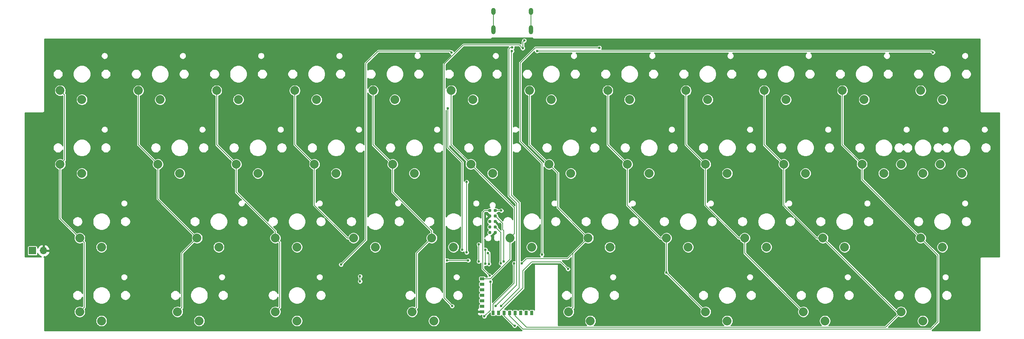
<source format=gbl>
G04 #@! TF.GenerationSoftware,KiCad,Pcbnew,(5.1.5-0-10_14)*
G04 #@! TF.CreationDate,2020-12-02T09:52:56-06:00*
G04 #@! TF.ProjectId,nrfmicro,6e72666d-6963-4726-9f2e-6b696361645f,rev?*
G04 #@! TF.SameCoordinates,Original*
G04 #@! TF.FileFunction,Copper,L2,Bot*
G04 #@! TF.FilePolarity,Positive*
%FSLAX46Y46*%
G04 Gerber Fmt 4.6, Leading zero omitted, Abs format (unit mm)*
G04 Created by KiCad (PCBNEW (5.1.5-0-10_14)) date 2020-12-02 09:52:56*
%MOMM*%
%LPD*%
G04 APERTURE LIST*
%ADD10C,0.787400*%
%ADD11O,1.700000X1.700000*%
%ADD12R,1.700000X1.700000*%
%ADD13O,1.000000X2.100000*%
%ADD14O,1.000000X1.600000*%
%ADD15C,2.032000*%
%ADD16R,0.650000X1.000000*%
%ADD17R,1.000000X0.650000*%
%ADD18C,0.600000*%
%ADD19C,0.200000*%
%ADD20C,0.254000*%
G04 APERTURE END LIST*
D10*
X123865000Y-61459980D03*
X123865000Y-62729980D03*
X123865000Y-63999980D03*
X123865000Y-65269980D03*
X123865000Y-66539980D03*
X125135000Y-66539980D03*
X125135000Y-65269980D03*
X125135000Y-63999980D03*
X125135000Y-62729980D03*
X125135000Y-61459980D03*
D11*
X21158750Y-70712500D03*
D12*
X18618750Y-70712500D03*
D13*
X133320000Y-19780000D03*
X124680000Y-19780000D03*
D14*
X133320000Y-15600000D03*
X124680000Y-15600000D03*
D15*
X223500000Y-52900000D03*
X218500000Y-50800000D03*
X223500000Y-86900000D03*
X218500000Y-84800000D03*
X201000000Y-86900000D03*
X196000000Y-84800000D03*
X178500000Y-86900000D03*
X173500000Y-84800000D03*
X147000000Y-86900000D03*
X142000000Y-84800000D03*
X232500000Y-52900000D03*
X227500000Y-50800000D03*
X111000000Y-86900000D03*
X106000000Y-84800000D03*
X228000000Y-35900000D03*
X223000000Y-33800000D03*
X79500000Y-86900000D03*
X74500000Y-84800000D03*
X57000000Y-86900000D03*
X52000000Y-84800000D03*
X34500000Y-86900000D03*
X29500000Y-84800000D03*
X228000000Y-69900000D03*
X223000000Y-67800000D03*
X205500000Y-69900000D03*
X200500000Y-67800000D03*
X187500000Y-69900000D03*
X182500000Y-67800000D03*
X169500000Y-69900000D03*
X164500000Y-67800000D03*
X151500000Y-69900000D03*
X146500000Y-67800000D03*
X133500000Y-69900000D03*
X128500000Y-67800000D03*
X115500000Y-69900000D03*
X110500000Y-67800000D03*
X97500000Y-69900000D03*
X92500000Y-67800000D03*
X79500000Y-69900000D03*
X74500000Y-67800000D03*
X61500000Y-69900000D03*
X56500000Y-67800000D03*
X34500000Y-69900000D03*
X29500000Y-67800000D03*
X214500000Y-52900000D03*
X209500000Y-50800000D03*
X196500000Y-52900000D03*
X191500000Y-50800000D03*
X178500000Y-52900000D03*
X173500000Y-50800000D03*
X160500000Y-52900000D03*
X155500000Y-50800000D03*
X142500000Y-52900000D03*
X137500000Y-50800000D03*
X124500000Y-52900000D03*
X119500000Y-50800000D03*
X106500000Y-52900000D03*
X101500000Y-50800000D03*
X88500000Y-52900000D03*
X83500000Y-50800000D03*
X70500000Y-52900000D03*
X65500000Y-50800000D03*
X52500000Y-52900000D03*
X47500000Y-50800000D03*
X30000000Y-52900000D03*
X25000000Y-50800000D03*
X210000000Y-35900000D03*
X205000000Y-33800000D03*
X192000000Y-35900000D03*
X187000000Y-33800000D03*
X174000000Y-35900000D03*
X169000000Y-33800000D03*
X156000000Y-35900000D03*
X151000000Y-33800000D03*
X138000000Y-35900000D03*
X133000000Y-33800000D03*
X120000000Y-35900000D03*
X115000000Y-33800000D03*
X102000000Y-35900000D03*
X97000000Y-33800000D03*
X84000000Y-35900000D03*
X79000000Y-33800000D03*
X66000000Y-35900000D03*
X61000000Y-33800000D03*
X48000000Y-35900000D03*
X43000000Y-33800000D03*
X30000000Y-35900000D03*
X25000000Y-33800000D03*
D16*
X124632000Y-85041000D03*
X125902000Y-85041000D03*
X127172000Y-85041000D03*
X128442000Y-85041000D03*
X129712000Y-85041000D03*
X130982000Y-85041000D03*
X132252000Y-85041000D03*
X133522000Y-85041000D03*
D17*
X122092000Y-78437000D03*
X122092000Y-77167000D03*
X122092000Y-82247000D03*
X122092000Y-79707000D03*
X122092000Y-83517000D03*
X122092000Y-84787000D03*
X122092000Y-80977000D03*
D18*
X126156000Y-64832400D03*
X122854000Y-62140000D03*
X124479600Y-68744000D03*
X23250000Y-87374969D03*
X124500000Y-42041657D03*
X130500000Y-24333332D03*
X99000000Y-78874973D03*
X235500000Y-88083302D03*
X132750000Y-77458307D03*
X100146400Y-76973600D03*
X133500000Y-58333316D03*
X142500000Y-67541645D03*
X115500000Y-59041649D03*
X126000000Y-79583306D03*
X131439200Y-24040000D03*
X131794800Y-22262000D03*
X115191199Y-83483999D03*
X128950000Y-24700400D03*
X126511600Y-83425200D03*
X129000497Y-23901983D03*
X125241600Y-83476000D03*
X126410000Y-73620800D03*
X127091328Y-73201521D03*
X93999600Y-77808308D03*
X93999600Y-76608308D03*
X126511600Y-61479600D03*
X121330000Y-69252000D03*
X121330000Y-73214400D03*
X129458000Y-73620800D03*
X131236000Y-73620800D03*
X141853200Y-74941600D03*
X164500000Y-75800000D03*
X129575189Y-88018860D03*
X122853999Y-73722400D03*
X122853999Y-70500000D03*
X117520000Y-70500000D03*
X114218000Y-37908400D03*
X123652229Y-73775615D03*
X123463600Y-71233200D03*
X118536000Y-71131600D03*
X118536000Y-54875600D03*
X114014800Y-72960400D03*
X118891600Y-72960400D03*
X115030800Y-25005200D03*
X134741200Y-24700400D03*
X225825600Y-25005200D03*
X89630800Y-73916663D03*
X122600000Y-85863600D03*
X124022400Y-77888000D03*
X123819200Y-76465600D03*
X135858800Y-71639600D03*
X149066800Y-23938400D03*
D19*
X125323580Y-63999980D02*
X126156000Y-64832400D01*
X125135000Y-63999980D02*
X125323580Y-63999980D01*
X123443980Y-62729980D02*
X122854000Y-62140000D01*
X123865000Y-62729980D02*
X123443980Y-62729980D01*
X124479600Y-67195380D02*
X124479600Y-68744000D01*
X125135000Y-66539980D02*
X124479600Y-67195380D01*
X100146400Y-77728573D02*
X99000000Y-78874973D01*
X100146400Y-76973600D02*
X100146400Y-77728573D01*
X131439200Y-22617600D02*
X131794800Y-22262000D01*
X131439200Y-24040000D02*
X131439200Y-22617600D01*
X113349099Y-81641899D02*
X113349099Y-27702901D01*
X115191199Y-83483999D02*
X113349099Y-81641899D01*
X131139201Y-23740001D02*
X131439200Y-24040000D01*
X130701182Y-23301982D02*
X131139201Y-23740001D01*
X117750018Y-23301982D02*
X130701182Y-23301982D01*
X113349099Y-27702901D02*
X117750018Y-23301982D01*
X128849099Y-24801301D02*
X128849099Y-57873499D01*
X128950000Y-24700400D02*
X128849099Y-24801301D01*
X128849099Y-57873499D02*
X130626400Y-59650800D01*
X130626400Y-59650800D02*
X130626400Y-70826800D01*
X130626400Y-79310400D02*
X126511600Y-83425200D01*
X130626400Y-70826800D02*
X130626400Y-79310400D01*
X128238800Y-24239416D02*
X128238800Y-28408800D01*
X128576233Y-23901983D02*
X128238800Y-24239416D01*
X129000497Y-23901983D02*
X128576233Y-23901983D01*
X128238800Y-28408800D02*
X128238800Y-58025200D01*
X128238800Y-58025200D02*
X130067600Y-59854000D01*
X130067600Y-59854000D02*
X130067600Y-70877600D01*
X130067600Y-78650000D02*
X125241600Y-83476000D01*
X130067600Y-70877600D02*
X130067600Y-78650000D01*
X126410000Y-66544980D02*
X126410000Y-73620800D01*
X125135000Y-65269980D02*
X126410000Y-66544980D01*
X126816400Y-65848400D02*
X126816400Y-64411380D01*
X127091328Y-66123328D02*
X126816400Y-65848400D01*
X126816400Y-64411380D02*
X125135000Y-62729980D01*
X127091328Y-73201521D02*
X127091328Y-66123328D01*
X93999600Y-77808308D02*
X93999600Y-76608308D01*
X126491980Y-61459980D02*
X126511600Y-61479600D01*
X125135000Y-61459980D02*
X126491980Y-61459980D01*
X121330000Y-69252000D02*
X121330000Y-73214400D01*
X26015999Y-49784001D02*
X25000000Y-50800000D01*
X26015999Y-34815999D02*
X26015999Y-49784001D01*
X25000000Y-33800000D02*
X26015999Y-34815999D01*
X25000000Y-63300000D02*
X29500000Y-67800000D01*
X25000000Y-50800000D02*
X25000000Y-63300000D01*
X30515999Y-83784001D02*
X29500000Y-84800000D01*
X30515999Y-68815999D02*
X30515999Y-83784001D01*
X29500000Y-67800000D02*
X30515999Y-68815999D01*
X43000000Y-46300000D02*
X47500000Y-50800000D01*
X43000000Y-33800000D02*
X43000000Y-46300000D01*
X47500000Y-58800000D02*
X56500000Y-67800000D01*
X47500000Y-50800000D02*
X47500000Y-58800000D01*
X53015999Y-83784001D02*
X52000000Y-84800000D01*
X53015999Y-71284001D02*
X53015999Y-83784001D01*
X56500000Y-67800000D02*
X53015999Y-71284001D01*
X61000000Y-46300000D02*
X65500000Y-50800000D01*
X61000000Y-33800000D02*
X61000000Y-46300000D01*
X74500000Y-66363160D02*
X74500000Y-67800000D01*
X74500000Y-66203334D02*
X74500000Y-66363160D01*
X65500000Y-57203334D02*
X74500000Y-66203334D01*
X65500000Y-50800000D02*
X65500000Y-57203334D01*
X75515999Y-68815999D02*
X75515999Y-83784001D01*
X75515999Y-83784001D02*
X74500000Y-84800000D01*
X74500000Y-67800000D02*
X75515999Y-68815999D01*
X79000000Y-46300000D02*
X83500000Y-50800000D01*
X79000000Y-33800000D02*
X79000000Y-46300000D01*
X91063160Y-67800000D02*
X92500000Y-67800000D01*
X83500000Y-60236840D02*
X91063160Y-67800000D01*
X83500000Y-50800000D02*
X83500000Y-60236840D01*
X97000000Y-46300000D02*
X101500000Y-50800000D01*
X97000000Y-33800000D02*
X97000000Y-46300000D01*
X110500000Y-66363160D02*
X110500000Y-67800000D01*
X110500000Y-66203334D02*
X110500000Y-66363160D01*
X101500000Y-57203334D02*
X110500000Y-66203334D01*
X101500000Y-50800000D02*
X101500000Y-57203334D01*
X107015999Y-83784001D02*
X106000000Y-84800000D01*
X107015999Y-71284001D02*
X107015999Y-83784001D01*
X110500000Y-67800000D02*
X107015999Y-71284001D01*
X115000000Y-46300000D02*
X119500000Y-50800000D01*
X115000000Y-33800000D02*
X115000000Y-46300000D01*
X129515999Y-66784001D02*
X128500000Y-67800000D01*
X129515999Y-60815999D02*
X129515999Y-66784001D01*
X119500000Y-50800000D02*
X129515999Y-60815999D01*
X122792000Y-77167000D02*
X122092000Y-77167000D01*
X124013851Y-77167000D02*
X122792000Y-77167000D01*
X128500000Y-72680851D02*
X124013851Y-77167000D01*
X128500000Y-67800000D02*
X128500000Y-72680851D01*
X133000000Y-46300000D02*
X137500000Y-50800000D01*
X133000000Y-33800000D02*
X133000000Y-46300000D01*
X145484001Y-66784001D02*
X146500000Y-67800000D01*
X139515301Y-60815301D02*
X145484001Y-66784001D01*
X139515301Y-52815301D02*
X139515301Y-60815301D01*
X137500000Y-50800000D02*
X139515301Y-52815301D01*
X143015999Y-83784001D02*
X142000000Y-84800000D01*
X143015999Y-71284001D02*
X143015999Y-83784001D01*
X146500000Y-67800000D02*
X143015999Y-71284001D01*
X124632000Y-85041000D02*
X124632000Y-83018800D01*
X129458000Y-78192800D02*
X129458000Y-73620800D01*
X124632000Y-83018800D02*
X129458000Y-78192800D01*
X143015999Y-71284001D02*
X141746000Y-72554000D01*
X132302800Y-72554000D02*
X131236000Y-73620800D01*
X141746000Y-72554000D02*
X132302800Y-72554000D01*
X151000000Y-46300000D02*
X155500000Y-50800000D01*
X151000000Y-33800000D02*
X151000000Y-46300000D01*
X163063160Y-67800000D02*
X164500000Y-67800000D01*
X155500000Y-60236840D02*
X163063160Y-67800000D01*
X155500000Y-50800000D02*
X155500000Y-60236840D01*
X164500000Y-75800000D02*
X173500000Y-84800000D01*
X164500000Y-67800000D02*
X164500000Y-75800000D01*
X125902000Y-84922802D02*
X131490000Y-79334802D01*
X125902000Y-85041000D02*
X125902000Y-84922802D01*
X131490000Y-79334802D02*
X131490000Y-75297200D01*
X131490000Y-75297200D02*
X133471200Y-73316000D01*
X140227600Y-73316000D02*
X141853200Y-74941600D01*
X133471200Y-73316000D02*
X140227600Y-73316000D01*
X169000000Y-46300000D02*
X173500000Y-50800000D01*
X169000000Y-33800000D02*
X169000000Y-46300000D01*
X173500000Y-60236840D02*
X181063160Y-67800000D01*
X181063160Y-67800000D02*
X182500000Y-67800000D01*
X173500000Y-50800000D02*
X173500000Y-60236840D01*
X182500000Y-71300000D02*
X196000000Y-84800000D01*
X182500000Y-67800000D02*
X182500000Y-71300000D01*
X129449860Y-88018860D02*
X129575189Y-88018860D01*
X127172000Y-85741000D02*
X129449860Y-88018860D01*
X127172000Y-85041000D02*
X127172000Y-85741000D01*
X187000000Y-46300000D02*
X191500000Y-50800000D01*
X187000000Y-33800000D02*
X187000000Y-46300000D01*
X199063160Y-67800000D02*
X200500000Y-67800000D01*
X191500000Y-60236840D02*
X199063160Y-67800000D01*
X191500000Y-50800000D02*
X191500000Y-60236840D01*
X217500000Y-84800000D02*
X218500000Y-84800000D01*
X200500000Y-67800000D02*
X217500000Y-84800000D01*
X205000000Y-46300000D02*
X209500000Y-50800000D01*
X205000000Y-33800000D02*
X205000000Y-46300000D01*
X209500000Y-54300000D02*
X223000000Y-67800000D01*
X209500000Y-50800000D02*
X209500000Y-54300000D01*
X129712000Y-85741000D02*
X132354312Y-88383312D01*
X129712000Y-85041000D02*
X129712000Y-85741000D01*
X214916688Y-88383312D02*
X218500000Y-84800000D01*
X132354312Y-88383312D02*
X214916688Y-88383312D01*
X226994000Y-71794000D02*
X224015999Y-68815999D01*
X226994000Y-87133600D02*
X226994000Y-71794000D01*
X224015999Y-68815999D02*
X223000000Y-67800000D01*
X225344278Y-88783322D02*
X226994000Y-87133600D01*
X131484322Y-88783322D02*
X225344278Y-88783322D01*
X128442000Y-85741000D02*
X131484322Y-88783322D01*
X128442000Y-85041000D02*
X128442000Y-85741000D01*
X124680000Y-19780000D02*
X124680000Y-15600000D01*
X133320000Y-16600000D02*
X133320000Y-19780000D01*
X133320000Y-15600000D02*
X133320000Y-16600000D01*
X122853999Y-73722400D02*
X122853999Y-70500000D01*
X117520000Y-50303600D02*
X117520000Y-70500000D01*
X114218000Y-47001600D02*
X117520000Y-50303600D01*
X114218000Y-37908400D02*
X114218000Y-47001600D01*
X123652229Y-71421829D02*
X123463600Y-71233200D01*
X123652229Y-73775615D02*
X123652229Y-71421829D01*
X118536000Y-54875600D02*
X118536000Y-71131600D01*
X114014800Y-72960400D02*
X118891600Y-72960400D01*
X225520800Y-24700400D02*
X225825600Y-25005200D01*
X134741200Y-24700400D02*
X225520800Y-24700400D01*
X114730801Y-24705201D02*
X98160399Y-24705201D01*
X115030800Y-25005200D02*
X114730801Y-24705201D01*
X95349099Y-68198364D02*
X89930799Y-73616664D01*
X98160399Y-24705201D02*
X95349099Y-27516501D01*
X95349099Y-27516501D02*
X95349099Y-68198364D01*
X89930799Y-73616664D02*
X89630800Y-73916663D01*
X122646018Y-61459980D02*
X122253999Y-61851999D01*
X123865000Y-61459980D02*
X122646018Y-61459980D01*
X124006999Y-84456601D02*
X122600000Y-85863600D01*
X124006999Y-77903401D02*
X124022400Y-77888000D01*
X124006999Y-84456601D02*
X124006999Y-77903401D01*
X122253999Y-74900399D02*
X122253999Y-61851999D01*
X123819200Y-76465600D02*
X122253999Y-74900399D01*
X135858800Y-71639600D02*
X135858800Y-50506800D01*
X135858800Y-50506800D02*
X130880400Y-45528400D01*
X130880400Y-45528400D02*
X130880400Y-27392800D01*
X134334800Y-23938400D02*
X149066800Y-23938400D01*
X130880400Y-27392800D02*
X134334800Y-23938400D01*
D20*
G36*
X133626803Y-21654583D02*
G01*
X133664132Y-21724420D01*
X133705624Y-21774977D01*
X133714368Y-21785632D01*
X133775580Y-21835868D01*
X133845417Y-21873197D01*
X133921194Y-21896183D01*
X134000000Y-21903945D01*
X134019747Y-21902000D01*
X236598001Y-21902000D01*
X236598000Y-38480253D01*
X236596055Y-38500000D01*
X236603817Y-38578806D01*
X236626803Y-38654583D01*
X236664132Y-38724420D01*
X236714368Y-38785632D01*
X236775580Y-38835868D01*
X236845417Y-38873197D01*
X236921194Y-38896183D01*
X237000000Y-38903945D01*
X237019747Y-38902000D01*
X241098001Y-38902000D01*
X241098000Y-72098000D01*
X237019747Y-72098000D01*
X237000000Y-72096055D01*
X236980253Y-72098000D01*
X236921194Y-72103817D01*
X236845417Y-72126803D01*
X236775580Y-72164132D01*
X236714368Y-72214368D01*
X236664132Y-72275580D01*
X236626803Y-72345417D01*
X236603817Y-72421194D01*
X236596055Y-72500000D01*
X236598001Y-72519757D01*
X236598000Y-89098000D01*
X225633925Y-89098000D01*
X225647673Y-89086717D01*
X225661046Y-89070422D01*
X227281112Y-87450358D01*
X227297395Y-87436995D01*
X227310759Y-87420711D01*
X227310768Y-87420702D01*
X227350755Y-87371977D01*
X227390404Y-87297797D01*
X227390405Y-87297796D01*
X227414822Y-87217307D01*
X227421000Y-87154578D01*
X227421000Y-87154568D01*
X227423065Y-87133601D01*
X227421000Y-87112634D01*
X227421000Y-80883987D01*
X227822100Y-80883987D01*
X227822100Y-81116013D01*
X227867366Y-81343581D01*
X227956159Y-81557945D01*
X228085066Y-81750867D01*
X228249133Y-81914934D01*
X228442055Y-82043841D01*
X228656419Y-82132634D01*
X228883987Y-82177900D01*
X229116013Y-82177900D01*
X229343581Y-82132634D01*
X229557945Y-82043841D01*
X229750867Y-81914934D01*
X229914934Y-81750867D01*
X230043841Y-81557945D01*
X230132634Y-81343581D01*
X230177900Y-81116013D01*
X230177900Y-80883987D01*
X230132634Y-80656419D01*
X230043841Y-80442055D01*
X229914934Y-80249133D01*
X229750867Y-80085066D01*
X229557945Y-79956159D01*
X229343581Y-79867366D01*
X229116013Y-79822100D01*
X228883987Y-79822100D01*
X228656419Y-79867366D01*
X228442055Y-79956159D01*
X228249133Y-80085066D01*
X228085066Y-80249133D01*
X227956159Y-80442055D01*
X227867366Y-80656419D01*
X227822100Y-80883987D01*
X227421000Y-80883987D01*
X227421000Y-76719010D01*
X227897700Y-76719010D01*
X227897700Y-76880990D01*
X227929300Y-77039856D01*
X227991287Y-77189505D01*
X228081278Y-77324186D01*
X228195814Y-77438722D01*
X228330495Y-77528713D01*
X228480144Y-77590700D01*
X228639010Y-77622300D01*
X228800990Y-77622300D01*
X228959856Y-77590700D01*
X229109505Y-77528713D01*
X229244186Y-77438722D01*
X229358722Y-77324186D01*
X229448713Y-77189505D01*
X229510700Y-77039856D01*
X229542300Y-76880990D01*
X229542300Y-76719010D01*
X229510700Y-76560144D01*
X229448713Y-76410495D01*
X229358722Y-76275814D01*
X229244186Y-76161278D01*
X229109505Y-76071287D01*
X228959856Y-76009300D01*
X228800990Y-75977700D01*
X228639010Y-75977700D01*
X228480144Y-76009300D01*
X228330495Y-76071287D01*
X228195814Y-76161278D01*
X228081278Y-76275814D01*
X227991287Y-76410495D01*
X227929300Y-76560144D01*
X227897700Y-76719010D01*
X227421000Y-76719010D01*
X227421000Y-71814964D01*
X227423065Y-71793999D01*
X227421000Y-71773034D01*
X227421000Y-71773022D01*
X227414822Y-71710293D01*
X227390405Y-71629804D01*
X227371190Y-71593855D01*
X227350755Y-71555623D01*
X227310767Y-71506898D01*
X227310764Y-71506895D01*
X227297395Y-71490605D01*
X227281105Y-71477236D01*
X225571595Y-69767726D01*
X226657000Y-69767726D01*
X226657000Y-70032274D01*
X226708611Y-70291739D01*
X226809849Y-70536149D01*
X226956824Y-70756112D01*
X227143888Y-70943176D01*
X227363851Y-71090151D01*
X227608261Y-71191389D01*
X227867726Y-71243000D01*
X228132274Y-71243000D01*
X228391739Y-71191389D01*
X228636149Y-71090151D01*
X228856112Y-70943176D01*
X229043176Y-70756112D01*
X229190151Y-70536149D01*
X229291389Y-70291739D01*
X229343000Y-70032274D01*
X229343000Y-69767726D01*
X229291389Y-69508261D01*
X229190151Y-69263851D01*
X229043176Y-69043888D01*
X228856112Y-68856824D01*
X228636149Y-68709849D01*
X228391739Y-68608611D01*
X228132274Y-68557000D01*
X227867726Y-68557000D01*
X227608261Y-68608611D01*
X227363851Y-68709849D01*
X227143888Y-68856824D01*
X226956824Y-69043888D01*
X226809849Y-69263851D01*
X226708611Y-69508261D01*
X226657000Y-69767726D01*
X225571595Y-69767726D01*
X224332772Y-68528904D01*
X224332767Y-68528898D01*
X224204757Y-68400888D01*
X224291389Y-68191739D01*
X224343000Y-67932274D01*
X224343000Y-67667726D01*
X224291389Y-67408261D01*
X224190151Y-67163851D01*
X224043176Y-66943888D01*
X223856112Y-66756824D01*
X223636149Y-66609849D01*
X223391739Y-66508611D01*
X223132274Y-66457000D01*
X222867726Y-66457000D01*
X222608261Y-66508611D01*
X222399112Y-66595243D01*
X219687856Y-63883987D01*
X221322100Y-63883987D01*
X221322100Y-64116013D01*
X221367366Y-64343581D01*
X221456159Y-64557945D01*
X221585066Y-64750867D01*
X221749133Y-64914934D01*
X221942055Y-65043841D01*
X222156419Y-65132634D01*
X222383987Y-65177900D01*
X222616013Y-65177900D01*
X222843581Y-65132634D01*
X223057945Y-65043841D01*
X223250867Y-64914934D01*
X223414934Y-64750867D01*
X223543841Y-64557945D01*
X223632634Y-64343581D01*
X223677900Y-64116013D01*
X223677900Y-63883987D01*
X223660982Y-63798930D01*
X225958500Y-63798930D01*
X225958500Y-64201070D01*
X226036954Y-64595484D01*
X226190846Y-64967013D01*
X226414263Y-65301380D01*
X226698620Y-65585737D01*
X227032987Y-65809154D01*
X227404516Y-65963046D01*
X227798930Y-66041500D01*
X228201070Y-66041500D01*
X228595484Y-65963046D01*
X228967013Y-65809154D01*
X229301380Y-65585737D01*
X229585737Y-65301380D01*
X229809154Y-64967013D01*
X229963046Y-64595484D01*
X230041500Y-64201070D01*
X230041500Y-63883987D01*
X232322100Y-63883987D01*
X232322100Y-64116013D01*
X232367366Y-64343581D01*
X232456159Y-64557945D01*
X232585066Y-64750867D01*
X232749133Y-64914934D01*
X232942055Y-65043841D01*
X233156419Y-65132634D01*
X233383987Y-65177900D01*
X233616013Y-65177900D01*
X233843581Y-65132634D01*
X234057945Y-65043841D01*
X234250867Y-64914934D01*
X234414934Y-64750867D01*
X234543841Y-64557945D01*
X234632634Y-64343581D01*
X234677900Y-64116013D01*
X234677900Y-63883987D01*
X234632634Y-63656419D01*
X234543841Y-63442055D01*
X234414934Y-63249133D01*
X234250867Y-63085066D01*
X234057945Y-62956159D01*
X233843581Y-62867366D01*
X233616013Y-62822100D01*
X233383987Y-62822100D01*
X233156419Y-62867366D01*
X232942055Y-62956159D01*
X232749133Y-63085066D01*
X232585066Y-63249133D01*
X232456159Y-63442055D01*
X232367366Y-63656419D01*
X232322100Y-63883987D01*
X230041500Y-63883987D01*
X230041500Y-63798930D01*
X229963046Y-63404516D01*
X229809154Y-63032987D01*
X229585737Y-62698620D01*
X229301380Y-62414263D01*
X228967013Y-62190846D01*
X228595484Y-62036954D01*
X228201070Y-61958500D01*
X227798930Y-61958500D01*
X227404516Y-62036954D01*
X227032987Y-62190846D01*
X226698620Y-62414263D01*
X226414263Y-62698620D01*
X226190846Y-63032987D01*
X226036954Y-63404516D01*
X225958500Y-63798930D01*
X223660982Y-63798930D01*
X223632634Y-63656419D01*
X223543841Y-63442055D01*
X223414934Y-63249133D01*
X223250867Y-63085066D01*
X223057945Y-62956159D01*
X222843581Y-62867366D01*
X222616013Y-62822100D01*
X222383987Y-62822100D01*
X222156419Y-62867366D01*
X221942055Y-62956159D01*
X221749133Y-63085066D01*
X221585066Y-63249133D01*
X221456159Y-63442055D01*
X221367366Y-63656419D01*
X221322100Y-63883987D01*
X219687856Y-63883987D01*
X215522879Y-59719010D01*
X232397700Y-59719010D01*
X232397700Y-59880990D01*
X232429300Y-60039856D01*
X232491287Y-60189505D01*
X232581278Y-60324186D01*
X232695814Y-60438722D01*
X232830495Y-60528713D01*
X232980144Y-60590700D01*
X233139010Y-60622300D01*
X233300990Y-60622300D01*
X233459856Y-60590700D01*
X233609505Y-60528713D01*
X233744186Y-60438722D01*
X233858722Y-60324186D01*
X233948713Y-60189505D01*
X234010700Y-60039856D01*
X234042300Y-59880990D01*
X234042300Y-59719010D01*
X234010700Y-59560144D01*
X233948713Y-59410495D01*
X233858722Y-59275814D01*
X233744186Y-59161278D01*
X233609505Y-59071287D01*
X233459856Y-59009300D01*
X233300990Y-58977700D01*
X233139010Y-58977700D01*
X232980144Y-59009300D01*
X232830495Y-59071287D01*
X232695814Y-59161278D01*
X232581278Y-59275814D01*
X232491287Y-59410495D01*
X232429300Y-59560144D01*
X232397700Y-59719010D01*
X215522879Y-59719010D01*
X209927000Y-54123132D01*
X209927000Y-52767726D01*
X213157000Y-52767726D01*
X213157000Y-53032274D01*
X213208611Y-53291739D01*
X213309849Y-53536149D01*
X213456824Y-53756112D01*
X213643888Y-53943176D01*
X213863851Y-54090151D01*
X214108261Y-54191389D01*
X214367726Y-54243000D01*
X214632274Y-54243000D01*
X214891739Y-54191389D01*
X215136149Y-54090151D01*
X215356112Y-53943176D01*
X215543176Y-53756112D01*
X215690151Y-53536149D01*
X215791389Y-53291739D01*
X215843000Y-53032274D01*
X215843000Y-52767726D01*
X222157000Y-52767726D01*
X222157000Y-53032274D01*
X222208611Y-53291739D01*
X222309849Y-53536149D01*
X222456824Y-53756112D01*
X222643888Y-53943176D01*
X222863851Y-54090151D01*
X223108261Y-54191389D01*
X223367726Y-54243000D01*
X223632274Y-54243000D01*
X223891739Y-54191389D01*
X224136149Y-54090151D01*
X224356112Y-53943176D01*
X224543176Y-53756112D01*
X224690151Y-53536149D01*
X224791389Y-53291739D01*
X224843000Y-53032274D01*
X224843000Y-52767726D01*
X231157000Y-52767726D01*
X231157000Y-53032274D01*
X231208611Y-53291739D01*
X231309849Y-53536149D01*
X231456824Y-53756112D01*
X231643888Y-53943176D01*
X231863851Y-54090151D01*
X232108261Y-54191389D01*
X232367726Y-54243000D01*
X232632274Y-54243000D01*
X232891739Y-54191389D01*
X233136149Y-54090151D01*
X233356112Y-53943176D01*
X233543176Y-53756112D01*
X233690151Y-53536149D01*
X233791389Y-53291739D01*
X233843000Y-53032274D01*
X233843000Y-52767726D01*
X233791389Y-52508261D01*
X233690151Y-52263851D01*
X233543176Y-52043888D01*
X233356112Y-51856824D01*
X233136149Y-51709849D01*
X232891739Y-51608611D01*
X232632274Y-51557000D01*
X232367726Y-51557000D01*
X232108261Y-51608611D01*
X231863851Y-51709849D01*
X231643888Y-51856824D01*
X231456824Y-52043888D01*
X231309849Y-52263851D01*
X231208611Y-52508261D01*
X231157000Y-52767726D01*
X224843000Y-52767726D01*
X224791389Y-52508261D01*
X224690151Y-52263851D01*
X224543176Y-52043888D01*
X224356112Y-51856824D01*
X224136149Y-51709849D01*
X223891739Y-51608611D01*
X223632274Y-51557000D01*
X223367726Y-51557000D01*
X223108261Y-51608611D01*
X222863851Y-51709849D01*
X222643888Y-51856824D01*
X222456824Y-52043888D01*
X222309849Y-52263851D01*
X222208611Y-52508261D01*
X222157000Y-52767726D01*
X215843000Y-52767726D01*
X215791389Y-52508261D01*
X215690151Y-52263851D01*
X215543176Y-52043888D01*
X215356112Y-51856824D01*
X215136149Y-51709849D01*
X214891739Y-51608611D01*
X214632274Y-51557000D01*
X214367726Y-51557000D01*
X214108261Y-51608611D01*
X213863851Y-51709849D01*
X213643888Y-51856824D01*
X213456824Y-52043888D01*
X213309849Y-52263851D01*
X213208611Y-52508261D01*
X213157000Y-52767726D01*
X209927000Y-52767726D01*
X209927000Y-52076783D01*
X210136149Y-51990151D01*
X210356112Y-51843176D01*
X210543176Y-51656112D01*
X210690151Y-51436149D01*
X210791389Y-51191739D01*
X210843000Y-50932274D01*
X210843000Y-50667726D01*
X217157000Y-50667726D01*
X217157000Y-50932274D01*
X217208611Y-51191739D01*
X217309849Y-51436149D01*
X217456824Y-51656112D01*
X217643888Y-51843176D01*
X217863851Y-51990151D01*
X218108261Y-52091389D01*
X218367726Y-52143000D01*
X218632274Y-52143000D01*
X218891739Y-52091389D01*
X219136149Y-51990151D01*
X219356112Y-51843176D01*
X219543176Y-51656112D01*
X219690151Y-51436149D01*
X219791389Y-51191739D01*
X219843000Y-50932274D01*
X219843000Y-50667726D01*
X226157000Y-50667726D01*
X226157000Y-50932274D01*
X226208611Y-51191739D01*
X226309849Y-51436149D01*
X226456824Y-51656112D01*
X226643888Y-51843176D01*
X226863851Y-51990151D01*
X227108261Y-52091389D01*
X227367726Y-52143000D01*
X227632274Y-52143000D01*
X227891739Y-52091389D01*
X228136149Y-51990151D01*
X228356112Y-51843176D01*
X228543176Y-51656112D01*
X228690151Y-51436149D01*
X228791389Y-51191739D01*
X228843000Y-50932274D01*
X228843000Y-50667726D01*
X228791389Y-50408261D01*
X228690151Y-50163851D01*
X228543176Y-49943888D01*
X228356112Y-49756824D01*
X228136149Y-49609849D01*
X227891739Y-49508611D01*
X227632274Y-49457000D01*
X227367726Y-49457000D01*
X227108261Y-49508611D01*
X226863851Y-49609849D01*
X226643888Y-49756824D01*
X226456824Y-49943888D01*
X226309849Y-50163851D01*
X226208611Y-50408261D01*
X226157000Y-50667726D01*
X219843000Y-50667726D01*
X219791389Y-50408261D01*
X219690151Y-50163851D01*
X219543176Y-49943888D01*
X219356112Y-49756824D01*
X219136149Y-49609849D01*
X218891739Y-49508611D01*
X218632274Y-49457000D01*
X218367726Y-49457000D01*
X218108261Y-49508611D01*
X217863851Y-49609849D01*
X217643888Y-49756824D01*
X217456824Y-49943888D01*
X217309849Y-50163851D01*
X217208611Y-50408261D01*
X217157000Y-50667726D01*
X210843000Y-50667726D01*
X210791389Y-50408261D01*
X210690151Y-50163851D01*
X210543176Y-49943888D01*
X210356112Y-49756824D01*
X210136149Y-49609849D01*
X209891739Y-49508611D01*
X209632274Y-49457000D01*
X209367726Y-49457000D01*
X209108261Y-49508611D01*
X208899112Y-49595243D01*
X206187856Y-46883987D01*
X207822100Y-46883987D01*
X207822100Y-47116013D01*
X207867366Y-47343581D01*
X207956159Y-47557945D01*
X208085066Y-47750867D01*
X208249133Y-47914934D01*
X208442055Y-48043841D01*
X208656419Y-48132634D01*
X208883987Y-48177900D01*
X209116013Y-48177900D01*
X209343581Y-48132634D01*
X209557945Y-48043841D01*
X209750867Y-47914934D01*
X209914934Y-47750867D01*
X210043841Y-47557945D01*
X210132634Y-47343581D01*
X210177900Y-47116013D01*
X210177900Y-46883987D01*
X210160982Y-46798930D01*
X212458500Y-46798930D01*
X212458500Y-47201070D01*
X212536954Y-47595484D01*
X212690846Y-47967013D01*
X212914263Y-48301380D01*
X213198620Y-48585737D01*
X213532987Y-48809154D01*
X213904516Y-48963046D01*
X214298930Y-49041500D01*
X214701070Y-49041500D01*
X215095484Y-48963046D01*
X215467013Y-48809154D01*
X215801380Y-48585737D01*
X216085737Y-48301380D01*
X216309154Y-47967013D01*
X216463046Y-47595484D01*
X216541500Y-47201070D01*
X216541500Y-46883987D01*
X216822100Y-46883987D01*
X216822100Y-47116013D01*
X216867366Y-47343581D01*
X216956159Y-47557945D01*
X217085066Y-47750867D01*
X217249133Y-47914934D01*
X217442055Y-48043841D01*
X217656419Y-48132634D01*
X217883987Y-48177900D01*
X218116013Y-48177900D01*
X218343581Y-48132634D01*
X218557945Y-48043841D01*
X218750867Y-47914934D01*
X218914934Y-47750867D01*
X219000000Y-47623557D01*
X219085066Y-47750867D01*
X219249133Y-47914934D01*
X219442055Y-48043841D01*
X219656419Y-48132634D01*
X219883987Y-48177900D01*
X220116013Y-48177900D01*
X220343581Y-48132634D01*
X220557945Y-48043841D01*
X220750867Y-47914934D01*
X220914934Y-47750867D01*
X221043841Y-47557945D01*
X221132634Y-47343581D01*
X221177900Y-47116013D01*
X221177900Y-46883987D01*
X221160982Y-46798930D01*
X221458500Y-46798930D01*
X221458500Y-47201070D01*
X221536954Y-47595484D01*
X221690846Y-47967013D01*
X221914263Y-48301380D01*
X222198620Y-48585737D01*
X222532987Y-48809154D01*
X222904516Y-48963046D01*
X223298930Y-49041500D01*
X223701070Y-49041500D01*
X224095484Y-48963046D01*
X224467013Y-48809154D01*
X224801380Y-48585737D01*
X225085737Y-48301380D01*
X225309154Y-47967013D01*
X225463046Y-47595484D01*
X225541500Y-47201070D01*
X225541500Y-46883987D01*
X225822100Y-46883987D01*
X225822100Y-47116013D01*
X225867366Y-47343581D01*
X225956159Y-47557945D01*
X226085066Y-47750867D01*
X226249133Y-47914934D01*
X226442055Y-48043841D01*
X226656419Y-48132634D01*
X226883987Y-48177900D01*
X227116013Y-48177900D01*
X227343581Y-48132634D01*
X227557945Y-48043841D01*
X227750867Y-47914934D01*
X227914934Y-47750867D01*
X228000000Y-47623557D01*
X228085066Y-47750867D01*
X228249133Y-47914934D01*
X228442055Y-48043841D01*
X228656419Y-48132634D01*
X228883987Y-48177900D01*
X229116013Y-48177900D01*
X229343581Y-48132634D01*
X229557945Y-48043841D01*
X229750867Y-47914934D01*
X229914934Y-47750867D01*
X230043841Y-47557945D01*
X230132634Y-47343581D01*
X230177900Y-47116013D01*
X230177900Y-46883987D01*
X230160982Y-46798930D01*
X230458500Y-46798930D01*
X230458500Y-47201070D01*
X230536954Y-47595484D01*
X230690846Y-47967013D01*
X230914263Y-48301380D01*
X231198620Y-48585737D01*
X231532987Y-48809154D01*
X231904516Y-48963046D01*
X232298930Y-49041500D01*
X232701070Y-49041500D01*
X233095484Y-48963046D01*
X233467013Y-48809154D01*
X233801380Y-48585737D01*
X234085737Y-48301380D01*
X234309154Y-47967013D01*
X234463046Y-47595484D01*
X234541500Y-47201070D01*
X234541500Y-46883987D01*
X236822100Y-46883987D01*
X236822100Y-47116013D01*
X236867366Y-47343581D01*
X236956159Y-47557945D01*
X237085066Y-47750867D01*
X237249133Y-47914934D01*
X237442055Y-48043841D01*
X237656419Y-48132634D01*
X237883987Y-48177900D01*
X238116013Y-48177900D01*
X238343581Y-48132634D01*
X238557945Y-48043841D01*
X238750867Y-47914934D01*
X238914934Y-47750867D01*
X239043841Y-47557945D01*
X239132634Y-47343581D01*
X239177900Y-47116013D01*
X239177900Y-46883987D01*
X239132634Y-46656419D01*
X239043841Y-46442055D01*
X238914934Y-46249133D01*
X238750867Y-46085066D01*
X238557945Y-45956159D01*
X238343581Y-45867366D01*
X238116013Y-45822100D01*
X237883987Y-45822100D01*
X237656419Y-45867366D01*
X237442055Y-45956159D01*
X237249133Y-46085066D01*
X237085066Y-46249133D01*
X236956159Y-46442055D01*
X236867366Y-46656419D01*
X236822100Y-46883987D01*
X234541500Y-46883987D01*
X234541500Y-46798930D01*
X234463046Y-46404516D01*
X234309154Y-46032987D01*
X234085737Y-45698620D01*
X233801380Y-45414263D01*
X233467013Y-45190846D01*
X233095484Y-45036954D01*
X232701070Y-44958500D01*
X232298930Y-44958500D01*
X231904516Y-45036954D01*
X231532987Y-45190846D01*
X231198620Y-45414263D01*
X230914263Y-45698620D01*
X230690846Y-46032987D01*
X230536954Y-46404516D01*
X230458500Y-46798930D01*
X230160982Y-46798930D01*
X230132634Y-46656419D01*
X230043841Y-46442055D01*
X229914934Y-46249133D01*
X229750867Y-46085066D01*
X229557945Y-45956159D01*
X229343581Y-45867366D01*
X229116013Y-45822100D01*
X228883987Y-45822100D01*
X228656419Y-45867366D01*
X228442055Y-45956159D01*
X228249133Y-46085066D01*
X228085066Y-46249133D01*
X228000000Y-46376443D01*
X227914934Y-46249133D01*
X227750867Y-46085066D01*
X227557945Y-45956159D01*
X227343581Y-45867366D01*
X227116013Y-45822100D01*
X226883987Y-45822100D01*
X226656419Y-45867366D01*
X226442055Y-45956159D01*
X226249133Y-46085066D01*
X226085066Y-46249133D01*
X225956159Y-46442055D01*
X225867366Y-46656419D01*
X225822100Y-46883987D01*
X225541500Y-46883987D01*
X225541500Y-46798930D01*
X225463046Y-46404516D01*
X225309154Y-46032987D01*
X225085737Y-45698620D01*
X224801380Y-45414263D01*
X224467013Y-45190846D01*
X224095484Y-45036954D01*
X223701070Y-44958500D01*
X223298930Y-44958500D01*
X222904516Y-45036954D01*
X222532987Y-45190846D01*
X222198620Y-45414263D01*
X221914263Y-45698620D01*
X221690846Y-46032987D01*
X221536954Y-46404516D01*
X221458500Y-46798930D01*
X221160982Y-46798930D01*
X221132634Y-46656419D01*
X221043841Y-46442055D01*
X220914934Y-46249133D01*
X220750867Y-46085066D01*
X220557945Y-45956159D01*
X220343581Y-45867366D01*
X220116013Y-45822100D01*
X219883987Y-45822100D01*
X219656419Y-45867366D01*
X219442055Y-45956159D01*
X219249133Y-46085066D01*
X219085066Y-46249133D01*
X219000000Y-46376443D01*
X218914934Y-46249133D01*
X218750867Y-46085066D01*
X218557945Y-45956159D01*
X218343581Y-45867366D01*
X218116013Y-45822100D01*
X217883987Y-45822100D01*
X217656419Y-45867366D01*
X217442055Y-45956159D01*
X217249133Y-46085066D01*
X217085066Y-46249133D01*
X216956159Y-46442055D01*
X216867366Y-46656419D01*
X216822100Y-46883987D01*
X216541500Y-46883987D01*
X216541500Y-46798930D01*
X216463046Y-46404516D01*
X216309154Y-46032987D01*
X216085737Y-45698620D01*
X215801380Y-45414263D01*
X215467013Y-45190846D01*
X215095484Y-45036954D01*
X214701070Y-44958500D01*
X214298930Y-44958500D01*
X213904516Y-45036954D01*
X213532987Y-45190846D01*
X213198620Y-45414263D01*
X212914263Y-45698620D01*
X212690846Y-46032987D01*
X212536954Y-46404516D01*
X212458500Y-46798930D01*
X210160982Y-46798930D01*
X210132634Y-46656419D01*
X210043841Y-46442055D01*
X209914934Y-46249133D01*
X209750867Y-46085066D01*
X209557945Y-45956159D01*
X209343581Y-45867366D01*
X209116013Y-45822100D01*
X208883987Y-45822100D01*
X208656419Y-45867366D01*
X208442055Y-45956159D01*
X208249133Y-46085066D01*
X208085066Y-46249133D01*
X207956159Y-46442055D01*
X207867366Y-46656419D01*
X207822100Y-46883987D01*
X206187856Y-46883987D01*
X205427000Y-46123132D01*
X205427000Y-42719010D01*
X218897700Y-42719010D01*
X218897700Y-42880990D01*
X218929300Y-43039856D01*
X218991287Y-43189505D01*
X219081278Y-43324186D01*
X219195814Y-43438722D01*
X219330495Y-43528713D01*
X219480144Y-43590700D01*
X219639010Y-43622300D01*
X219800990Y-43622300D01*
X219959856Y-43590700D01*
X220109505Y-43528713D01*
X220244186Y-43438722D01*
X220358722Y-43324186D01*
X220448713Y-43189505D01*
X220510700Y-43039856D01*
X220542300Y-42880990D01*
X220542300Y-42719010D01*
X227897700Y-42719010D01*
X227897700Y-42880990D01*
X227929300Y-43039856D01*
X227991287Y-43189505D01*
X228081278Y-43324186D01*
X228195814Y-43438722D01*
X228330495Y-43528713D01*
X228480144Y-43590700D01*
X228639010Y-43622300D01*
X228800990Y-43622300D01*
X228959856Y-43590700D01*
X229109505Y-43528713D01*
X229244186Y-43438722D01*
X229358722Y-43324186D01*
X229448713Y-43189505D01*
X229510700Y-43039856D01*
X229542300Y-42880990D01*
X229542300Y-42719010D01*
X236897700Y-42719010D01*
X236897700Y-42880990D01*
X236929300Y-43039856D01*
X236991287Y-43189505D01*
X237081278Y-43324186D01*
X237195814Y-43438722D01*
X237330495Y-43528713D01*
X237480144Y-43590700D01*
X237639010Y-43622300D01*
X237800990Y-43622300D01*
X237959856Y-43590700D01*
X238109505Y-43528713D01*
X238244186Y-43438722D01*
X238358722Y-43324186D01*
X238448713Y-43189505D01*
X238510700Y-43039856D01*
X238542300Y-42880990D01*
X238542300Y-42719010D01*
X238510700Y-42560144D01*
X238448713Y-42410495D01*
X238358722Y-42275814D01*
X238244186Y-42161278D01*
X238109505Y-42071287D01*
X237959856Y-42009300D01*
X237800990Y-41977700D01*
X237639010Y-41977700D01*
X237480144Y-42009300D01*
X237330495Y-42071287D01*
X237195814Y-42161278D01*
X237081278Y-42275814D01*
X236991287Y-42410495D01*
X236929300Y-42560144D01*
X236897700Y-42719010D01*
X229542300Y-42719010D01*
X229510700Y-42560144D01*
X229448713Y-42410495D01*
X229358722Y-42275814D01*
X229244186Y-42161278D01*
X229109505Y-42071287D01*
X228959856Y-42009300D01*
X228800990Y-41977700D01*
X228639010Y-41977700D01*
X228480144Y-42009300D01*
X228330495Y-42071287D01*
X228195814Y-42161278D01*
X228081278Y-42275814D01*
X227991287Y-42410495D01*
X227929300Y-42560144D01*
X227897700Y-42719010D01*
X220542300Y-42719010D01*
X220510700Y-42560144D01*
X220448713Y-42410495D01*
X220358722Y-42275814D01*
X220244186Y-42161278D01*
X220109505Y-42071287D01*
X219959856Y-42009300D01*
X219800990Y-41977700D01*
X219639010Y-41977700D01*
X219480144Y-42009300D01*
X219330495Y-42071287D01*
X219195814Y-42161278D01*
X219081278Y-42275814D01*
X218991287Y-42410495D01*
X218929300Y-42560144D01*
X218897700Y-42719010D01*
X205427000Y-42719010D01*
X205427000Y-35767726D01*
X208657000Y-35767726D01*
X208657000Y-36032274D01*
X208708611Y-36291739D01*
X208809849Y-36536149D01*
X208956824Y-36756112D01*
X209143888Y-36943176D01*
X209363851Y-37090151D01*
X209608261Y-37191389D01*
X209867726Y-37243000D01*
X210132274Y-37243000D01*
X210391739Y-37191389D01*
X210636149Y-37090151D01*
X210856112Y-36943176D01*
X211043176Y-36756112D01*
X211190151Y-36536149D01*
X211291389Y-36291739D01*
X211343000Y-36032274D01*
X211343000Y-35767726D01*
X226657000Y-35767726D01*
X226657000Y-36032274D01*
X226708611Y-36291739D01*
X226809849Y-36536149D01*
X226956824Y-36756112D01*
X227143888Y-36943176D01*
X227363851Y-37090151D01*
X227608261Y-37191389D01*
X227867726Y-37243000D01*
X228132274Y-37243000D01*
X228391739Y-37191389D01*
X228636149Y-37090151D01*
X228856112Y-36943176D01*
X229043176Y-36756112D01*
X229190151Y-36536149D01*
X229291389Y-36291739D01*
X229343000Y-36032274D01*
X229343000Y-35767726D01*
X229291389Y-35508261D01*
X229190151Y-35263851D01*
X229043176Y-35043888D01*
X228856112Y-34856824D01*
X228636149Y-34709849D01*
X228391739Y-34608611D01*
X228132274Y-34557000D01*
X227867726Y-34557000D01*
X227608261Y-34608611D01*
X227363851Y-34709849D01*
X227143888Y-34856824D01*
X226956824Y-35043888D01*
X226809849Y-35263851D01*
X226708611Y-35508261D01*
X226657000Y-35767726D01*
X211343000Y-35767726D01*
X211291389Y-35508261D01*
X211190151Y-35263851D01*
X211043176Y-35043888D01*
X210856112Y-34856824D01*
X210636149Y-34709849D01*
X210391739Y-34608611D01*
X210132274Y-34557000D01*
X209867726Y-34557000D01*
X209608261Y-34608611D01*
X209363851Y-34709849D01*
X209143888Y-34856824D01*
X208956824Y-35043888D01*
X208809849Y-35263851D01*
X208708611Y-35508261D01*
X208657000Y-35767726D01*
X205427000Y-35767726D01*
X205427000Y-35076783D01*
X205636149Y-34990151D01*
X205856112Y-34843176D01*
X206043176Y-34656112D01*
X206190151Y-34436149D01*
X206291389Y-34191739D01*
X206343000Y-33932274D01*
X206343000Y-33667726D01*
X221657000Y-33667726D01*
X221657000Y-33932274D01*
X221708611Y-34191739D01*
X221809849Y-34436149D01*
X221956824Y-34656112D01*
X222143888Y-34843176D01*
X222363851Y-34990151D01*
X222608261Y-35091389D01*
X222867726Y-35143000D01*
X223132274Y-35143000D01*
X223391739Y-35091389D01*
X223636149Y-34990151D01*
X223856112Y-34843176D01*
X224043176Y-34656112D01*
X224190151Y-34436149D01*
X224291389Y-34191739D01*
X224343000Y-33932274D01*
X224343000Y-33667726D01*
X224291389Y-33408261D01*
X224190151Y-33163851D01*
X224043176Y-32943888D01*
X223856112Y-32756824D01*
X223636149Y-32609849D01*
X223391739Y-32508611D01*
X223132274Y-32457000D01*
X222867726Y-32457000D01*
X222608261Y-32508611D01*
X222363851Y-32609849D01*
X222143888Y-32756824D01*
X221956824Y-32943888D01*
X221809849Y-33163851D01*
X221708611Y-33408261D01*
X221657000Y-33667726D01*
X206343000Y-33667726D01*
X206291389Y-33408261D01*
X206190151Y-33163851D01*
X206043176Y-32943888D01*
X205856112Y-32756824D01*
X205636149Y-32609849D01*
X205391739Y-32508611D01*
X205132274Y-32457000D01*
X204867726Y-32457000D01*
X204608261Y-32508611D01*
X204363851Y-32609849D01*
X204143888Y-32756824D01*
X203956824Y-32943888D01*
X203809849Y-33163851D01*
X203708611Y-33408261D01*
X203657000Y-33667726D01*
X203657000Y-33932274D01*
X203708611Y-34191739D01*
X203809849Y-34436149D01*
X203956824Y-34656112D01*
X204143888Y-34843176D01*
X204363851Y-34990151D01*
X204573000Y-35076783D01*
X204573001Y-46279023D01*
X204570935Y-46300000D01*
X204579179Y-46383706D01*
X204603596Y-46464196D01*
X204643245Y-46538376D01*
X204683232Y-46587100D01*
X204683237Y-46587105D01*
X204696606Y-46603395D01*
X204712896Y-46616764D01*
X208295243Y-50199112D01*
X208208611Y-50408261D01*
X208157000Y-50667726D01*
X208157000Y-50932274D01*
X208208611Y-51191739D01*
X208309849Y-51436149D01*
X208456824Y-51656112D01*
X208643888Y-51843176D01*
X208863851Y-51990151D01*
X209073000Y-52076784D01*
X209073001Y-54279023D01*
X209070935Y-54300000D01*
X209073001Y-54320977D01*
X209073001Y-54320978D01*
X209079179Y-54383707D01*
X209098238Y-54446534D01*
X209103596Y-54464196D01*
X209143245Y-54538376D01*
X209183232Y-54587100D01*
X209183237Y-54587105D01*
X209196606Y-54603395D01*
X209212896Y-54616764D01*
X221795243Y-67199112D01*
X221708611Y-67408261D01*
X221657000Y-67667726D01*
X221657000Y-67932274D01*
X221708611Y-68191739D01*
X221809849Y-68436149D01*
X221956824Y-68656112D01*
X222143888Y-68843176D01*
X222363851Y-68990151D01*
X222608261Y-69091389D01*
X222867726Y-69143000D01*
X223132274Y-69143000D01*
X223391739Y-69091389D01*
X223600888Y-69004757D01*
X223728898Y-69132767D01*
X223728904Y-69132772D01*
X226567001Y-71970870D01*
X226567000Y-86956730D01*
X225167410Y-88356322D01*
X215547546Y-88356322D01*
X217136142Y-86767726D01*
X222157000Y-86767726D01*
X222157000Y-87032274D01*
X222208611Y-87291739D01*
X222309849Y-87536149D01*
X222456824Y-87756112D01*
X222643888Y-87943176D01*
X222863851Y-88090151D01*
X223108261Y-88191389D01*
X223367726Y-88243000D01*
X223632274Y-88243000D01*
X223891739Y-88191389D01*
X224136149Y-88090151D01*
X224356112Y-87943176D01*
X224543176Y-87756112D01*
X224690151Y-87536149D01*
X224791389Y-87291739D01*
X224843000Y-87032274D01*
X224843000Y-86767726D01*
X224791389Y-86508261D01*
X224690151Y-86263851D01*
X224543176Y-86043888D01*
X224356112Y-85856824D01*
X224136149Y-85709849D01*
X223891739Y-85608611D01*
X223632274Y-85557000D01*
X223367726Y-85557000D01*
X223108261Y-85608611D01*
X222863851Y-85709849D01*
X222643888Y-85856824D01*
X222456824Y-86043888D01*
X222309849Y-86263851D01*
X222208611Y-86508261D01*
X222157000Y-86767726D01*
X217136142Y-86767726D01*
X217899112Y-86004757D01*
X218108261Y-86091389D01*
X218367726Y-86143000D01*
X218632274Y-86143000D01*
X218891739Y-86091389D01*
X219136149Y-85990151D01*
X219356112Y-85843176D01*
X219543176Y-85656112D01*
X219690151Y-85436149D01*
X219791389Y-85191739D01*
X219843000Y-84932274D01*
X219843000Y-84667726D01*
X219791389Y-84408261D01*
X219690151Y-84163851D01*
X219543176Y-83943888D01*
X219356112Y-83756824D01*
X219136149Y-83609849D01*
X218891739Y-83508611D01*
X218632274Y-83457000D01*
X218367726Y-83457000D01*
X218108261Y-83508611D01*
X217863851Y-83609849D01*
X217643888Y-83756824D01*
X217456824Y-83943888D01*
X217373083Y-84069214D01*
X214187856Y-80883987D01*
X216822100Y-80883987D01*
X216822100Y-81116013D01*
X216867366Y-81343581D01*
X216956159Y-81557945D01*
X217085066Y-81750867D01*
X217249133Y-81914934D01*
X217442055Y-82043841D01*
X217656419Y-82132634D01*
X217883987Y-82177900D01*
X218116013Y-82177900D01*
X218343581Y-82132634D01*
X218557945Y-82043841D01*
X218750867Y-81914934D01*
X218914934Y-81750867D01*
X219043841Y-81557945D01*
X219132634Y-81343581D01*
X219177900Y-81116013D01*
X219177900Y-80883987D01*
X219160982Y-80798930D01*
X221458500Y-80798930D01*
X221458500Y-81201070D01*
X221536954Y-81595484D01*
X221690846Y-81967013D01*
X221914263Y-82301380D01*
X222198620Y-82585737D01*
X222532987Y-82809154D01*
X222904516Y-82963046D01*
X223298930Y-83041500D01*
X223701070Y-83041500D01*
X224095484Y-82963046D01*
X224467013Y-82809154D01*
X224801380Y-82585737D01*
X225085737Y-82301380D01*
X225309154Y-81967013D01*
X225463046Y-81595484D01*
X225541500Y-81201070D01*
X225541500Y-80798930D01*
X225463046Y-80404516D01*
X225309154Y-80032987D01*
X225085737Y-79698620D01*
X224801380Y-79414263D01*
X224467013Y-79190846D01*
X224095484Y-79036954D01*
X223701070Y-78958500D01*
X223298930Y-78958500D01*
X222904516Y-79036954D01*
X222532987Y-79190846D01*
X222198620Y-79414263D01*
X221914263Y-79698620D01*
X221690846Y-80032987D01*
X221536954Y-80404516D01*
X221458500Y-80798930D01*
X219160982Y-80798930D01*
X219132634Y-80656419D01*
X219043841Y-80442055D01*
X218914934Y-80249133D01*
X218750867Y-80085066D01*
X218557945Y-79956159D01*
X218343581Y-79867366D01*
X218116013Y-79822100D01*
X217883987Y-79822100D01*
X217656419Y-79867366D01*
X217442055Y-79956159D01*
X217249133Y-80085066D01*
X217085066Y-80249133D01*
X216956159Y-80442055D01*
X216867366Y-80656419D01*
X216822100Y-80883987D01*
X214187856Y-80883987D01*
X203071595Y-69767726D01*
X204157000Y-69767726D01*
X204157000Y-70032274D01*
X204208611Y-70291739D01*
X204309849Y-70536149D01*
X204456824Y-70756112D01*
X204643888Y-70943176D01*
X204863851Y-71090151D01*
X205108261Y-71191389D01*
X205367726Y-71243000D01*
X205632274Y-71243000D01*
X205891739Y-71191389D01*
X206136149Y-71090151D01*
X206356112Y-70943176D01*
X206543176Y-70756112D01*
X206690151Y-70536149D01*
X206791389Y-70291739D01*
X206843000Y-70032274D01*
X206843000Y-69767726D01*
X206791389Y-69508261D01*
X206690151Y-69263851D01*
X206543176Y-69043888D01*
X206356112Y-68856824D01*
X206136149Y-68709849D01*
X205891739Y-68608611D01*
X205632274Y-68557000D01*
X205367726Y-68557000D01*
X205108261Y-68608611D01*
X204863851Y-68709849D01*
X204643888Y-68856824D01*
X204456824Y-69043888D01*
X204309849Y-69263851D01*
X204208611Y-69508261D01*
X204157000Y-69767726D01*
X203071595Y-69767726D01*
X201704756Y-68400888D01*
X201791389Y-68191739D01*
X201843000Y-67932274D01*
X201843000Y-67667726D01*
X201791389Y-67408261D01*
X201690151Y-67163851D01*
X201543176Y-66943888D01*
X201356112Y-66756824D01*
X201136149Y-66609849D01*
X200891739Y-66508611D01*
X200632274Y-66457000D01*
X200367726Y-66457000D01*
X200108261Y-66508611D01*
X199863851Y-66609849D01*
X199643888Y-66756824D01*
X199456824Y-66943888D01*
X199309849Y-67163851D01*
X199228141Y-67361112D01*
X195751016Y-63883987D01*
X198822100Y-63883987D01*
X198822100Y-64116013D01*
X198867366Y-64343581D01*
X198956159Y-64557945D01*
X199085066Y-64750867D01*
X199249133Y-64914934D01*
X199442055Y-65043841D01*
X199656419Y-65132634D01*
X199883987Y-65177900D01*
X200116013Y-65177900D01*
X200343581Y-65132634D01*
X200557945Y-65043841D01*
X200750867Y-64914934D01*
X200914934Y-64750867D01*
X201043841Y-64557945D01*
X201132634Y-64343581D01*
X201177900Y-64116013D01*
X201177900Y-63883987D01*
X201160982Y-63798930D01*
X203458500Y-63798930D01*
X203458500Y-64201070D01*
X203536954Y-64595484D01*
X203690846Y-64967013D01*
X203914263Y-65301380D01*
X204198620Y-65585737D01*
X204532987Y-65809154D01*
X204904516Y-65963046D01*
X205298930Y-66041500D01*
X205701070Y-66041500D01*
X206095484Y-65963046D01*
X206467013Y-65809154D01*
X206801380Y-65585737D01*
X207085737Y-65301380D01*
X207309154Y-64967013D01*
X207463046Y-64595484D01*
X207541500Y-64201070D01*
X207541500Y-63883987D01*
X209822100Y-63883987D01*
X209822100Y-64116013D01*
X209867366Y-64343581D01*
X209956159Y-64557945D01*
X210085066Y-64750867D01*
X210249133Y-64914934D01*
X210442055Y-65043841D01*
X210656419Y-65132634D01*
X210883987Y-65177900D01*
X211116013Y-65177900D01*
X211343581Y-65132634D01*
X211557945Y-65043841D01*
X211750867Y-64914934D01*
X211914934Y-64750867D01*
X212043841Y-64557945D01*
X212132634Y-64343581D01*
X212177900Y-64116013D01*
X212177900Y-63883987D01*
X212132634Y-63656419D01*
X212043841Y-63442055D01*
X211914934Y-63249133D01*
X211750867Y-63085066D01*
X211557945Y-62956159D01*
X211343581Y-62867366D01*
X211116013Y-62822100D01*
X210883987Y-62822100D01*
X210656419Y-62867366D01*
X210442055Y-62956159D01*
X210249133Y-63085066D01*
X210085066Y-63249133D01*
X209956159Y-63442055D01*
X209867366Y-63656419D01*
X209822100Y-63883987D01*
X207541500Y-63883987D01*
X207541500Y-63798930D01*
X207463046Y-63404516D01*
X207309154Y-63032987D01*
X207085737Y-62698620D01*
X206801380Y-62414263D01*
X206467013Y-62190846D01*
X206095484Y-62036954D01*
X205701070Y-61958500D01*
X205298930Y-61958500D01*
X204904516Y-62036954D01*
X204532987Y-62190846D01*
X204198620Y-62414263D01*
X203914263Y-62698620D01*
X203690846Y-63032987D01*
X203536954Y-63404516D01*
X203458500Y-63798930D01*
X201160982Y-63798930D01*
X201132634Y-63656419D01*
X201043841Y-63442055D01*
X200914934Y-63249133D01*
X200750867Y-63085066D01*
X200557945Y-62956159D01*
X200343581Y-62867366D01*
X200116013Y-62822100D01*
X199883987Y-62822100D01*
X199656419Y-62867366D01*
X199442055Y-62956159D01*
X199249133Y-63085066D01*
X199085066Y-63249133D01*
X198956159Y-63442055D01*
X198867366Y-63656419D01*
X198822100Y-63883987D01*
X195751016Y-63883987D01*
X192441877Y-60574849D01*
X192480144Y-60590700D01*
X192639010Y-60622300D01*
X192800990Y-60622300D01*
X192959856Y-60590700D01*
X193109505Y-60528713D01*
X193244186Y-60438722D01*
X193358722Y-60324186D01*
X193448713Y-60189505D01*
X193510700Y-60039856D01*
X193542300Y-59880990D01*
X193542300Y-59719010D01*
X209897700Y-59719010D01*
X209897700Y-59880990D01*
X209929300Y-60039856D01*
X209991287Y-60189505D01*
X210081278Y-60324186D01*
X210195814Y-60438722D01*
X210330495Y-60528713D01*
X210480144Y-60590700D01*
X210639010Y-60622300D01*
X210800990Y-60622300D01*
X210959856Y-60590700D01*
X211109505Y-60528713D01*
X211244186Y-60438722D01*
X211358722Y-60324186D01*
X211448713Y-60189505D01*
X211510700Y-60039856D01*
X211542300Y-59880990D01*
X211542300Y-59719010D01*
X211510700Y-59560144D01*
X211448713Y-59410495D01*
X211358722Y-59275814D01*
X211244186Y-59161278D01*
X211109505Y-59071287D01*
X210959856Y-59009300D01*
X210800990Y-58977700D01*
X210639010Y-58977700D01*
X210480144Y-59009300D01*
X210330495Y-59071287D01*
X210195814Y-59161278D01*
X210081278Y-59275814D01*
X209991287Y-59410495D01*
X209929300Y-59560144D01*
X209897700Y-59719010D01*
X193542300Y-59719010D01*
X193510700Y-59560144D01*
X193448713Y-59410495D01*
X193358722Y-59275814D01*
X193244186Y-59161278D01*
X193109505Y-59071287D01*
X192959856Y-59009300D01*
X192800990Y-58977700D01*
X192639010Y-58977700D01*
X192480144Y-59009300D01*
X192330495Y-59071287D01*
X192195814Y-59161278D01*
X192081278Y-59275814D01*
X191991287Y-59410495D01*
X191929300Y-59560144D01*
X191927000Y-59571707D01*
X191927000Y-52767726D01*
X195157000Y-52767726D01*
X195157000Y-53032274D01*
X195208611Y-53291739D01*
X195309849Y-53536149D01*
X195456824Y-53756112D01*
X195643888Y-53943176D01*
X195863851Y-54090151D01*
X196108261Y-54191389D01*
X196367726Y-54243000D01*
X196632274Y-54243000D01*
X196891739Y-54191389D01*
X197136149Y-54090151D01*
X197356112Y-53943176D01*
X197543176Y-53756112D01*
X197690151Y-53536149D01*
X197791389Y-53291739D01*
X197843000Y-53032274D01*
X197843000Y-52767726D01*
X197791389Y-52508261D01*
X197690151Y-52263851D01*
X197543176Y-52043888D01*
X197356112Y-51856824D01*
X197136149Y-51709849D01*
X196891739Y-51608611D01*
X196632274Y-51557000D01*
X196367726Y-51557000D01*
X196108261Y-51608611D01*
X195863851Y-51709849D01*
X195643888Y-51856824D01*
X195456824Y-52043888D01*
X195309849Y-52263851D01*
X195208611Y-52508261D01*
X195157000Y-52767726D01*
X191927000Y-52767726D01*
X191927000Y-52076783D01*
X192136149Y-51990151D01*
X192356112Y-51843176D01*
X192543176Y-51656112D01*
X192690151Y-51436149D01*
X192791389Y-51191739D01*
X192843000Y-50932274D01*
X192843000Y-50667726D01*
X192791389Y-50408261D01*
X192690151Y-50163851D01*
X192543176Y-49943888D01*
X192356112Y-49756824D01*
X192136149Y-49609849D01*
X191891739Y-49508611D01*
X191632274Y-49457000D01*
X191367726Y-49457000D01*
X191108261Y-49508611D01*
X190899112Y-49595243D01*
X188187856Y-46883987D01*
X189822100Y-46883987D01*
X189822100Y-47116013D01*
X189867366Y-47343581D01*
X189956159Y-47557945D01*
X190085066Y-47750867D01*
X190249133Y-47914934D01*
X190442055Y-48043841D01*
X190656419Y-48132634D01*
X190883987Y-48177900D01*
X191116013Y-48177900D01*
X191343581Y-48132634D01*
X191557945Y-48043841D01*
X191750867Y-47914934D01*
X191914934Y-47750867D01*
X192043841Y-47557945D01*
X192132634Y-47343581D01*
X192177900Y-47116013D01*
X192177900Y-46883987D01*
X192160982Y-46798930D01*
X194458500Y-46798930D01*
X194458500Y-47201070D01*
X194536954Y-47595484D01*
X194690846Y-47967013D01*
X194914263Y-48301380D01*
X195198620Y-48585737D01*
X195532987Y-48809154D01*
X195904516Y-48963046D01*
X196298930Y-49041500D01*
X196701070Y-49041500D01*
X197095484Y-48963046D01*
X197467013Y-48809154D01*
X197801380Y-48585737D01*
X198085737Y-48301380D01*
X198309154Y-47967013D01*
X198463046Y-47595484D01*
X198541500Y-47201070D01*
X198541500Y-46883987D01*
X200822100Y-46883987D01*
X200822100Y-47116013D01*
X200867366Y-47343581D01*
X200956159Y-47557945D01*
X201085066Y-47750867D01*
X201249133Y-47914934D01*
X201442055Y-48043841D01*
X201656419Y-48132634D01*
X201883987Y-48177900D01*
X202116013Y-48177900D01*
X202343581Y-48132634D01*
X202557945Y-48043841D01*
X202750867Y-47914934D01*
X202914934Y-47750867D01*
X203043841Y-47557945D01*
X203132634Y-47343581D01*
X203177900Y-47116013D01*
X203177900Y-46883987D01*
X203132634Y-46656419D01*
X203043841Y-46442055D01*
X202914934Y-46249133D01*
X202750867Y-46085066D01*
X202557945Y-45956159D01*
X202343581Y-45867366D01*
X202116013Y-45822100D01*
X201883987Y-45822100D01*
X201656419Y-45867366D01*
X201442055Y-45956159D01*
X201249133Y-46085066D01*
X201085066Y-46249133D01*
X200956159Y-46442055D01*
X200867366Y-46656419D01*
X200822100Y-46883987D01*
X198541500Y-46883987D01*
X198541500Y-46798930D01*
X198463046Y-46404516D01*
X198309154Y-46032987D01*
X198085737Y-45698620D01*
X197801380Y-45414263D01*
X197467013Y-45190846D01*
X197095484Y-45036954D01*
X196701070Y-44958500D01*
X196298930Y-44958500D01*
X195904516Y-45036954D01*
X195532987Y-45190846D01*
X195198620Y-45414263D01*
X194914263Y-45698620D01*
X194690846Y-46032987D01*
X194536954Y-46404516D01*
X194458500Y-46798930D01*
X192160982Y-46798930D01*
X192132634Y-46656419D01*
X192043841Y-46442055D01*
X191914934Y-46249133D01*
X191750867Y-46085066D01*
X191557945Y-45956159D01*
X191343581Y-45867366D01*
X191116013Y-45822100D01*
X190883987Y-45822100D01*
X190656419Y-45867366D01*
X190442055Y-45956159D01*
X190249133Y-46085066D01*
X190085066Y-46249133D01*
X189956159Y-46442055D01*
X189867366Y-46656419D01*
X189822100Y-46883987D01*
X188187856Y-46883987D01*
X187427000Y-46123132D01*
X187427000Y-42719010D01*
X200897700Y-42719010D01*
X200897700Y-42880990D01*
X200929300Y-43039856D01*
X200991287Y-43189505D01*
X201081278Y-43324186D01*
X201195814Y-43438722D01*
X201330495Y-43528713D01*
X201480144Y-43590700D01*
X201639010Y-43622300D01*
X201800990Y-43622300D01*
X201959856Y-43590700D01*
X202109505Y-43528713D01*
X202244186Y-43438722D01*
X202358722Y-43324186D01*
X202448713Y-43189505D01*
X202510700Y-43039856D01*
X202542300Y-42880990D01*
X202542300Y-42719010D01*
X202510700Y-42560144D01*
X202448713Y-42410495D01*
X202358722Y-42275814D01*
X202244186Y-42161278D01*
X202109505Y-42071287D01*
X201959856Y-42009300D01*
X201800990Y-41977700D01*
X201639010Y-41977700D01*
X201480144Y-42009300D01*
X201330495Y-42071287D01*
X201195814Y-42161278D01*
X201081278Y-42275814D01*
X200991287Y-42410495D01*
X200929300Y-42560144D01*
X200897700Y-42719010D01*
X187427000Y-42719010D01*
X187427000Y-35767726D01*
X190657000Y-35767726D01*
X190657000Y-36032274D01*
X190708611Y-36291739D01*
X190809849Y-36536149D01*
X190956824Y-36756112D01*
X191143888Y-36943176D01*
X191363851Y-37090151D01*
X191608261Y-37191389D01*
X191867726Y-37243000D01*
X192132274Y-37243000D01*
X192391739Y-37191389D01*
X192636149Y-37090151D01*
X192856112Y-36943176D01*
X193043176Y-36756112D01*
X193190151Y-36536149D01*
X193291389Y-36291739D01*
X193343000Y-36032274D01*
X193343000Y-35767726D01*
X193291389Y-35508261D01*
X193190151Y-35263851D01*
X193043176Y-35043888D01*
X192856112Y-34856824D01*
X192636149Y-34709849D01*
X192391739Y-34608611D01*
X192132274Y-34557000D01*
X191867726Y-34557000D01*
X191608261Y-34608611D01*
X191363851Y-34709849D01*
X191143888Y-34856824D01*
X190956824Y-35043888D01*
X190809849Y-35263851D01*
X190708611Y-35508261D01*
X190657000Y-35767726D01*
X187427000Y-35767726D01*
X187427000Y-35076783D01*
X187636149Y-34990151D01*
X187856112Y-34843176D01*
X188043176Y-34656112D01*
X188190151Y-34436149D01*
X188291389Y-34191739D01*
X188343000Y-33932274D01*
X188343000Y-33667726D01*
X188291389Y-33408261D01*
X188190151Y-33163851D01*
X188043176Y-32943888D01*
X187856112Y-32756824D01*
X187636149Y-32609849D01*
X187391739Y-32508611D01*
X187132274Y-32457000D01*
X186867726Y-32457000D01*
X186608261Y-32508611D01*
X186363851Y-32609849D01*
X186143888Y-32756824D01*
X185956824Y-32943888D01*
X185809849Y-33163851D01*
X185708611Y-33408261D01*
X185657000Y-33667726D01*
X185657000Y-33932274D01*
X185708611Y-34191739D01*
X185809849Y-34436149D01*
X185956824Y-34656112D01*
X186143888Y-34843176D01*
X186363851Y-34990151D01*
X186573000Y-35076783D01*
X186573001Y-46279023D01*
X186570935Y-46300000D01*
X186579179Y-46383706D01*
X186603596Y-46464196D01*
X186643245Y-46538376D01*
X186683232Y-46587100D01*
X186683237Y-46587105D01*
X186696606Y-46603395D01*
X186712896Y-46616764D01*
X190295243Y-50199112D01*
X190208611Y-50408261D01*
X190157000Y-50667726D01*
X190157000Y-50932274D01*
X190208611Y-51191739D01*
X190309849Y-51436149D01*
X190456824Y-51656112D01*
X190643888Y-51843176D01*
X190863851Y-51990151D01*
X191073000Y-52076783D01*
X191073001Y-60215863D01*
X191070935Y-60236840D01*
X191079179Y-60320546D01*
X191103596Y-60401036D01*
X191143245Y-60475216D01*
X191183232Y-60523940D01*
X191183237Y-60523945D01*
X191196606Y-60540235D01*
X191212896Y-60553604D01*
X193731250Y-63071958D01*
X193557945Y-62956159D01*
X193343581Y-62867366D01*
X193116013Y-62822100D01*
X192883987Y-62822100D01*
X192656419Y-62867366D01*
X192442055Y-62956159D01*
X192249133Y-63085066D01*
X192085066Y-63249133D01*
X191956159Y-63442055D01*
X191867366Y-63656419D01*
X191822100Y-63883987D01*
X191822100Y-64116013D01*
X191867366Y-64343581D01*
X191956159Y-64557945D01*
X192085066Y-64750867D01*
X192249133Y-64914934D01*
X192442055Y-65043841D01*
X192656419Y-65132634D01*
X192883987Y-65177900D01*
X193116013Y-65177900D01*
X193343581Y-65132634D01*
X193557945Y-65043841D01*
X193750867Y-64914934D01*
X193914934Y-64750867D01*
X194043841Y-64557945D01*
X194132634Y-64343581D01*
X194177900Y-64116013D01*
X194177900Y-63883987D01*
X194132634Y-63656419D01*
X194043841Y-63442055D01*
X193928042Y-63268750D01*
X198746396Y-68087105D01*
X198759765Y-68103395D01*
X198776055Y-68116764D01*
X198776058Y-68116767D01*
X198824783Y-68156755D01*
X198864433Y-68177948D01*
X198898964Y-68196405D01*
X198979453Y-68220822D01*
X199042182Y-68227000D01*
X199042194Y-68227000D01*
X199063159Y-68229065D01*
X199084124Y-68227000D01*
X199223217Y-68227000D01*
X199309849Y-68436149D01*
X199456824Y-68656112D01*
X199643888Y-68843176D01*
X199863851Y-68990151D01*
X200108261Y-69091389D01*
X200367726Y-69143000D01*
X200632274Y-69143000D01*
X200891739Y-69091389D01*
X201100888Y-69004756D01*
X217183236Y-85087105D01*
X217189257Y-85094442D01*
X217208611Y-85191739D01*
X217295243Y-85400888D01*
X214739820Y-87956312D01*
X201836453Y-87956312D01*
X201856112Y-87943176D01*
X202043176Y-87756112D01*
X202190151Y-87536149D01*
X202291389Y-87291739D01*
X202343000Y-87032274D01*
X202343000Y-86767726D01*
X202291389Y-86508261D01*
X202190151Y-86263851D01*
X202043176Y-86043888D01*
X201856112Y-85856824D01*
X201636149Y-85709849D01*
X201391739Y-85608611D01*
X201132274Y-85557000D01*
X200867726Y-85557000D01*
X200608261Y-85608611D01*
X200363851Y-85709849D01*
X200143888Y-85856824D01*
X199956824Y-86043888D01*
X199809849Y-86263851D01*
X199708611Y-86508261D01*
X199657000Y-86767726D01*
X199657000Y-87032274D01*
X199708611Y-87291739D01*
X199809849Y-87536149D01*
X199956824Y-87756112D01*
X200143888Y-87943176D01*
X200163547Y-87956312D01*
X179336453Y-87956312D01*
X179356112Y-87943176D01*
X179543176Y-87756112D01*
X179690151Y-87536149D01*
X179791389Y-87291739D01*
X179843000Y-87032274D01*
X179843000Y-86767726D01*
X179791389Y-86508261D01*
X179690151Y-86263851D01*
X179543176Y-86043888D01*
X179356112Y-85856824D01*
X179136149Y-85709849D01*
X178891739Y-85608611D01*
X178632274Y-85557000D01*
X178367726Y-85557000D01*
X178108261Y-85608611D01*
X177863851Y-85709849D01*
X177643888Y-85856824D01*
X177456824Y-86043888D01*
X177309849Y-86263851D01*
X177208611Y-86508261D01*
X177157000Y-86767726D01*
X177157000Y-87032274D01*
X177208611Y-87291739D01*
X177309849Y-87536149D01*
X177456824Y-87756112D01*
X177643888Y-87943176D01*
X177663547Y-87956312D01*
X147836453Y-87956312D01*
X147856112Y-87943176D01*
X148043176Y-87756112D01*
X148190151Y-87536149D01*
X148291389Y-87291739D01*
X148343000Y-87032274D01*
X148343000Y-86767726D01*
X148291389Y-86508261D01*
X148190151Y-86263851D01*
X148043176Y-86043888D01*
X147856112Y-85856824D01*
X147636149Y-85709849D01*
X147391739Y-85608611D01*
X147132274Y-85557000D01*
X146867726Y-85557000D01*
X146608261Y-85608611D01*
X146363851Y-85709849D01*
X146143888Y-85856824D01*
X145956824Y-86043888D01*
X145809849Y-86263851D01*
X145708611Y-86508261D01*
X145657000Y-86767726D01*
X145657000Y-87032274D01*
X145708611Y-87291739D01*
X145809849Y-87536149D01*
X145956824Y-87756112D01*
X146143888Y-87943176D01*
X146163547Y-87956312D01*
X139627000Y-87956312D01*
X139627000Y-73916642D01*
X139624560Y-73891866D01*
X139617333Y-73868041D01*
X139605597Y-73846085D01*
X139589803Y-73826839D01*
X139570557Y-73811045D01*
X139548601Y-73799309D01*
X139524776Y-73792082D01*
X139500000Y-73789642D01*
X134250000Y-73789642D01*
X134225224Y-73792082D01*
X134201399Y-73799309D01*
X134179443Y-73811045D01*
X134160197Y-73826839D01*
X134144403Y-73846085D01*
X134132667Y-73868041D01*
X134125440Y-73891866D01*
X134123000Y-73916642D01*
X134123000Y-84363677D01*
X134120206Y-84358450D01*
X134079343Y-84308657D01*
X134029550Y-84267794D01*
X133972743Y-84237430D01*
X133911103Y-84218732D01*
X133847000Y-84212418D01*
X133197000Y-84212418D01*
X133132897Y-84218732D01*
X133071257Y-84237430D01*
X133014450Y-84267794D01*
X132964657Y-84308657D01*
X132923794Y-84358450D01*
X132893430Y-84415257D01*
X132887000Y-84436454D01*
X132880570Y-84415257D01*
X132850206Y-84358450D01*
X132809343Y-84308657D01*
X132759550Y-84267794D01*
X132702743Y-84237430D01*
X132641103Y-84218732D01*
X132577000Y-84212418D01*
X131927000Y-84212418D01*
X131862897Y-84218732D01*
X131801257Y-84237430D01*
X131744450Y-84267794D01*
X131694657Y-84308657D01*
X131653794Y-84358450D01*
X131623430Y-84415257D01*
X131617000Y-84436454D01*
X131610570Y-84415257D01*
X131580206Y-84358450D01*
X131539343Y-84308657D01*
X131489550Y-84267794D01*
X131432743Y-84237430D01*
X131371103Y-84218732D01*
X131307000Y-84212418D01*
X130657000Y-84212418D01*
X130592897Y-84218732D01*
X130531257Y-84237430D01*
X130474450Y-84267794D01*
X130424657Y-84308657D01*
X130383794Y-84358450D01*
X130353430Y-84415257D01*
X130347000Y-84436454D01*
X130340570Y-84415257D01*
X130310206Y-84358450D01*
X130269343Y-84308657D01*
X130219550Y-84267794D01*
X130162743Y-84237430D01*
X130101103Y-84218732D01*
X130037000Y-84212418D01*
X129387000Y-84212418D01*
X129322897Y-84218732D01*
X129261257Y-84237430D01*
X129204450Y-84267794D01*
X129154657Y-84308657D01*
X129113794Y-84358450D01*
X129083430Y-84415257D01*
X129077000Y-84436454D01*
X129070570Y-84415257D01*
X129040206Y-84358450D01*
X128999343Y-84308657D01*
X128949550Y-84267794D01*
X128892743Y-84237430D01*
X128831103Y-84218732D01*
X128767000Y-84212418D01*
X128117000Y-84212418D01*
X128052897Y-84218732D01*
X127991257Y-84237430D01*
X127934450Y-84267794D01*
X127884657Y-84308657D01*
X127843794Y-84358450D01*
X127813430Y-84415257D01*
X127807000Y-84436454D01*
X127800570Y-84415257D01*
X127770206Y-84358450D01*
X127729343Y-84308657D01*
X127679550Y-84267794D01*
X127622743Y-84237430D01*
X127561103Y-84218732D01*
X127497000Y-84212418D01*
X127216252Y-84212418D01*
X131777112Y-79651560D01*
X131793395Y-79638197D01*
X131806759Y-79621913D01*
X131806768Y-79621904D01*
X131846755Y-79573179D01*
X131886404Y-79498999D01*
X131886405Y-79498998D01*
X131910822Y-79418509D01*
X131917000Y-79355780D01*
X131917000Y-79355768D01*
X131919065Y-79334803D01*
X131917000Y-79313838D01*
X131917000Y-75474068D01*
X133648069Y-73743000D01*
X140050732Y-73743000D01*
X141226200Y-74918469D01*
X141226200Y-75003354D01*
X141250295Y-75124489D01*
X141297560Y-75238596D01*
X141366177Y-75341289D01*
X141453511Y-75428623D01*
X141556204Y-75497240D01*
X141670311Y-75544505D01*
X141791446Y-75568600D01*
X141914954Y-75568600D01*
X142036089Y-75544505D01*
X142150196Y-75497240D01*
X142252889Y-75428623D01*
X142340223Y-75341289D01*
X142408840Y-75238596D01*
X142456105Y-75124489D01*
X142480200Y-75003354D01*
X142480200Y-74879846D01*
X142456105Y-74758711D01*
X142408840Y-74644604D01*
X142340223Y-74541911D01*
X142252889Y-74454577D01*
X142150196Y-74385960D01*
X142036089Y-74338695D01*
X141914954Y-74314600D01*
X141830069Y-74314600D01*
X140544368Y-73028900D01*
X140530995Y-73012605D01*
X140492484Y-72981000D01*
X141725033Y-72981000D01*
X141746000Y-72983065D01*
X141766967Y-72981000D01*
X141766978Y-72981000D01*
X141829707Y-72974822D01*
X141910196Y-72950405D01*
X141984376Y-72910755D01*
X142049395Y-72857395D01*
X142062768Y-72841100D01*
X142588999Y-72314869D01*
X142589000Y-80551077D01*
X142543841Y-80442055D01*
X142414934Y-80249133D01*
X142250867Y-80085066D01*
X142057945Y-79956159D01*
X141843581Y-79867366D01*
X141616013Y-79822100D01*
X141383987Y-79822100D01*
X141156419Y-79867366D01*
X140942055Y-79956159D01*
X140749133Y-80085066D01*
X140585066Y-80249133D01*
X140456159Y-80442055D01*
X140367366Y-80656419D01*
X140322100Y-80883987D01*
X140322100Y-81116013D01*
X140367366Y-81343581D01*
X140456159Y-81557945D01*
X140585066Y-81750867D01*
X140749133Y-81914934D01*
X140942055Y-82043841D01*
X141156419Y-82132634D01*
X141383987Y-82177900D01*
X141616013Y-82177900D01*
X141843581Y-82132634D01*
X142057945Y-82043841D01*
X142250867Y-81914934D01*
X142414934Y-81750867D01*
X142543841Y-81557945D01*
X142589000Y-81448923D01*
X142589000Y-83590319D01*
X142391739Y-83508611D01*
X142132274Y-83457000D01*
X141867726Y-83457000D01*
X141608261Y-83508611D01*
X141363851Y-83609849D01*
X141143888Y-83756824D01*
X140956824Y-83943888D01*
X140809849Y-84163851D01*
X140708611Y-84408261D01*
X140657000Y-84667726D01*
X140657000Y-84932274D01*
X140708611Y-85191739D01*
X140809849Y-85436149D01*
X140956824Y-85656112D01*
X141143888Y-85843176D01*
X141363851Y-85990151D01*
X141608261Y-86091389D01*
X141867726Y-86143000D01*
X142132274Y-86143000D01*
X142391739Y-86091389D01*
X142636149Y-85990151D01*
X142856112Y-85843176D01*
X143043176Y-85656112D01*
X143190151Y-85436149D01*
X143291389Y-85191739D01*
X143343000Y-84932274D01*
X143343000Y-84667726D01*
X143291389Y-84408261D01*
X143204757Y-84199112D01*
X143303104Y-84100765D01*
X143319394Y-84087396D01*
X143332763Y-84071106D01*
X143332767Y-84071102D01*
X143372755Y-84022377D01*
X143412404Y-83948198D01*
X143423317Y-83912223D01*
X143436821Y-83867708D01*
X143442999Y-83804979D01*
X143442999Y-83804968D01*
X143445064Y-83784001D01*
X143442999Y-83763034D01*
X143442999Y-80798930D01*
X144958500Y-80798930D01*
X144958500Y-81201070D01*
X145036954Y-81595484D01*
X145190846Y-81967013D01*
X145414263Y-82301380D01*
X145698620Y-82585737D01*
X146032987Y-82809154D01*
X146404516Y-82963046D01*
X146798930Y-83041500D01*
X147201070Y-83041500D01*
X147595484Y-82963046D01*
X147967013Y-82809154D01*
X148301380Y-82585737D01*
X148585737Y-82301380D01*
X148809154Y-81967013D01*
X148963046Y-81595484D01*
X149041500Y-81201070D01*
X149041500Y-80883987D01*
X151322100Y-80883987D01*
X151322100Y-81116013D01*
X151367366Y-81343581D01*
X151456159Y-81557945D01*
X151585066Y-81750867D01*
X151749133Y-81914934D01*
X151942055Y-82043841D01*
X152156419Y-82132634D01*
X152383987Y-82177900D01*
X152616013Y-82177900D01*
X152843581Y-82132634D01*
X153057945Y-82043841D01*
X153250867Y-81914934D01*
X153414934Y-81750867D01*
X153543841Y-81557945D01*
X153632634Y-81343581D01*
X153677900Y-81116013D01*
X153677900Y-80883987D01*
X153632634Y-80656419D01*
X153543841Y-80442055D01*
X153414934Y-80249133D01*
X153250867Y-80085066D01*
X153057945Y-79956159D01*
X152843581Y-79867366D01*
X152616013Y-79822100D01*
X152383987Y-79822100D01*
X152156419Y-79867366D01*
X151942055Y-79956159D01*
X151749133Y-80085066D01*
X151585066Y-80249133D01*
X151456159Y-80442055D01*
X151367366Y-80656419D01*
X151322100Y-80883987D01*
X149041500Y-80883987D01*
X149041500Y-80798930D01*
X148963046Y-80404516D01*
X148809154Y-80032987D01*
X148585737Y-79698620D01*
X148301380Y-79414263D01*
X147967013Y-79190846D01*
X147595484Y-79036954D01*
X147201070Y-78958500D01*
X146798930Y-78958500D01*
X146404516Y-79036954D01*
X146032987Y-79190846D01*
X145698620Y-79414263D01*
X145414263Y-79698620D01*
X145190846Y-80032987D01*
X145036954Y-80404516D01*
X144958500Y-80798930D01*
X143442999Y-80798930D01*
X143442999Y-76719010D01*
X151397700Y-76719010D01*
X151397700Y-76880990D01*
X151429300Y-77039856D01*
X151491287Y-77189505D01*
X151581278Y-77324186D01*
X151695814Y-77438722D01*
X151830495Y-77528713D01*
X151980144Y-77590700D01*
X152139010Y-77622300D01*
X152300990Y-77622300D01*
X152459856Y-77590700D01*
X152609505Y-77528713D01*
X152744186Y-77438722D01*
X152858722Y-77324186D01*
X152948713Y-77189505D01*
X153010700Y-77039856D01*
X153042300Y-76880990D01*
X153042300Y-76719010D01*
X153010700Y-76560144D01*
X152948713Y-76410495D01*
X152858722Y-76275814D01*
X152744186Y-76161278D01*
X152609505Y-76071287D01*
X152459856Y-76009300D01*
X152300990Y-75977700D01*
X152139010Y-75977700D01*
X151980144Y-76009300D01*
X151830495Y-76071287D01*
X151695814Y-76161278D01*
X151581278Y-76275814D01*
X151491287Y-76410495D01*
X151429300Y-76560144D01*
X151397700Y-76719010D01*
X143442999Y-76719010D01*
X143442999Y-71460869D01*
X145136142Y-69767726D01*
X150157000Y-69767726D01*
X150157000Y-70032274D01*
X150208611Y-70291739D01*
X150309849Y-70536149D01*
X150456824Y-70756112D01*
X150643888Y-70943176D01*
X150863851Y-71090151D01*
X151108261Y-71191389D01*
X151367726Y-71243000D01*
X151632274Y-71243000D01*
X151891739Y-71191389D01*
X152136149Y-71090151D01*
X152356112Y-70943176D01*
X152543176Y-70756112D01*
X152690151Y-70536149D01*
X152791389Y-70291739D01*
X152843000Y-70032274D01*
X152843000Y-69767726D01*
X152791389Y-69508261D01*
X152690151Y-69263851D01*
X152543176Y-69043888D01*
X152356112Y-68856824D01*
X152136149Y-68709849D01*
X151891739Y-68608611D01*
X151632274Y-68557000D01*
X151367726Y-68557000D01*
X151108261Y-68608611D01*
X150863851Y-68709849D01*
X150643888Y-68856824D01*
X150456824Y-69043888D01*
X150309849Y-69263851D01*
X150208611Y-69508261D01*
X150157000Y-69767726D01*
X145136142Y-69767726D01*
X145899112Y-69004757D01*
X146108261Y-69091389D01*
X146367726Y-69143000D01*
X146632274Y-69143000D01*
X146891739Y-69091389D01*
X147136149Y-68990151D01*
X147356112Y-68843176D01*
X147543176Y-68656112D01*
X147690151Y-68436149D01*
X147791389Y-68191739D01*
X147843000Y-67932274D01*
X147843000Y-67667726D01*
X147791389Y-67408261D01*
X147690151Y-67163851D01*
X147543176Y-66943888D01*
X147356112Y-66756824D01*
X147136149Y-66609849D01*
X146891739Y-66508611D01*
X146632274Y-66457000D01*
X146367726Y-66457000D01*
X146108261Y-66508611D01*
X145899112Y-66595244D01*
X145800772Y-66496904D01*
X145800768Y-66496899D01*
X143187856Y-63883987D01*
X144822100Y-63883987D01*
X144822100Y-64116013D01*
X144867366Y-64343581D01*
X144956159Y-64557945D01*
X145085066Y-64750867D01*
X145249133Y-64914934D01*
X145442055Y-65043841D01*
X145656419Y-65132634D01*
X145883987Y-65177900D01*
X146116013Y-65177900D01*
X146343581Y-65132634D01*
X146557945Y-65043841D01*
X146750867Y-64914934D01*
X146914934Y-64750867D01*
X147043841Y-64557945D01*
X147132634Y-64343581D01*
X147177900Y-64116013D01*
X147177900Y-63883987D01*
X147160982Y-63798930D01*
X149458500Y-63798930D01*
X149458500Y-64201070D01*
X149536954Y-64595484D01*
X149690846Y-64967013D01*
X149914263Y-65301380D01*
X150198620Y-65585737D01*
X150532987Y-65809154D01*
X150904516Y-65963046D01*
X151298930Y-66041500D01*
X151701070Y-66041500D01*
X152095484Y-65963046D01*
X152467013Y-65809154D01*
X152801380Y-65585737D01*
X153085737Y-65301380D01*
X153309154Y-64967013D01*
X153463046Y-64595484D01*
X153541500Y-64201070D01*
X153541500Y-63798930D01*
X153463046Y-63404516D01*
X153309154Y-63032987D01*
X153085737Y-62698620D01*
X152801380Y-62414263D01*
X152467013Y-62190846D01*
X152095484Y-62036954D01*
X151701070Y-61958500D01*
X151298930Y-61958500D01*
X150904516Y-62036954D01*
X150532987Y-62190846D01*
X150198620Y-62414263D01*
X149914263Y-62698620D01*
X149690846Y-63032987D01*
X149536954Y-63404516D01*
X149458500Y-63798930D01*
X147160982Y-63798930D01*
X147132634Y-63656419D01*
X147043841Y-63442055D01*
X146914934Y-63249133D01*
X146750867Y-63085066D01*
X146557945Y-62956159D01*
X146343581Y-62867366D01*
X146116013Y-62822100D01*
X145883987Y-62822100D01*
X145656419Y-62867366D01*
X145442055Y-62956159D01*
X145249133Y-63085066D01*
X145085066Y-63249133D01*
X144956159Y-63442055D01*
X144867366Y-63656419D01*
X144822100Y-63883987D01*
X143187856Y-63883987D01*
X139942301Y-60638433D01*
X139942301Y-52836267D01*
X139944366Y-52815300D01*
X139942301Y-52794333D01*
X139942301Y-52794323D01*
X139939682Y-52767726D01*
X141157000Y-52767726D01*
X141157000Y-53032274D01*
X141208611Y-53291739D01*
X141309849Y-53536149D01*
X141456824Y-53756112D01*
X141643888Y-53943176D01*
X141863851Y-54090151D01*
X142108261Y-54191389D01*
X142367726Y-54243000D01*
X142632274Y-54243000D01*
X142891739Y-54191389D01*
X143136149Y-54090151D01*
X143356112Y-53943176D01*
X143543176Y-53756112D01*
X143690151Y-53536149D01*
X143791389Y-53291739D01*
X143843000Y-53032274D01*
X143843000Y-52767726D01*
X143791389Y-52508261D01*
X143690151Y-52263851D01*
X143543176Y-52043888D01*
X143356112Y-51856824D01*
X143136149Y-51709849D01*
X142891739Y-51608611D01*
X142632274Y-51557000D01*
X142367726Y-51557000D01*
X142108261Y-51608611D01*
X141863851Y-51709849D01*
X141643888Y-51856824D01*
X141456824Y-52043888D01*
X141309849Y-52263851D01*
X141208611Y-52508261D01*
X141157000Y-52767726D01*
X139939682Y-52767726D01*
X139936123Y-52731594D01*
X139911706Y-52651105D01*
X139872057Y-52576926D01*
X139872056Y-52576924D01*
X139832069Y-52528200D01*
X139832065Y-52528196D01*
X139818696Y-52511906D01*
X139802407Y-52498538D01*
X138704757Y-51400888D01*
X138791389Y-51191739D01*
X138843000Y-50932274D01*
X138843000Y-50667726D01*
X138791389Y-50408261D01*
X138690151Y-50163851D01*
X138543176Y-49943888D01*
X138356112Y-49756824D01*
X138136149Y-49609849D01*
X137891739Y-49508611D01*
X137632274Y-49457000D01*
X137367726Y-49457000D01*
X137108261Y-49508611D01*
X136899112Y-49595243D01*
X134187856Y-46883987D01*
X135822100Y-46883987D01*
X135822100Y-47116013D01*
X135867366Y-47343581D01*
X135956159Y-47557945D01*
X136085066Y-47750867D01*
X136249133Y-47914934D01*
X136442055Y-48043841D01*
X136656419Y-48132634D01*
X136883987Y-48177900D01*
X137116013Y-48177900D01*
X137343581Y-48132634D01*
X137557945Y-48043841D01*
X137750867Y-47914934D01*
X137914934Y-47750867D01*
X138043841Y-47557945D01*
X138132634Y-47343581D01*
X138177900Y-47116013D01*
X138177900Y-46883987D01*
X138160982Y-46798930D01*
X140458500Y-46798930D01*
X140458500Y-47201070D01*
X140536954Y-47595484D01*
X140690846Y-47967013D01*
X140914263Y-48301380D01*
X141198620Y-48585737D01*
X141532987Y-48809154D01*
X141904516Y-48963046D01*
X142298930Y-49041500D01*
X142701070Y-49041500D01*
X143095484Y-48963046D01*
X143467013Y-48809154D01*
X143801380Y-48585737D01*
X144085737Y-48301380D01*
X144309154Y-47967013D01*
X144463046Y-47595484D01*
X144541500Y-47201070D01*
X144541500Y-46883987D01*
X146822100Y-46883987D01*
X146822100Y-47116013D01*
X146867366Y-47343581D01*
X146956159Y-47557945D01*
X147085066Y-47750867D01*
X147249133Y-47914934D01*
X147442055Y-48043841D01*
X147656419Y-48132634D01*
X147883987Y-48177900D01*
X148116013Y-48177900D01*
X148343581Y-48132634D01*
X148557945Y-48043841D01*
X148750867Y-47914934D01*
X148914934Y-47750867D01*
X149043841Y-47557945D01*
X149132634Y-47343581D01*
X149177900Y-47116013D01*
X149177900Y-46883987D01*
X149132634Y-46656419D01*
X149043841Y-46442055D01*
X148914934Y-46249133D01*
X148750867Y-46085066D01*
X148557945Y-45956159D01*
X148343581Y-45867366D01*
X148116013Y-45822100D01*
X147883987Y-45822100D01*
X147656419Y-45867366D01*
X147442055Y-45956159D01*
X147249133Y-46085066D01*
X147085066Y-46249133D01*
X146956159Y-46442055D01*
X146867366Y-46656419D01*
X146822100Y-46883987D01*
X144541500Y-46883987D01*
X144541500Y-46798930D01*
X144463046Y-46404516D01*
X144309154Y-46032987D01*
X144085737Y-45698620D01*
X143801380Y-45414263D01*
X143467013Y-45190846D01*
X143095484Y-45036954D01*
X142701070Y-44958500D01*
X142298930Y-44958500D01*
X141904516Y-45036954D01*
X141532987Y-45190846D01*
X141198620Y-45414263D01*
X140914263Y-45698620D01*
X140690846Y-46032987D01*
X140536954Y-46404516D01*
X140458500Y-46798930D01*
X138160982Y-46798930D01*
X138132634Y-46656419D01*
X138043841Y-46442055D01*
X137914934Y-46249133D01*
X137750867Y-46085066D01*
X137557945Y-45956159D01*
X137343581Y-45867366D01*
X137116013Y-45822100D01*
X136883987Y-45822100D01*
X136656419Y-45867366D01*
X136442055Y-45956159D01*
X136249133Y-46085066D01*
X136085066Y-46249133D01*
X135956159Y-46442055D01*
X135867366Y-46656419D01*
X135822100Y-46883987D01*
X134187856Y-46883987D01*
X133427000Y-46123132D01*
X133427000Y-42719010D01*
X146897700Y-42719010D01*
X146897700Y-42880990D01*
X146929300Y-43039856D01*
X146991287Y-43189505D01*
X147081278Y-43324186D01*
X147195814Y-43438722D01*
X147330495Y-43528713D01*
X147480144Y-43590700D01*
X147639010Y-43622300D01*
X147800990Y-43622300D01*
X147959856Y-43590700D01*
X148109505Y-43528713D01*
X148244186Y-43438722D01*
X148358722Y-43324186D01*
X148448713Y-43189505D01*
X148510700Y-43039856D01*
X148542300Y-42880990D01*
X148542300Y-42719010D01*
X148510700Y-42560144D01*
X148448713Y-42410495D01*
X148358722Y-42275814D01*
X148244186Y-42161278D01*
X148109505Y-42071287D01*
X147959856Y-42009300D01*
X147800990Y-41977700D01*
X147639010Y-41977700D01*
X147480144Y-42009300D01*
X147330495Y-42071287D01*
X147195814Y-42161278D01*
X147081278Y-42275814D01*
X146991287Y-42410495D01*
X146929300Y-42560144D01*
X146897700Y-42719010D01*
X133427000Y-42719010D01*
X133427000Y-35767726D01*
X136657000Y-35767726D01*
X136657000Y-36032274D01*
X136708611Y-36291739D01*
X136809849Y-36536149D01*
X136956824Y-36756112D01*
X137143888Y-36943176D01*
X137363851Y-37090151D01*
X137608261Y-37191389D01*
X137867726Y-37243000D01*
X138132274Y-37243000D01*
X138391739Y-37191389D01*
X138636149Y-37090151D01*
X138856112Y-36943176D01*
X139043176Y-36756112D01*
X139190151Y-36536149D01*
X139291389Y-36291739D01*
X139343000Y-36032274D01*
X139343000Y-35767726D01*
X139291389Y-35508261D01*
X139190151Y-35263851D01*
X139043176Y-35043888D01*
X138856112Y-34856824D01*
X138636149Y-34709849D01*
X138391739Y-34608611D01*
X138132274Y-34557000D01*
X137867726Y-34557000D01*
X137608261Y-34608611D01*
X137363851Y-34709849D01*
X137143888Y-34856824D01*
X136956824Y-35043888D01*
X136809849Y-35263851D01*
X136708611Y-35508261D01*
X136657000Y-35767726D01*
X133427000Y-35767726D01*
X133427000Y-35076783D01*
X133636149Y-34990151D01*
X133856112Y-34843176D01*
X134043176Y-34656112D01*
X134190151Y-34436149D01*
X134291389Y-34191739D01*
X134343000Y-33932274D01*
X134343000Y-33667726D01*
X149657000Y-33667726D01*
X149657000Y-33932274D01*
X149708611Y-34191739D01*
X149809849Y-34436149D01*
X149956824Y-34656112D01*
X150143888Y-34843176D01*
X150363851Y-34990151D01*
X150573000Y-35076783D01*
X150573001Y-46279023D01*
X150570935Y-46300000D01*
X150579179Y-46383706D01*
X150603596Y-46464196D01*
X150643245Y-46538376D01*
X150683232Y-46587100D01*
X150683237Y-46587105D01*
X150696606Y-46603395D01*
X150712896Y-46616764D01*
X154295243Y-50199112D01*
X154208611Y-50408261D01*
X154157000Y-50667726D01*
X154157000Y-50932274D01*
X154208611Y-51191739D01*
X154309849Y-51436149D01*
X154456824Y-51656112D01*
X154643888Y-51843176D01*
X154863851Y-51990151D01*
X155073000Y-52076783D01*
X155073001Y-60215863D01*
X155070935Y-60236840D01*
X155079179Y-60320546D01*
X155103596Y-60401036D01*
X155143245Y-60475216D01*
X155183232Y-60523940D01*
X155183237Y-60523945D01*
X155196606Y-60540235D01*
X155212896Y-60553604D01*
X157731250Y-63071958D01*
X157557945Y-62956159D01*
X157343581Y-62867366D01*
X157116013Y-62822100D01*
X156883987Y-62822100D01*
X156656419Y-62867366D01*
X156442055Y-62956159D01*
X156249133Y-63085066D01*
X156085066Y-63249133D01*
X155956159Y-63442055D01*
X155867366Y-63656419D01*
X155822100Y-63883987D01*
X155822100Y-64116013D01*
X155867366Y-64343581D01*
X155956159Y-64557945D01*
X156085066Y-64750867D01*
X156249133Y-64914934D01*
X156442055Y-65043841D01*
X156656419Y-65132634D01*
X156883987Y-65177900D01*
X157116013Y-65177900D01*
X157343581Y-65132634D01*
X157557945Y-65043841D01*
X157750867Y-64914934D01*
X157914934Y-64750867D01*
X158043841Y-64557945D01*
X158132634Y-64343581D01*
X158177900Y-64116013D01*
X158177900Y-63883987D01*
X158132634Y-63656419D01*
X158043841Y-63442055D01*
X157928042Y-63268750D01*
X162746396Y-68087105D01*
X162759765Y-68103395D01*
X162776055Y-68116764D01*
X162776058Y-68116767D01*
X162824783Y-68156755D01*
X162864433Y-68177948D01*
X162898964Y-68196405D01*
X162979453Y-68220822D01*
X163042182Y-68227000D01*
X163042194Y-68227000D01*
X163063159Y-68229065D01*
X163084124Y-68227000D01*
X163223217Y-68227000D01*
X163309849Y-68436149D01*
X163456824Y-68656112D01*
X163643888Y-68843176D01*
X163863851Y-68990151D01*
X164073000Y-69076783D01*
X164073001Y-75340287D01*
X164012977Y-75400311D01*
X163944360Y-75503004D01*
X163897095Y-75617111D01*
X163873000Y-75738246D01*
X163873000Y-75861754D01*
X163897095Y-75982889D01*
X163944360Y-76096996D01*
X164012977Y-76199689D01*
X164100311Y-76287023D01*
X164203004Y-76355640D01*
X164317111Y-76402905D01*
X164438246Y-76427000D01*
X164523132Y-76427000D01*
X172295243Y-84199112D01*
X172208611Y-84408261D01*
X172157000Y-84667726D01*
X172157000Y-84932274D01*
X172208611Y-85191739D01*
X172309849Y-85436149D01*
X172456824Y-85656112D01*
X172643888Y-85843176D01*
X172863851Y-85990151D01*
X173108261Y-86091389D01*
X173367726Y-86143000D01*
X173632274Y-86143000D01*
X173891739Y-86091389D01*
X174136149Y-85990151D01*
X174356112Y-85843176D01*
X174543176Y-85656112D01*
X174690151Y-85436149D01*
X174791389Y-85191739D01*
X174843000Y-84932274D01*
X174843000Y-84667726D01*
X174791389Y-84408261D01*
X174690151Y-84163851D01*
X174543176Y-83943888D01*
X174356112Y-83756824D01*
X174136149Y-83609849D01*
X173891739Y-83508611D01*
X173632274Y-83457000D01*
X173367726Y-83457000D01*
X173108261Y-83508611D01*
X172899112Y-83595243D01*
X170187856Y-80883987D01*
X171822100Y-80883987D01*
X171822100Y-81116013D01*
X171867366Y-81343581D01*
X171956159Y-81557945D01*
X172085066Y-81750867D01*
X172249133Y-81914934D01*
X172442055Y-82043841D01*
X172656419Y-82132634D01*
X172883987Y-82177900D01*
X173116013Y-82177900D01*
X173343581Y-82132634D01*
X173557945Y-82043841D01*
X173750867Y-81914934D01*
X173914934Y-81750867D01*
X174043841Y-81557945D01*
X174132634Y-81343581D01*
X174177900Y-81116013D01*
X174177900Y-80883987D01*
X174160982Y-80798930D01*
X176458500Y-80798930D01*
X176458500Y-81201070D01*
X176536954Y-81595484D01*
X176690846Y-81967013D01*
X176914263Y-82301380D01*
X177198620Y-82585737D01*
X177532987Y-82809154D01*
X177904516Y-82963046D01*
X178298930Y-83041500D01*
X178701070Y-83041500D01*
X179095484Y-82963046D01*
X179467013Y-82809154D01*
X179801380Y-82585737D01*
X180085737Y-82301380D01*
X180309154Y-81967013D01*
X180463046Y-81595484D01*
X180541500Y-81201070D01*
X180541500Y-80883987D01*
X182822100Y-80883987D01*
X182822100Y-81116013D01*
X182867366Y-81343581D01*
X182956159Y-81557945D01*
X183085066Y-81750867D01*
X183249133Y-81914934D01*
X183442055Y-82043841D01*
X183656419Y-82132634D01*
X183883987Y-82177900D01*
X184116013Y-82177900D01*
X184343581Y-82132634D01*
X184557945Y-82043841D01*
X184750867Y-81914934D01*
X184914934Y-81750867D01*
X185043841Y-81557945D01*
X185132634Y-81343581D01*
X185177900Y-81116013D01*
X185177900Y-80883987D01*
X185132634Y-80656419D01*
X185043841Y-80442055D01*
X184914934Y-80249133D01*
X184750867Y-80085066D01*
X184557945Y-79956159D01*
X184343581Y-79867366D01*
X184116013Y-79822100D01*
X183883987Y-79822100D01*
X183656419Y-79867366D01*
X183442055Y-79956159D01*
X183249133Y-80085066D01*
X183085066Y-80249133D01*
X182956159Y-80442055D01*
X182867366Y-80656419D01*
X182822100Y-80883987D01*
X180541500Y-80883987D01*
X180541500Y-80798930D01*
X180463046Y-80404516D01*
X180309154Y-80032987D01*
X180085737Y-79698620D01*
X179801380Y-79414263D01*
X179467013Y-79190846D01*
X179095484Y-79036954D01*
X178701070Y-78958500D01*
X178298930Y-78958500D01*
X177904516Y-79036954D01*
X177532987Y-79190846D01*
X177198620Y-79414263D01*
X176914263Y-79698620D01*
X176690846Y-80032987D01*
X176536954Y-80404516D01*
X176458500Y-80798930D01*
X174160982Y-80798930D01*
X174132634Y-80656419D01*
X174043841Y-80442055D01*
X173914934Y-80249133D01*
X173750867Y-80085066D01*
X173557945Y-79956159D01*
X173343581Y-79867366D01*
X173116013Y-79822100D01*
X172883987Y-79822100D01*
X172656419Y-79867366D01*
X172442055Y-79956159D01*
X172249133Y-80085066D01*
X172085066Y-80249133D01*
X171956159Y-80442055D01*
X171867366Y-80656419D01*
X171822100Y-80883987D01*
X170187856Y-80883987D01*
X166022879Y-76719010D01*
X182897700Y-76719010D01*
X182897700Y-76880990D01*
X182929300Y-77039856D01*
X182991287Y-77189505D01*
X183081278Y-77324186D01*
X183195814Y-77438722D01*
X183330495Y-77528713D01*
X183480144Y-77590700D01*
X183639010Y-77622300D01*
X183800990Y-77622300D01*
X183959856Y-77590700D01*
X184109505Y-77528713D01*
X184244186Y-77438722D01*
X184358722Y-77324186D01*
X184448713Y-77189505D01*
X184510700Y-77039856D01*
X184542300Y-76880990D01*
X184542300Y-76719010D01*
X184510700Y-76560144D01*
X184448713Y-76410495D01*
X184358722Y-76275814D01*
X184244186Y-76161278D01*
X184109505Y-76071287D01*
X183959856Y-76009300D01*
X183800990Y-75977700D01*
X183639010Y-75977700D01*
X183480144Y-76009300D01*
X183330495Y-76071287D01*
X183195814Y-76161278D01*
X183081278Y-76275814D01*
X182991287Y-76410495D01*
X182929300Y-76560144D01*
X182897700Y-76719010D01*
X166022879Y-76719010D01*
X165127000Y-75823132D01*
X165127000Y-75738246D01*
X165102905Y-75617111D01*
X165055640Y-75503004D01*
X164987023Y-75400311D01*
X164927000Y-75340288D01*
X164927000Y-69767726D01*
X168157000Y-69767726D01*
X168157000Y-70032274D01*
X168208611Y-70291739D01*
X168309849Y-70536149D01*
X168456824Y-70756112D01*
X168643888Y-70943176D01*
X168863851Y-71090151D01*
X169108261Y-71191389D01*
X169367726Y-71243000D01*
X169632274Y-71243000D01*
X169891739Y-71191389D01*
X170136149Y-71090151D01*
X170356112Y-70943176D01*
X170543176Y-70756112D01*
X170690151Y-70536149D01*
X170791389Y-70291739D01*
X170843000Y-70032274D01*
X170843000Y-69767726D01*
X170791389Y-69508261D01*
X170690151Y-69263851D01*
X170543176Y-69043888D01*
X170356112Y-68856824D01*
X170136149Y-68709849D01*
X169891739Y-68608611D01*
X169632274Y-68557000D01*
X169367726Y-68557000D01*
X169108261Y-68608611D01*
X168863851Y-68709849D01*
X168643888Y-68856824D01*
X168456824Y-69043888D01*
X168309849Y-69263851D01*
X168208611Y-69508261D01*
X168157000Y-69767726D01*
X164927000Y-69767726D01*
X164927000Y-69076783D01*
X165136149Y-68990151D01*
X165356112Y-68843176D01*
X165543176Y-68656112D01*
X165690151Y-68436149D01*
X165791389Y-68191739D01*
X165843000Y-67932274D01*
X165843000Y-67667726D01*
X165791389Y-67408261D01*
X165690151Y-67163851D01*
X165543176Y-66943888D01*
X165356112Y-66756824D01*
X165136149Y-66609849D01*
X164891739Y-66508611D01*
X164632274Y-66457000D01*
X164367726Y-66457000D01*
X164108261Y-66508611D01*
X163863851Y-66609849D01*
X163643888Y-66756824D01*
X163456824Y-66943888D01*
X163309849Y-67163851D01*
X163228141Y-67361112D01*
X159751016Y-63883987D01*
X162822100Y-63883987D01*
X162822100Y-64116013D01*
X162867366Y-64343581D01*
X162956159Y-64557945D01*
X163085066Y-64750867D01*
X163249133Y-64914934D01*
X163442055Y-65043841D01*
X163656419Y-65132634D01*
X163883987Y-65177900D01*
X164116013Y-65177900D01*
X164343581Y-65132634D01*
X164557945Y-65043841D01*
X164750867Y-64914934D01*
X164914934Y-64750867D01*
X165043841Y-64557945D01*
X165132634Y-64343581D01*
X165177900Y-64116013D01*
X165177900Y-63883987D01*
X165160982Y-63798930D01*
X167458500Y-63798930D01*
X167458500Y-64201070D01*
X167536954Y-64595484D01*
X167690846Y-64967013D01*
X167914263Y-65301380D01*
X168198620Y-65585737D01*
X168532987Y-65809154D01*
X168904516Y-65963046D01*
X169298930Y-66041500D01*
X169701070Y-66041500D01*
X170095484Y-65963046D01*
X170467013Y-65809154D01*
X170801380Y-65585737D01*
X171085737Y-65301380D01*
X171309154Y-64967013D01*
X171463046Y-64595484D01*
X171541500Y-64201070D01*
X171541500Y-63798930D01*
X171463046Y-63404516D01*
X171309154Y-63032987D01*
X171085737Y-62698620D01*
X170801380Y-62414263D01*
X170467013Y-62190846D01*
X170095484Y-62036954D01*
X169701070Y-61958500D01*
X169298930Y-61958500D01*
X168904516Y-62036954D01*
X168532987Y-62190846D01*
X168198620Y-62414263D01*
X167914263Y-62698620D01*
X167690846Y-63032987D01*
X167536954Y-63404516D01*
X167458500Y-63798930D01*
X165160982Y-63798930D01*
X165132634Y-63656419D01*
X165043841Y-63442055D01*
X164914934Y-63249133D01*
X164750867Y-63085066D01*
X164557945Y-62956159D01*
X164343581Y-62867366D01*
X164116013Y-62822100D01*
X163883987Y-62822100D01*
X163656419Y-62867366D01*
X163442055Y-62956159D01*
X163249133Y-63085066D01*
X163085066Y-63249133D01*
X162956159Y-63442055D01*
X162867366Y-63656419D01*
X162822100Y-63883987D01*
X159751016Y-63883987D01*
X156441877Y-60574849D01*
X156480144Y-60590700D01*
X156639010Y-60622300D01*
X156800990Y-60622300D01*
X156959856Y-60590700D01*
X157109505Y-60528713D01*
X157244186Y-60438722D01*
X157358722Y-60324186D01*
X157448713Y-60189505D01*
X157510700Y-60039856D01*
X157542300Y-59880990D01*
X157542300Y-59719010D01*
X157510700Y-59560144D01*
X157448713Y-59410495D01*
X157358722Y-59275814D01*
X157244186Y-59161278D01*
X157109505Y-59071287D01*
X156959856Y-59009300D01*
X156800990Y-58977700D01*
X156639010Y-58977700D01*
X156480144Y-59009300D01*
X156330495Y-59071287D01*
X156195814Y-59161278D01*
X156081278Y-59275814D01*
X155991287Y-59410495D01*
X155929300Y-59560144D01*
X155927000Y-59571707D01*
X155927000Y-52767726D01*
X159157000Y-52767726D01*
X159157000Y-53032274D01*
X159208611Y-53291739D01*
X159309849Y-53536149D01*
X159456824Y-53756112D01*
X159643888Y-53943176D01*
X159863851Y-54090151D01*
X160108261Y-54191389D01*
X160367726Y-54243000D01*
X160632274Y-54243000D01*
X160891739Y-54191389D01*
X161136149Y-54090151D01*
X161356112Y-53943176D01*
X161543176Y-53756112D01*
X161690151Y-53536149D01*
X161791389Y-53291739D01*
X161843000Y-53032274D01*
X161843000Y-52767726D01*
X161791389Y-52508261D01*
X161690151Y-52263851D01*
X161543176Y-52043888D01*
X161356112Y-51856824D01*
X161136149Y-51709849D01*
X160891739Y-51608611D01*
X160632274Y-51557000D01*
X160367726Y-51557000D01*
X160108261Y-51608611D01*
X159863851Y-51709849D01*
X159643888Y-51856824D01*
X159456824Y-52043888D01*
X159309849Y-52263851D01*
X159208611Y-52508261D01*
X159157000Y-52767726D01*
X155927000Y-52767726D01*
X155927000Y-52076783D01*
X156136149Y-51990151D01*
X156356112Y-51843176D01*
X156543176Y-51656112D01*
X156690151Y-51436149D01*
X156791389Y-51191739D01*
X156843000Y-50932274D01*
X156843000Y-50667726D01*
X156791389Y-50408261D01*
X156690151Y-50163851D01*
X156543176Y-49943888D01*
X156356112Y-49756824D01*
X156136149Y-49609849D01*
X155891739Y-49508611D01*
X155632274Y-49457000D01*
X155367726Y-49457000D01*
X155108261Y-49508611D01*
X154899112Y-49595243D01*
X152187856Y-46883987D01*
X153822100Y-46883987D01*
X153822100Y-47116013D01*
X153867366Y-47343581D01*
X153956159Y-47557945D01*
X154085066Y-47750867D01*
X154249133Y-47914934D01*
X154442055Y-48043841D01*
X154656419Y-48132634D01*
X154883987Y-48177900D01*
X155116013Y-48177900D01*
X155343581Y-48132634D01*
X155557945Y-48043841D01*
X155750867Y-47914934D01*
X155914934Y-47750867D01*
X156043841Y-47557945D01*
X156132634Y-47343581D01*
X156177900Y-47116013D01*
X156177900Y-46883987D01*
X156160982Y-46798930D01*
X158458500Y-46798930D01*
X158458500Y-47201070D01*
X158536954Y-47595484D01*
X158690846Y-47967013D01*
X158914263Y-48301380D01*
X159198620Y-48585737D01*
X159532987Y-48809154D01*
X159904516Y-48963046D01*
X160298930Y-49041500D01*
X160701070Y-49041500D01*
X161095484Y-48963046D01*
X161467013Y-48809154D01*
X161801380Y-48585737D01*
X162085737Y-48301380D01*
X162309154Y-47967013D01*
X162463046Y-47595484D01*
X162541500Y-47201070D01*
X162541500Y-46883987D01*
X164822100Y-46883987D01*
X164822100Y-47116013D01*
X164867366Y-47343581D01*
X164956159Y-47557945D01*
X165085066Y-47750867D01*
X165249133Y-47914934D01*
X165442055Y-48043841D01*
X165656419Y-48132634D01*
X165883987Y-48177900D01*
X166116013Y-48177900D01*
X166343581Y-48132634D01*
X166557945Y-48043841D01*
X166750867Y-47914934D01*
X166914934Y-47750867D01*
X167043841Y-47557945D01*
X167132634Y-47343581D01*
X167177900Y-47116013D01*
X167177900Y-46883987D01*
X167132634Y-46656419D01*
X167043841Y-46442055D01*
X166914934Y-46249133D01*
X166750867Y-46085066D01*
X166557945Y-45956159D01*
X166343581Y-45867366D01*
X166116013Y-45822100D01*
X165883987Y-45822100D01*
X165656419Y-45867366D01*
X165442055Y-45956159D01*
X165249133Y-46085066D01*
X165085066Y-46249133D01*
X164956159Y-46442055D01*
X164867366Y-46656419D01*
X164822100Y-46883987D01*
X162541500Y-46883987D01*
X162541500Y-46798930D01*
X162463046Y-46404516D01*
X162309154Y-46032987D01*
X162085737Y-45698620D01*
X161801380Y-45414263D01*
X161467013Y-45190846D01*
X161095484Y-45036954D01*
X160701070Y-44958500D01*
X160298930Y-44958500D01*
X159904516Y-45036954D01*
X159532987Y-45190846D01*
X159198620Y-45414263D01*
X158914263Y-45698620D01*
X158690846Y-46032987D01*
X158536954Y-46404516D01*
X158458500Y-46798930D01*
X156160982Y-46798930D01*
X156132634Y-46656419D01*
X156043841Y-46442055D01*
X155914934Y-46249133D01*
X155750867Y-46085066D01*
X155557945Y-45956159D01*
X155343581Y-45867366D01*
X155116013Y-45822100D01*
X154883987Y-45822100D01*
X154656419Y-45867366D01*
X154442055Y-45956159D01*
X154249133Y-46085066D01*
X154085066Y-46249133D01*
X153956159Y-46442055D01*
X153867366Y-46656419D01*
X153822100Y-46883987D01*
X152187856Y-46883987D01*
X151427000Y-46123132D01*
X151427000Y-42719010D01*
X164897700Y-42719010D01*
X164897700Y-42880990D01*
X164929300Y-43039856D01*
X164991287Y-43189505D01*
X165081278Y-43324186D01*
X165195814Y-43438722D01*
X165330495Y-43528713D01*
X165480144Y-43590700D01*
X165639010Y-43622300D01*
X165800990Y-43622300D01*
X165959856Y-43590700D01*
X166109505Y-43528713D01*
X166244186Y-43438722D01*
X166358722Y-43324186D01*
X166448713Y-43189505D01*
X166510700Y-43039856D01*
X166542300Y-42880990D01*
X166542300Y-42719010D01*
X166510700Y-42560144D01*
X166448713Y-42410495D01*
X166358722Y-42275814D01*
X166244186Y-42161278D01*
X166109505Y-42071287D01*
X165959856Y-42009300D01*
X165800990Y-41977700D01*
X165639010Y-41977700D01*
X165480144Y-42009300D01*
X165330495Y-42071287D01*
X165195814Y-42161278D01*
X165081278Y-42275814D01*
X164991287Y-42410495D01*
X164929300Y-42560144D01*
X164897700Y-42719010D01*
X151427000Y-42719010D01*
X151427000Y-35767726D01*
X154657000Y-35767726D01*
X154657000Y-36032274D01*
X154708611Y-36291739D01*
X154809849Y-36536149D01*
X154956824Y-36756112D01*
X155143888Y-36943176D01*
X155363851Y-37090151D01*
X155608261Y-37191389D01*
X155867726Y-37243000D01*
X156132274Y-37243000D01*
X156391739Y-37191389D01*
X156636149Y-37090151D01*
X156856112Y-36943176D01*
X157043176Y-36756112D01*
X157190151Y-36536149D01*
X157291389Y-36291739D01*
X157343000Y-36032274D01*
X157343000Y-35767726D01*
X157291389Y-35508261D01*
X157190151Y-35263851D01*
X157043176Y-35043888D01*
X156856112Y-34856824D01*
X156636149Y-34709849D01*
X156391739Y-34608611D01*
X156132274Y-34557000D01*
X155867726Y-34557000D01*
X155608261Y-34608611D01*
X155363851Y-34709849D01*
X155143888Y-34856824D01*
X154956824Y-35043888D01*
X154809849Y-35263851D01*
X154708611Y-35508261D01*
X154657000Y-35767726D01*
X151427000Y-35767726D01*
X151427000Y-35076783D01*
X151636149Y-34990151D01*
X151856112Y-34843176D01*
X152043176Y-34656112D01*
X152190151Y-34436149D01*
X152291389Y-34191739D01*
X152343000Y-33932274D01*
X152343000Y-33667726D01*
X167657000Y-33667726D01*
X167657000Y-33932274D01*
X167708611Y-34191739D01*
X167809849Y-34436149D01*
X167956824Y-34656112D01*
X168143888Y-34843176D01*
X168363851Y-34990151D01*
X168573000Y-35076783D01*
X168573001Y-46279023D01*
X168570935Y-46300000D01*
X168579179Y-46383706D01*
X168603596Y-46464196D01*
X168643245Y-46538376D01*
X168683232Y-46587100D01*
X168683237Y-46587105D01*
X168696606Y-46603395D01*
X168712896Y-46616764D01*
X172295243Y-50199112D01*
X172208611Y-50408261D01*
X172157000Y-50667726D01*
X172157000Y-50932274D01*
X172208611Y-51191739D01*
X172309849Y-51436149D01*
X172456824Y-51656112D01*
X172643888Y-51843176D01*
X172863851Y-51990151D01*
X173073000Y-52076783D01*
X173073001Y-60215863D01*
X173070935Y-60236840D01*
X173079179Y-60320546D01*
X173103596Y-60401036D01*
X173143245Y-60475216D01*
X173183232Y-60523940D01*
X173183237Y-60523945D01*
X173196606Y-60540235D01*
X173212896Y-60553604D01*
X175731250Y-63071958D01*
X175557945Y-62956159D01*
X175343581Y-62867366D01*
X175116013Y-62822100D01*
X174883987Y-62822100D01*
X174656419Y-62867366D01*
X174442055Y-62956159D01*
X174249133Y-63085066D01*
X174085066Y-63249133D01*
X173956159Y-63442055D01*
X173867366Y-63656419D01*
X173822100Y-63883987D01*
X173822100Y-64116013D01*
X173867366Y-64343581D01*
X173956159Y-64557945D01*
X174085066Y-64750867D01*
X174249133Y-64914934D01*
X174442055Y-65043841D01*
X174656419Y-65132634D01*
X174883987Y-65177900D01*
X175116013Y-65177900D01*
X175343581Y-65132634D01*
X175557945Y-65043841D01*
X175750867Y-64914934D01*
X175914934Y-64750867D01*
X176043841Y-64557945D01*
X176132634Y-64343581D01*
X176177900Y-64116013D01*
X176177900Y-63883987D01*
X176132634Y-63656419D01*
X176043841Y-63442055D01*
X175928042Y-63268750D01*
X180746396Y-68087105D01*
X180759765Y-68103395D01*
X180776055Y-68116764D01*
X180776058Y-68116767D01*
X180824783Y-68156755D01*
X180864433Y-68177948D01*
X180898964Y-68196405D01*
X180979453Y-68220822D01*
X181042182Y-68227000D01*
X181042194Y-68227000D01*
X181063159Y-68229065D01*
X181084124Y-68227000D01*
X181223217Y-68227000D01*
X181309849Y-68436149D01*
X181456824Y-68656112D01*
X181643888Y-68843176D01*
X181863851Y-68990151D01*
X182073000Y-69076784D01*
X182073001Y-71279023D01*
X182070935Y-71300000D01*
X182073001Y-71320977D01*
X182073001Y-71320978D01*
X182079179Y-71383707D01*
X182094738Y-71434995D01*
X182103596Y-71464196D01*
X182143245Y-71538376D01*
X182183232Y-71587100D01*
X182183237Y-71587105D01*
X182196606Y-71603395D01*
X182212896Y-71616764D01*
X194795243Y-84199112D01*
X194708611Y-84408261D01*
X194657000Y-84667726D01*
X194657000Y-84932274D01*
X194708611Y-85191739D01*
X194809849Y-85436149D01*
X194956824Y-85656112D01*
X195143888Y-85843176D01*
X195363851Y-85990151D01*
X195608261Y-86091389D01*
X195867726Y-86143000D01*
X196132274Y-86143000D01*
X196391739Y-86091389D01*
X196636149Y-85990151D01*
X196856112Y-85843176D01*
X197043176Y-85656112D01*
X197190151Y-85436149D01*
X197291389Y-85191739D01*
X197343000Y-84932274D01*
X197343000Y-84667726D01*
X197291389Y-84408261D01*
X197190151Y-84163851D01*
X197043176Y-83943888D01*
X196856112Y-83756824D01*
X196636149Y-83609849D01*
X196391739Y-83508611D01*
X196132274Y-83457000D01*
X195867726Y-83457000D01*
X195608261Y-83508611D01*
X195399112Y-83595243D01*
X192687856Y-80883987D01*
X194322100Y-80883987D01*
X194322100Y-81116013D01*
X194367366Y-81343581D01*
X194456159Y-81557945D01*
X194585066Y-81750867D01*
X194749133Y-81914934D01*
X194942055Y-82043841D01*
X195156419Y-82132634D01*
X195383987Y-82177900D01*
X195616013Y-82177900D01*
X195843581Y-82132634D01*
X196057945Y-82043841D01*
X196250867Y-81914934D01*
X196414934Y-81750867D01*
X196543841Y-81557945D01*
X196632634Y-81343581D01*
X196677900Y-81116013D01*
X196677900Y-80883987D01*
X196660982Y-80798930D01*
X198958500Y-80798930D01*
X198958500Y-81201070D01*
X199036954Y-81595484D01*
X199190846Y-81967013D01*
X199414263Y-82301380D01*
X199698620Y-82585737D01*
X200032987Y-82809154D01*
X200404516Y-82963046D01*
X200798930Y-83041500D01*
X201201070Y-83041500D01*
X201595484Y-82963046D01*
X201967013Y-82809154D01*
X202301380Y-82585737D01*
X202585737Y-82301380D01*
X202809154Y-81967013D01*
X202963046Y-81595484D01*
X203041500Y-81201070D01*
X203041500Y-80883987D01*
X205322100Y-80883987D01*
X205322100Y-81116013D01*
X205367366Y-81343581D01*
X205456159Y-81557945D01*
X205585066Y-81750867D01*
X205749133Y-81914934D01*
X205942055Y-82043841D01*
X206156419Y-82132634D01*
X206383987Y-82177900D01*
X206616013Y-82177900D01*
X206843581Y-82132634D01*
X207057945Y-82043841D01*
X207250867Y-81914934D01*
X207414934Y-81750867D01*
X207543841Y-81557945D01*
X207632634Y-81343581D01*
X207677900Y-81116013D01*
X207677900Y-80883987D01*
X207632634Y-80656419D01*
X207543841Y-80442055D01*
X207414934Y-80249133D01*
X207250867Y-80085066D01*
X207057945Y-79956159D01*
X206843581Y-79867366D01*
X206616013Y-79822100D01*
X206383987Y-79822100D01*
X206156419Y-79867366D01*
X205942055Y-79956159D01*
X205749133Y-80085066D01*
X205585066Y-80249133D01*
X205456159Y-80442055D01*
X205367366Y-80656419D01*
X205322100Y-80883987D01*
X203041500Y-80883987D01*
X203041500Y-80798930D01*
X202963046Y-80404516D01*
X202809154Y-80032987D01*
X202585737Y-79698620D01*
X202301380Y-79414263D01*
X201967013Y-79190846D01*
X201595484Y-79036954D01*
X201201070Y-78958500D01*
X200798930Y-78958500D01*
X200404516Y-79036954D01*
X200032987Y-79190846D01*
X199698620Y-79414263D01*
X199414263Y-79698620D01*
X199190846Y-80032987D01*
X199036954Y-80404516D01*
X198958500Y-80798930D01*
X196660982Y-80798930D01*
X196632634Y-80656419D01*
X196543841Y-80442055D01*
X196414934Y-80249133D01*
X196250867Y-80085066D01*
X196057945Y-79956159D01*
X195843581Y-79867366D01*
X195616013Y-79822100D01*
X195383987Y-79822100D01*
X195156419Y-79867366D01*
X194942055Y-79956159D01*
X194749133Y-80085066D01*
X194585066Y-80249133D01*
X194456159Y-80442055D01*
X194367366Y-80656419D01*
X194322100Y-80883987D01*
X192687856Y-80883987D01*
X188522879Y-76719010D01*
X205397700Y-76719010D01*
X205397700Y-76880990D01*
X205429300Y-77039856D01*
X205491287Y-77189505D01*
X205581278Y-77324186D01*
X205695814Y-77438722D01*
X205830495Y-77528713D01*
X205980144Y-77590700D01*
X206139010Y-77622300D01*
X206300990Y-77622300D01*
X206459856Y-77590700D01*
X206609505Y-77528713D01*
X206744186Y-77438722D01*
X206858722Y-77324186D01*
X206948713Y-77189505D01*
X207010700Y-77039856D01*
X207042300Y-76880990D01*
X207042300Y-76719010D01*
X207010700Y-76560144D01*
X206948713Y-76410495D01*
X206858722Y-76275814D01*
X206744186Y-76161278D01*
X206609505Y-76071287D01*
X206459856Y-76009300D01*
X206300990Y-75977700D01*
X206139010Y-75977700D01*
X205980144Y-76009300D01*
X205830495Y-76071287D01*
X205695814Y-76161278D01*
X205581278Y-76275814D01*
X205491287Y-76410495D01*
X205429300Y-76560144D01*
X205397700Y-76719010D01*
X188522879Y-76719010D01*
X182927000Y-71123132D01*
X182927000Y-69767726D01*
X186157000Y-69767726D01*
X186157000Y-70032274D01*
X186208611Y-70291739D01*
X186309849Y-70536149D01*
X186456824Y-70756112D01*
X186643888Y-70943176D01*
X186863851Y-71090151D01*
X187108261Y-71191389D01*
X187367726Y-71243000D01*
X187632274Y-71243000D01*
X187891739Y-71191389D01*
X188136149Y-71090151D01*
X188356112Y-70943176D01*
X188543176Y-70756112D01*
X188690151Y-70536149D01*
X188791389Y-70291739D01*
X188843000Y-70032274D01*
X188843000Y-69767726D01*
X188791389Y-69508261D01*
X188690151Y-69263851D01*
X188543176Y-69043888D01*
X188356112Y-68856824D01*
X188136149Y-68709849D01*
X187891739Y-68608611D01*
X187632274Y-68557000D01*
X187367726Y-68557000D01*
X187108261Y-68608611D01*
X186863851Y-68709849D01*
X186643888Y-68856824D01*
X186456824Y-69043888D01*
X186309849Y-69263851D01*
X186208611Y-69508261D01*
X186157000Y-69767726D01*
X182927000Y-69767726D01*
X182927000Y-69076783D01*
X183136149Y-68990151D01*
X183356112Y-68843176D01*
X183543176Y-68656112D01*
X183690151Y-68436149D01*
X183791389Y-68191739D01*
X183843000Y-67932274D01*
X183843000Y-67667726D01*
X183791389Y-67408261D01*
X183690151Y-67163851D01*
X183543176Y-66943888D01*
X183356112Y-66756824D01*
X183136149Y-66609849D01*
X182891739Y-66508611D01*
X182632274Y-66457000D01*
X182367726Y-66457000D01*
X182108261Y-66508611D01*
X181863851Y-66609849D01*
X181643888Y-66756824D01*
X181456824Y-66943888D01*
X181309849Y-67163851D01*
X181228141Y-67361112D01*
X177751016Y-63883987D01*
X180822100Y-63883987D01*
X180822100Y-64116013D01*
X180867366Y-64343581D01*
X180956159Y-64557945D01*
X181085066Y-64750867D01*
X181249133Y-64914934D01*
X181442055Y-65043841D01*
X181656419Y-65132634D01*
X181883987Y-65177900D01*
X182116013Y-65177900D01*
X182343581Y-65132634D01*
X182557945Y-65043841D01*
X182750867Y-64914934D01*
X182914934Y-64750867D01*
X183043841Y-64557945D01*
X183132634Y-64343581D01*
X183177900Y-64116013D01*
X183177900Y-63883987D01*
X183160982Y-63798930D01*
X185458500Y-63798930D01*
X185458500Y-64201070D01*
X185536954Y-64595484D01*
X185690846Y-64967013D01*
X185914263Y-65301380D01*
X186198620Y-65585737D01*
X186532987Y-65809154D01*
X186904516Y-65963046D01*
X187298930Y-66041500D01*
X187701070Y-66041500D01*
X188095484Y-65963046D01*
X188467013Y-65809154D01*
X188801380Y-65585737D01*
X189085737Y-65301380D01*
X189309154Y-64967013D01*
X189463046Y-64595484D01*
X189541500Y-64201070D01*
X189541500Y-63798930D01*
X189463046Y-63404516D01*
X189309154Y-63032987D01*
X189085737Y-62698620D01*
X188801380Y-62414263D01*
X188467013Y-62190846D01*
X188095484Y-62036954D01*
X187701070Y-61958500D01*
X187298930Y-61958500D01*
X186904516Y-62036954D01*
X186532987Y-62190846D01*
X186198620Y-62414263D01*
X185914263Y-62698620D01*
X185690846Y-63032987D01*
X185536954Y-63404516D01*
X185458500Y-63798930D01*
X183160982Y-63798930D01*
X183132634Y-63656419D01*
X183043841Y-63442055D01*
X182914934Y-63249133D01*
X182750867Y-63085066D01*
X182557945Y-62956159D01*
X182343581Y-62867366D01*
X182116013Y-62822100D01*
X181883987Y-62822100D01*
X181656419Y-62867366D01*
X181442055Y-62956159D01*
X181249133Y-63085066D01*
X181085066Y-63249133D01*
X180956159Y-63442055D01*
X180867366Y-63656419D01*
X180822100Y-63883987D01*
X177751016Y-63883987D01*
X174441877Y-60574849D01*
X174480144Y-60590700D01*
X174639010Y-60622300D01*
X174800990Y-60622300D01*
X174959856Y-60590700D01*
X175109505Y-60528713D01*
X175244186Y-60438722D01*
X175358722Y-60324186D01*
X175448713Y-60189505D01*
X175510700Y-60039856D01*
X175542300Y-59880990D01*
X175542300Y-59719010D01*
X175510700Y-59560144D01*
X175448713Y-59410495D01*
X175358722Y-59275814D01*
X175244186Y-59161278D01*
X175109505Y-59071287D01*
X174959856Y-59009300D01*
X174800990Y-58977700D01*
X174639010Y-58977700D01*
X174480144Y-59009300D01*
X174330495Y-59071287D01*
X174195814Y-59161278D01*
X174081278Y-59275814D01*
X173991287Y-59410495D01*
X173929300Y-59560144D01*
X173927000Y-59571707D01*
X173927000Y-52767726D01*
X177157000Y-52767726D01*
X177157000Y-53032274D01*
X177208611Y-53291739D01*
X177309849Y-53536149D01*
X177456824Y-53756112D01*
X177643888Y-53943176D01*
X177863851Y-54090151D01*
X178108261Y-54191389D01*
X178367726Y-54243000D01*
X178632274Y-54243000D01*
X178891739Y-54191389D01*
X179136149Y-54090151D01*
X179356112Y-53943176D01*
X179543176Y-53756112D01*
X179690151Y-53536149D01*
X179791389Y-53291739D01*
X179843000Y-53032274D01*
X179843000Y-52767726D01*
X179791389Y-52508261D01*
X179690151Y-52263851D01*
X179543176Y-52043888D01*
X179356112Y-51856824D01*
X179136149Y-51709849D01*
X178891739Y-51608611D01*
X178632274Y-51557000D01*
X178367726Y-51557000D01*
X178108261Y-51608611D01*
X177863851Y-51709849D01*
X177643888Y-51856824D01*
X177456824Y-52043888D01*
X177309849Y-52263851D01*
X177208611Y-52508261D01*
X177157000Y-52767726D01*
X173927000Y-52767726D01*
X173927000Y-52076783D01*
X174136149Y-51990151D01*
X174356112Y-51843176D01*
X174543176Y-51656112D01*
X174690151Y-51436149D01*
X174791389Y-51191739D01*
X174843000Y-50932274D01*
X174843000Y-50667726D01*
X174791389Y-50408261D01*
X174690151Y-50163851D01*
X174543176Y-49943888D01*
X174356112Y-49756824D01*
X174136149Y-49609849D01*
X173891739Y-49508611D01*
X173632274Y-49457000D01*
X173367726Y-49457000D01*
X173108261Y-49508611D01*
X172899112Y-49595243D01*
X170187856Y-46883987D01*
X171822100Y-46883987D01*
X171822100Y-47116013D01*
X171867366Y-47343581D01*
X171956159Y-47557945D01*
X172085066Y-47750867D01*
X172249133Y-47914934D01*
X172442055Y-48043841D01*
X172656419Y-48132634D01*
X172883987Y-48177900D01*
X173116013Y-48177900D01*
X173343581Y-48132634D01*
X173557945Y-48043841D01*
X173750867Y-47914934D01*
X173914934Y-47750867D01*
X174043841Y-47557945D01*
X174132634Y-47343581D01*
X174177900Y-47116013D01*
X174177900Y-46883987D01*
X174160982Y-46798930D01*
X176458500Y-46798930D01*
X176458500Y-47201070D01*
X176536954Y-47595484D01*
X176690846Y-47967013D01*
X176914263Y-48301380D01*
X177198620Y-48585737D01*
X177532987Y-48809154D01*
X177904516Y-48963046D01*
X178298930Y-49041500D01*
X178701070Y-49041500D01*
X179095484Y-48963046D01*
X179467013Y-48809154D01*
X179801380Y-48585737D01*
X180085737Y-48301380D01*
X180309154Y-47967013D01*
X180463046Y-47595484D01*
X180541500Y-47201070D01*
X180541500Y-46883987D01*
X182822100Y-46883987D01*
X182822100Y-47116013D01*
X182867366Y-47343581D01*
X182956159Y-47557945D01*
X183085066Y-47750867D01*
X183249133Y-47914934D01*
X183442055Y-48043841D01*
X183656419Y-48132634D01*
X183883987Y-48177900D01*
X184116013Y-48177900D01*
X184343581Y-48132634D01*
X184557945Y-48043841D01*
X184750867Y-47914934D01*
X184914934Y-47750867D01*
X185043841Y-47557945D01*
X185132634Y-47343581D01*
X185177900Y-47116013D01*
X185177900Y-46883987D01*
X185132634Y-46656419D01*
X185043841Y-46442055D01*
X184914934Y-46249133D01*
X184750867Y-46085066D01*
X184557945Y-45956159D01*
X184343581Y-45867366D01*
X184116013Y-45822100D01*
X183883987Y-45822100D01*
X183656419Y-45867366D01*
X183442055Y-45956159D01*
X183249133Y-46085066D01*
X183085066Y-46249133D01*
X182956159Y-46442055D01*
X182867366Y-46656419D01*
X182822100Y-46883987D01*
X180541500Y-46883987D01*
X180541500Y-46798930D01*
X180463046Y-46404516D01*
X180309154Y-46032987D01*
X180085737Y-45698620D01*
X179801380Y-45414263D01*
X179467013Y-45190846D01*
X179095484Y-45036954D01*
X178701070Y-44958500D01*
X178298930Y-44958500D01*
X177904516Y-45036954D01*
X177532987Y-45190846D01*
X177198620Y-45414263D01*
X176914263Y-45698620D01*
X176690846Y-46032987D01*
X176536954Y-46404516D01*
X176458500Y-46798930D01*
X174160982Y-46798930D01*
X174132634Y-46656419D01*
X174043841Y-46442055D01*
X173914934Y-46249133D01*
X173750867Y-46085066D01*
X173557945Y-45956159D01*
X173343581Y-45867366D01*
X173116013Y-45822100D01*
X172883987Y-45822100D01*
X172656419Y-45867366D01*
X172442055Y-45956159D01*
X172249133Y-46085066D01*
X172085066Y-46249133D01*
X171956159Y-46442055D01*
X171867366Y-46656419D01*
X171822100Y-46883987D01*
X170187856Y-46883987D01*
X169427000Y-46123132D01*
X169427000Y-42719010D01*
X182897700Y-42719010D01*
X182897700Y-42880990D01*
X182929300Y-43039856D01*
X182991287Y-43189505D01*
X183081278Y-43324186D01*
X183195814Y-43438722D01*
X183330495Y-43528713D01*
X183480144Y-43590700D01*
X183639010Y-43622300D01*
X183800990Y-43622300D01*
X183959856Y-43590700D01*
X184109505Y-43528713D01*
X184244186Y-43438722D01*
X184358722Y-43324186D01*
X184448713Y-43189505D01*
X184510700Y-43039856D01*
X184542300Y-42880990D01*
X184542300Y-42719010D01*
X184510700Y-42560144D01*
X184448713Y-42410495D01*
X184358722Y-42275814D01*
X184244186Y-42161278D01*
X184109505Y-42071287D01*
X183959856Y-42009300D01*
X183800990Y-41977700D01*
X183639010Y-41977700D01*
X183480144Y-42009300D01*
X183330495Y-42071287D01*
X183195814Y-42161278D01*
X183081278Y-42275814D01*
X182991287Y-42410495D01*
X182929300Y-42560144D01*
X182897700Y-42719010D01*
X169427000Y-42719010D01*
X169427000Y-35767726D01*
X172657000Y-35767726D01*
X172657000Y-36032274D01*
X172708611Y-36291739D01*
X172809849Y-36536149D01*
X172956824Y-36756112D01*
X173143888Y-36943176D01*
X173363851Y-37090151D01*
X173608261Y-37191389D01*
X173867726Y-37243000D01*
X174132274Y-37243000D01*
X174391739Y-37191389D01*
X174636149Y-37090151D01*
X174856112Y-36943176D01*
X175043176Y-36756112D01*
X175190151Y-36536149D01*
X175291389Y-36291739D01*
X175343000Y-36032274D01*
X175343000Y-35767726D01*
X175291389Y-35508261D01*
X175190151Y-35263851D01*
X175043176Y-35043888D01*
X174856112Y-34856824D01*
X174636149Y-34709849D01*
X174391739Y-34608611D01*
X174132274Y-34557000D01*
X173867726Y-34557000D01*
X173608261Y-34608611D01*
X173363851Y-34709849D01*
X173143888Y-34856824D01*
X172956824Y-35043888D01*
X172809849Y-35263851D01*
X172708611Y-35508261D01*
X172657000Y-35767726D01*
X169427000Y-35767726D01*
X169427000Y-35076783D01*
X169636149Y-34990151D01*
X169856112Y-34843176D01*
X170043176Y-34656112D01*
X170190151Y-34436149D01*
X170291389Y-34191739D01*
X170343000Y-33932274D01*
X170343000Y-33667726D01*
X170291389Y-33408261D01*
X170190151Y-33163851D01*
X170043176Y-32943888D01*
X169856112Y-32756824D01*
X169636149Y-32609849D01*
X169391739Y-32508611D01*
X169132274Y-32457000D01*
X168867726Y-32457000D01*
X168608261Y-32508611D01*
X168363851Y-32609849D01*
X168143888Y-32756824D01*
X167956824Y-32943888D01*
X167809849Y-33163851D01*
X167708611Y-33408261D01*
X167657000Y-33667726D01*
X152343000Y-33667726D01*
X152291389Y-33408261D01*
X152190151Y-33163851D01*
X152043176Y-32943888D01*
X151856112Y-32756824D01*
X151636149Y-32609849D01*
X151391739Y-32508611D01*
X151132274Y-32457000D01*
X150867726Y-32457000D01*
X150608261Y-32508611D01*
X150363851Y-32609849D01*
X150143888Y-32756824D01*
X149956824Y-32943888D01*
X149809849Y-33163851D01*
X149708611Y-33408261D01*
X149657000Y-33667726D01*
X134343000Y-33667726D01*
X134291389Y-33408261D01*
X134190151Y-33163851D01*
X134043176Y-32943888D01*
X133856112Y-32756824D01*
X133636149Y-32609849D01*
X133391739Y-32508611D01*
X133132274Y-32457000D01*
X132867726Y-32457000D01*
X132608261Y-32508611D01*
X132363851Y-32609849D01*
X132143888Y-32756824D01*
X131956824Y-32943888D01*
X131809849Y-33163851D01*
X131708611Y-33408261D01*
X131657000Y-33667726D01*
X131657000Y-33932274D01*
X131708611Y-34191739D01*
X131809849Y-34436149D01*
X131956824Y-34656112D01*
X132143888Y-34843176D01*
X132363851Y-34990151D01*
X132573000Y-35076783D01*
X132573001Y-46279023D01*
X132570935Y-46300000D01*
X132579179Y-46383706D01*
X132603596Y-46464196D01*
X132643245Y-46538376D01*
X132683232Y-46587100D01*
X132683237Y-46587105D01*
X132696606Y-46603395D01*
X132712896Y-46616764D01*
X136295243Y-50199112D01*
X136244276Y-50322158D01*
X136215556Y-50268423D01*
X136175568Y-50219699D01*
X136175564Y-50219695D01*
X136162195Y-50203405D01*
X136145905Y-50190036D01*
X131307400Y-45351532D01*
X131307400Y-29883987D01*
X131322100Y-29883987D01*
X131322100Y-30116013D01*
X131367366Y-30343581D01*
X131456159Y-30557945D01*
X131585066Y-30750867D01*
X131749133Y-30914934D01*
X131942055Y-31043841D01*
X132156419Y-31132634D01*
X132383987Y-31177900D01*
X132616013Y-31177900D01*
X132843581Y-31132634D01*
X133057945Y-31043841D01*
X133250867Y-30914934D01*
X133414934Y-30750867D01*
X133543841Y-30557945D01*
X133632634Y-30343581D01*
X133677900Y-30116013D01*
X133677900Y-29883987D01*
X133660982Y-29798930D01*
X135958500Y-29798930D01*
X135958500Y-30201070D01*
X136036954Y-30595484D01*
X136190846Y-30967013D01*
X136414263Y-31301380D01*
X136698620Y-31585737D01*
X137032987Y-31809154D01*
X137404516Y-31963046D01*
X137798930Y-32041500D01*
X138201070Y-32041500D01*
X138595484Y-31963046D01*
X138967013Y-31809154D01*
X139301380Y-31585737D01*
X139585737Y-31301380D01*
X139809154Y-30967013D01*
X139963046Y-30595484D01*
X140041500Y-30201070D01*
X140041500Y-29883987D01*
X142322100Y-29883987D01*
X142322100Y-30116013D01*
X142367366Y-30343581D01*
X142456159Y-30557945D01*
X142585066Y-30750867D01*
X142749133Y-30914934D01*
X142942055Y-31043841D01*
X143156419Y-31132634D01*
X143383987Y-31177900D01*
X143616013Y-31177900D01*
X143843581Y-31132634D01*
X144057945Y-31043841D01*
X144250867Y-30914934D01*
X144414934Y-30750867D01*
X144543841Y-30557945D01*
X144632634Y-30343581D01*
X144677900Y-30116013D01*
X144677900Y-29883987D01*
X149322100Y-29883987D01*
X149322100Y-30116013D01*
X149367366Y-30343581D01*
X149456159Y-30557945D01*
X149585066Y-30750867D01*
X149749133Y-30914934D01*
X149942055Y-31043841D01*
X150156419Y-31132634D01*
X150383987Y-31177900D01*
X150616013Y-31177900D01*
X150843581Y-31132634D01*
X151057945Y-31043841D01*
X151250867Y-30914934D01*
X151414934Y-30750867D01*
X151543841Y-30557945D01*
X151632634Y-30343581D01*
X151677900Y-30116013D01*
X151677900Y-29883987D01*
X151660982Y-29798930D01*
X153958500Y-29798930D01*
X153958500Y-30201070D01*
X154036954Y-30595484D01*
X154190846Y-30967013D01*
X154414263Y-31301380D01*
X154698620Y-31585737D01*
X155032987Y-31809154D01*
X155404516Y-31963046D01*
X155798930Y-32041500D01*
X156201070Y-32041500D01*
X156595484Y-31963046D01*
X156967013Y-31809154D01*
X157301380Y-31585737D01*
X157585737Y-31301380D01*
X157809154Y-30967013D01*
X157963046Y-30595484D01*
X158041500Y-30201070D01*
X158041500Y-29883987D01*
X160322100Y-29883987D01*
X160322100Y-30116013D01*
X160367366Y-30343581D01*
X160456159Y-30557945D01*
X160585066Y-30750867D01*
X160749133Y-30914934D01*
X160942055Y-31043841D01*
X161156419Y-31132634D01*
X161383987Y-31177900D01*
X161616013Y-31177900D01*
X161843581Y-31132634D01*
X162057945Y-31043841D01*
X162250867Y-30914934D01*
X162414934Y-30750867D01*
X162543841Y-30557945D01*
X162632634Y-30343581D01*
X162677900Y-30116013D01*
X162677900Y-29883987D01*
X167322100Y-29883987D01*
X167322100Y-30116013D01*
X167367366Y-30343581D01*
X167456159Y-30557945D01*
X167585066Y-30750867D01*
X167749133Y-30914934D01*
X167942055Y-31043841D01*
X168156419Y-31132634D01*
X168383987Y-31177900D01*
X168616013Y-31177900D01*
X168843581Y-31132634D01*
X169057945Y-31043841D01*
X169250867Y-30914934D01*
X169414934Y-30750867D01*
X169543841Y-30557945D01*
X169632634Y-30343581D01*
X169677900Y-30116013D01*
X169677900Y-29883987D01*
X169660982Y-29798930D01*
X171958500Y-29798930D01*
X171958500Y-30201070D01*
X172036954Y-30595484D01*
X172190846Y-30967013D01*
X172414263Y-31301380D01*
X172698620Y-31585737D01*
X173032987Y-31809154D01*
X173404516Y-31963046D01*
X173798930Y-32041500D01*
X174201070Y-32041500D01*
X174595484Y-31963046D01*
X174967013Y-31809154D01*
X175301380Y-31585737D01*
X175585737Y-31301380D01*
X175809154Y-30967013D01*
X175963046Y-30595484D01*
X176041500Y-30201070D01*
X176041500Y-29883987D01*
X178322100Y-29883987D01*
X178322100Y-30116013D01*
X178367366Y-30343581D01*
X178456159Y-30557945D01*
X178585066Y-30750867D01*
X178749133Y-30914934D01*
X178942055Y-31043841D01*
X179156419Y-31132634D01*
X179383987Y-31177900D01*
X179616013Y-31177900D01*
X179843581Y-31132634D01*
X180057945Y-31043841D01*
X180250867Y-30914934D01*
X180414934Y-30750867D01*
X180543841Y-30557945D01*
X180632634Y-30343581D01*
X180677900Y-30116013D01*
X180677900Y-29883987D01*
X185322100Y-29883987D01*
X185322100Y-30116013D01*
X185367366Y-30343581D01*
X185456159Y-30557945D01*
X185585066Y-30750867D01*
X185749133Y-30914934D01*
X185942055Y-31043841D01*
X186156419Y-31132634D01*
X186383987Y-31177900D01*
X186616013Y-31177900D01*
X186843581Y-31132634D01*
X187057945Y-31043841D01*
X187250867Y-30914934D01*
X187414934Y-30750867D01*
X187543841Y-30557945D01*
X187632634Y-30343581D01*
X187677900Y-30116013D01*
X187677900Y-29883987D01*
X187660982Y-29798930D01*
X189958500Y-29798930D01*
X189958500Y-30201070D01*
X190036954Y-30595484D01*
X190190846Y-30967013D01*
X190414263Y-31301380D01*
X190698620Y-31585737D01*
X191032987Y-31809154D01*
X191404516Y-31963046D01*
X191798930Y-32041500D01*
X192201070Y-32041500D01*
X192595484Y-31963046D01*
X192967013Y-31809154D01*
X193301380Y-31585737D01*
X193585737Y-31301380D01*
X193809154Y-30967013D01*
X193963046Y-30595484D01*
X194041500Y-30201070D01*
X194041500Y-29883987D01*
X196322100Y-29883987D01*
X196322100Y-30116013D01*
X196367366Y-30343581D01*
X196456159Y-30557945D01*
X196585066Y-30750867D01*
X196749133Y-30914934D01*
X196942055Y-31043841D01*
X197156419Y-31132634D01*
X197383987Y-31177900D01*
X197616013Y-31177900D01*
X197843581Y-31132634D01*
X198057945Y-31043841D01*
X198250867Y-30914934D01*
X198414934Y-30750867D01*
X198543841Y-30557945D01*
X198632634Y-30343581D01*
X198677900Y-30116013D01*
X198677900Y-29883987D01*
X203322100Y-29883987D01*
X203322100Y-30116013D01*
X203367366Y-30343581D01*
X203456159Y-30557945D01*
X203585066Y-30750867D01*
X203749133Y-30914934D01*
X203942055Y-31043841D01*
X204156419Y-31132634D01*
X204383987Y-31177900D01*
X204616013Y-31177900D01*
X204843581Y-31132634D01*
X205057945Y-31043841D01*
X205250867Y-30914934D01*
X205414934Y-30750867D01*
X205543841Y-30557945D01*
X205632634Y-30343581D01*
X205677900Y-30116013D01*
X205677900Y-29883987D01*
X205660982Y-29798930D01*
X207958500Y-29798930D01*
X207958500Y-30201070D01*
X208036954Y-30595484D01*
X208190846Y-30967013D01*
X208414263Y-31301380D01*
X208698620Y-31585737D01*
X209032987Y-31809154D01*
X209404516Y-31963046D01*
X209798930Y-32041500D01*
X210201070Y-32041500D01*
X210595484Y-31963046D01*
X210967013Y-31809154D01*
X211301380Y-31585737D01*
X211585737Y-31301380D01*
X211809154Y-30967013D01*
X211963046Y-30595484D01*
X212041500Y-30201070D01*
X212041500Y-29883987D01*
X214322100Y-29883987D01*
X214322100Y-30116013D01*
X214367366Y-30343581D01*
X214456159Y-30557945D01*
X214585066Y-30750867D01*
X214749133Y-30914934D01*
X214942055Y-31043841D01*
X215156419Y-31132634D01*
X215383987Y-31177900D01*
X215616013Y-31177900D01*
X215843581Y-31132634D01*
X216057945Y-31043841D01*
X216250867Y-30914934D01*
X216414934Y-30750867D01*
X216543841Y-30557945D01*
X216632634Y-30343581D01*
X216677900Y-30116013D01*
X216677900Y-29883987D01*
X221322100Y-29883987D01*
X221322100Y-30116013D01*
X221367366Y-30343581D01*
X221456159Y-30557945D01*
X221585066Y-30750867D01*
X221749133Y-30914934D01*
X221942055Y-31043841D01*
X222156419Y-31132634D01*
X222383987Y-31177900D01*
X222616013Y-31177900D01*
X222843581Y-31132634D01*
X223057945Y-31043841D01*
X223250867Y-30914934D01*
X223414934Y-30750867D01*
X223543841Y-30557945D01*
X223632634Y-30343581D01*
X223677900Y-30116013D01*
X223677900Y-29883987D01*
X223660982Y-29798930D01*
X225958500Y-29798930D01*
X225958500Y-30201070D01*
X226036954Y-30595484D01*
X226190846Y-30967013D01*
X226414263Y-31301380D01*
X226698620Y-31585737D01*
X227032987Y-31809154D01*
X227404516Y-31963046D01*
X227798930Y-32041500D01*
X228201070Y-32041500D01*
X228595484Y-31963046D01*
X228967013Y-31809154D01*
X229301380Y-31585737D01*
X229585737Y-31301380D01*
X229809154Y-30967013D01*
X229963046Y-30595484D01*
X230041500Y-30201070D01*
X230041500Y-29883987D01*
X232322100Y-29883987D01*
X232322100Y-30116013D01*
X232367366Y-30343581D01*
X232456159Y-30557945D01*
X232585066Y-30750867D01*
X232749133Y-30914934D01*
X232942055Y-31043841D01*
X233156419Y-31132634D01*
X233383987Y-31177900D01*
X233616013Y-31177900D01*
X233843581Y-31132634D01*
X234057945Y-31043841D01*
X234250867Y-30914934D01*
X234414934Y-30750867D01*
X234543841Y-30557945D01*
X234632634Y-30343581D01*
X234677900Y-30116013D01*
X234677900Y-29883987D01*
X234632634Y-29656419D01*
X234543841Y-29442055D01*
X234414934Y-29249133D01*
X234250867Y-29085066D01*
X234057945Y-28956159D01*
X233843581Y-28867366D01*
X233616013Y-28822100D01*
X233383987Y-28822100D01*
X233156419Y-28867366D01*
X232942055Y-28956159D01*
X232749133Y-29085066D01*
X232585066Y-29249133D01*
X232456159Y-29442055D01*
X232367366Y-29656419D01*
X232322100Y-29883987D01*
X230041500Y-29883987D01*
X230041500Y-29798930D01*
X229963046Y-29404516D01*
X229809154Y-29032987D01*
X229585737Y-28698620D01*
X229301380Y-28414263D01*
X228967013Y-28190846D01*
X228595484Y-28036954D01*
X228201070Y-27958500D01*
X227798930Y-27958500D01*
X227404516Y-28036954D01*
X227032987Y-28190846D01*
X226698620Y-28414263D01*
X226414263Y-28698620D01*
X226190846Y-29032987D01*
X226036954Y-29404516D01*
X225958500Y-29798930D01*
X223660982Y-29798930D01*
X223632634Y-29656419D01*
X223543841Y-29442055D01*
X223414934Y-29249133D01*
X223250867Y-29085066D01*
X223057945Y-28956159D01*
X222843581Y-28867366D01*
X222616013Y-28822100D01*
X222383987Y-28822100D01*
X222156419Y-28867366D01*
X221942055Y-28956159D01*
X221749133Y-29085066D01*
X221585066Y-29249133D01*
X221456159Y-29442055D01*
X221367366Y-29656419D01*
X221322100Y-29883987D01*
X216677900Y-29883987D01*
X216632634Y-29656419D01*
X216543841Y-29442055D01*
X216414934Y-29249133D01*
X216250867Y-29085066D01*
X216057945Y-28956159D01*
X215843581Y-28867366D01*
X215616013Y-28822100D01*
X215383987Y-28822100D01*
X215156419Y-28867366D01*
X214942055Y-28956159D01*
X214749133Y-29085066D01*
X214585066Y-29249133D01*
X214456159Y-29442055D01*
X214367366Y-29656419D01*
X214322100Y-29883987D01*
X212041500Y-29883987D01*
X212041500Y-29798930D01*
X211963046Y-29404516D01*
X211809154Y-29032987D01*
X211585737Y-28698620D01*
X211301380Y-28414263D01*
X210967013Y-28190846D01*
X210595484Y-28036954D01*
X210201070Y-27958500D01*
X209798930Y-27958500D01*
X209404516Y-28036954D01*
X209032987Y-28190846D01*
X208698620Y-28414263D01*
X208414263Y-28698620D01*
X208190846Y-29032987D01*
X208036954Y-29404516D01*
X207958500Y-29798930D01*
X205660982Y-29798930D01*
X205632634Y-29656419D01*
X205543841Y-29442055D01*
X205414934Y-29249133D01*
X205250867Y-29085066D01*
X205057945Y-28956159D01*
X204843581Y-28867366D01*
X204616013Y-28822100D01*
X204383987Y-28822100D01*
X204156419Y-28867366D01*
X203942055Y-28956159D01*
X203749133Y-29085066D01*
X203585066Y-29249133D01*
X203456159Y-29442055D01*
X203367366Y-29656419D01*
X203322100Y-29883987D01*
X198677900Y-29883987D01*
X198632634Y-29656419D01*
X198543841Y-29442055D01*
X198414934Y-29249133D01*
X198250867Y-29085066D01*
X198057945Y-28956159D01*
X197843581Y-28867366D01*
X197616013Y-28822100D01*
X197383987Y-28822100D01*
X197156419Y-28867366D01*
X196942055Y-28956159D01*
X196749133Y-29085066D01*
X196585066Y-29249133D01*
X196456159Y-29442055D01*
X196367366Y-29656419D01*
X196322100Y-29883987D01*
X194041500Y-29883987D01*
X194041500Y-29798930D01*
X193963046Y-29404516D01*
X193809154Y-29032987D01*
X193585737Y-28698620D01*
X193301380Y-28414263D01*
X192967013Y-28190846D01*
X192595484Y-28036954D01*
X192201070Y-27958500D01*
X191798930Y-27958500D01*
X191404516Y-28036954D01*
X191032987Y-28190846D01*
X190698620Y-28414263D01*
X190414263Y-28698620D01*
X190190846Y-29032987D01*
X190036954Y-29404516D01*
X189958500Y-29798930D01*
X187660982Y-29798930D01*
X187632634Y-29656419D01*
X187543841Y-29442055D01*
X187414934Y-29249133D01*
X187250867Y-29085066D01*
X187057945Y-28956159D01*
X186843581Y-28867366D01*
X186616013Y-28822100D01*
X186383987Y-28822100D01*
X186156419Y-28867366D01*
X185942055Y-28956159D01*
X185749133Y-29085066D01*
X185585066Y-29249133D01*
X185456159Y-29442055D01*
X185367366Y-29656419D01*
X185322100Y-29883987D01*
X180677900Y-29883987D01*
X180632634Y-29656419D01*
X180543841Y-29442055D01*
X180414934Y-29249133D01*
X180250867Y-29085066D01*
X180057945Y-28956159D01*
X179843581Y-28867366D01*
X179616013Y-28822100D01*
X179383987Y-28822100D01*
X179156419Y-28867366D01*
X178942055Y-28956159D01*
X178749133Y-29085066D01*
X178585066Y-29249133D01*
X178456159Y-29442055D01*
X178367366Y-29656419D01*
X178322100Y-29883987D01*
X176041500Y-29883987D01*
X176041500Y-29798930D01*
X175963046Y-29404516D01*
X175809154Y-29032987D01*
X175585737Y-28698620D01*
X175301380Y-28414263D01*
X174967013Y-28190846D01*
X174595484Y-28036954D01*
X174201070Y-27958500D01*
X173798930Y-27958500D01*
X173404516Y-28036954D01*
X173032987Y-28190846D01*
X172698620Y-28414263D01*
X172414263Y-28698620D01*
X172190846Y-29032987D01*
X172036954Y-29404516D01*
X171958500Y-29798930D01*
X169660982Y-29798930D01*
X169632634Y-29656419D01*
X169543841Y-29442055D01*
X169414934Y-29249133D01*
X169250867Y-29085066D01*
X169057945Y-28956159D01*
X168843581Y-28867366D01*
X168616013Y-28822100D01*
X168383987Y-28822100D01*
X168156419Y-28867366D01*
X167942055Y-28956159D01*
X167749133Y-29085066D01*
X167585066Y-29249133D01*
X167456159Y-29442055D01*
X167367366Y-29656419D01*
X167322100Y-29883987D01*
X162677900Y-29883987D01*
X162632634Y-29656419D01*
X162543841Y-29442055D01*
X162414934Y-29249133D01*
X162250867Y-29085066D01*
X162057945Y-28956159D01*
X161843581Y-28867366D01*
X161616013Y-28822100D01*
X161383987Y-28822100D01*
X161156419Y-28867366D01*
X160942055Y-28956159D01*
X160749133Y-29085066D01*
X160585066Y-29249133D01*
X160456159Y-29442055D01*
X160367366Y-29656419D01*
X160322100Y-29883987D01*
X158041500Y-29883987D01*
X158041500Y-29798930D01*
X157963046Y-29404516D01*
X157809154Y-29032987D01*
X157585737Y-28698620D01*
X157301380Y-28414263D01*
X156967013Y-28190846D01*
X156595484Y-28036954D01*
X156201070Y-27958500D01*
X155798930Y-27958500D01*
X155404516Y-28036954D01*
X155032987Y-28190846D01*
X154698620Y-28414263D01*
X154414263Y-28698620D01*
X154190846Y-29032987D01*
X154036954Y-29404516D01*
X153958500Y-29798930D01*
X151660982Y-29798930D01*
X151632634Y-29656419D01*
X151543841Y-29442055D01*
X151414934Y-29249133D01*
X151250867Y-29085066D01*
X151057945Y-28956159D01*
X150843581Y-28867366D01*
X150616013Y-28822100D01*
X150383987Y-28822100D01*
X150156419Y-28867366D01*
X149942055Y-28956159D01*
X149749133Y-29085066D01*
X149585066Y-29249133D01*
X149456159Y-29442055D01*
X149367366Y-29656419D01*
X149322100Y-29883987D01*
X144677900Y-29883987D01*
X144632634Y-29656419D01*
X144543841Y-29442055D01*
X144414934Y-29249133D01*
X144250867Y-29085066D01*
X144057945Y-28956159D01*
X143843581Y-28867366D01*
X143616013Y-28822100D01*
X143383987Y-28822100D01*
X143156419Y-28867366D01*
X142942055Y-28956159D01*
X142749133Y-29085066D01*
X142585066Y-29249133D01*
X142456159Y-29442055D01*
X142367366Y-29656419D01*
X142322100Y-29883987D01*
X140041500Y-29883987D01*
X140041500Y-29798930D01*
X139963046Y-29404516D01*
X139809154Y-29032987D01*
X139585737Y-28698620D01*
X139301380Y-28414263D01*
X138967013Y-28190846D01*
X138595484Y-28036954D01*
X138201070Y-27958500D01*
X137798930Y-27958500D01*
X137404516Y-28036954D01*
X137032987Y-28190846D01*
X136698620Y-28414263D01*
X136414263Y-28698620D01*
X136190846Y-29032987D01*
X136036954Y-29404516D01*
X135958500Y-29798930D01*
X133660982Y-29798930D01*
X133632634Y-29656419D01*
X133543841Y-29442055D01*
X133414934Y-29249133D01*
X133250867Y-29085066D01*
X133057945Y-28956159D01*
X132843581Y-28867366D01*
X132616013Y-28822100D01*
X132383987Y-28822100D01*
X132156419Y-28867366D01*
X131942055Y-28956159D01*
X131749133Y-29085066D01*
X131585066Y-29249133D01*
X131456159Y-29442055D01*
X131367366Y-29656419D01*
X131322100Y-29883987D01*
X131307400Y-29883987D01*
X131307400Y-27569668D01*
X134114319Y-24762751D01*
X134138295Y-24883289D01*
X134185560Y-24997396D01*
X134254177Y-25100089D01*
X134341511Y-25187423D01*
X134444204Y-25256040D01*
X134558311Y-25303305D01*
X134679446Y-25327400D01*
X134802954Y-25327400D01*
X134924089Y-25303305D01*
X135038196Y-25256040D01*
X135140889Y-25187423D01*
X135200912Y-25127400D01*
X142746516Y-25127400D01*
X142695814Y-25161278D01*
X142581278Y-25275814D01*
X142491287Y-25410495D01*
X142429300Y-25560144D01*
X142397700Y-25719010D01*
X142397700Y-25880990D01*
X142429300Y-26039856D01*
X142491287Y-26189505D01*
X142581278Y-26324186D01*
X142695814Y-26438722D01*
X142830495Y-26528713D01*
X142980144Y-26590700D01*
X143139010Y-26622300D01*
X143300990Y-26622300D01*
X143459856Y-26590700D01*
X143609505Y-26528713D01*
X143744186Y-26438722D01*
X143858722Y-26324186D01*
X143948713Y-26189505D01*
X144010700Y-26039856D01*
X144042300Y-25880990D01*
X144042300Y-25719010D01*
X144010700Y-25560144D01*
X143948713Y-25410495D01*
X143858722Y-25275814D01*
X143744186Y-25161278D01*
X143693484Y-25127400D01*
X160746516Y-25127400D01*
X160695814Y-25161278D01*
X160581278Y-25275814D01*
X160491287Y-25410495D01*
X160429300Y-25560144D01*
X160397700Y-25719010D01*
X160397700Y-25880990D01*
X160429300Y-26039856D01*
X160491287Y-26189505D01*
X160581278Y-26324186D01*
X160695814Y-26438722D01*
X160830495Y-26528713D01*
X160980144Y-26590700D01*
X161139010Y-26622300D01*
X161300990Y-26622300D01*
X161459856Y-26590700D01*
X161609505Y-26528713D01*
X161744186Y-26438722D01*
X161858722Y-26324186D01*
X161948713Y-26189505D01*
X162010700Y-26039856D01*
X162042300Y-25880990D01*
X162042300Y-25719010D01*
X162010700Y-25560144D01*
X161948713Y-25410495D01*
X161858722Y-25275814D01*
X161744186Y-25161278D01*
X161693484Y-25127400D01*
X178746516Y-25127400D01*
X178695814Y-25161278D01*
X178581278Y-25275814D01*
X178491287Y-25410495D01*
X178429300Y-25560144D01*
X178397700Y-25719010D01*
X178397700Y-25880990D01*
X178429300Y-26039856D01*
X178491287Y-26189505D01*
X178581278Y-26324186D01*
X178695814Y-26438722D01*
X178830495Y-26528713D01*
X178980144Y-26590700D01*
X179139010Y-26622300D01*
X179300990Y-26622300D01*
X179459856Y-26590700D01*
X179609505Y-26528713D01*
X179744186Y-26438722D01*
X179858722Y-26324186D01*
X179948713Y-26189505D01*
X180010700Y-26039856D01*
X180042300Y-25880990D01*
X180042300Y-25719010D01*
X180010700Y-25560144D01*
X179948713Y-25410495D01*
X179858722Y-25275814D01*
X179744186Y-25161278D01*
X179693484Y-25127400D01*
X196746516Y-25127400D01*
X196695814Y-25161278D01*
X196581278Y-25275814D01*
X196491287Y-25410495D01*
X196429300Y-25560144D01*
X196397700Y-25719010D01*
X196397700Y-25880990D01*
X196429300Y-26039856D01*
X196491287Y-26189505D01*
X196581278Y-26324186D01*
X196695814Y-26438722D01*
X196830495Y-26528713D01*
X196980144Y-26590700D01*
X197139010Y-26622300D01*
X197300990Y-26622300D01*
X197459856Y-26590700D01*
X197609505Y-26528713D01*
X197744186Y-26438722D01*
X197858722Y-26324186D01*
X197948713Y-26189505D01*
X198010700Y-26039856D01*
X198042300Y-25880990D01*
X198042300Y-25719010D01*
X198010700Y-25560144D01*
X197948713Y-25410495D01*
X197858722Y-25275814D01*
X197744186Y-25161278D01*
X197693484Y-25127400D01*
X214746516Y-25127400D01*
X214695814Y-25161278D01*
X214581278Y-25275814D01*
X214491287Y-25410495D01*
X214429300Y-25560144D01*
X214397700Y-25719010D01*
X214397700Y-25880990D01*
X214429300Y-26039856D01*
X214491287Y-26189505D01*
X214581278Y-26324186D01*
X214695814Y-26438722D01*
X214830495Y-26528713D01*
X214980144Y-26590700D01*
X215139010Y-26622300D01*
X215300990Y-26622300D01*
X215459856Y-26590700D01*
X215609505Y-26528713D01*
X215744186Y-26438722D01*
X215858722Y-26324186D01*
X215948713Y-26189505D01*
X216010700Y-26039856D01*
X216042300Y-25880990D01*
X216042300Y-25719010D01*
X232397700Y-25719010D01*
X232397700Y-25880990D01*
X232429300Y-26039856D01*
X232491287Y-26189505D01*
X232581278Y-26324186D01*
X232695814Y-26438722D01*
X232830495Y-26528713D01*
X232980144Y-26590700D01*
X233139010Y-26622300D01*
X233300990Y-26622300D01*
X233459856Y-26590700D01*
X233609505Y-26528713D01*
X233744186Y-26438722D01*
X233858722Y-26324186D01*
X233948713Y-26189505D01*
X234010700Y-26039856D01*
X234042300Y-25880990D01*
X234042300Y-25719010D01*
X234010700Y-25560144D01*
X233948713Y-25410495D01*
X233858722Y-25275814D01*
X233744186Y-25161278D01*
X233609505Y-25071287D01*
X233459856Y-25009300D01*
X233300990Y-24977700D01*
X233139010Y-24977700D01*
X232980144Y-25009300D01*
X232830495Y-25071287D01*
X232695814Y-25161278D01*
X232581278Y-25275814D01*
X232491287Y-25410495D01*
X232429300Y-25560144D01*
X232397700Y-25719010D01*
X216042300Y-25719010D01*
X216010700Y-25560144D01*
X215948713Y-25410495D01*
X215858722Y-25275814D01*
X215744186Y-25161278D01*
X215693484Y-25127400D01*
X225210623Y-25127400D01*
X225222695Y-25188089D01*
X225269960Y-25302196D01*
X225338577Y-25404889D01*
X225425911Y-25492223D01*
X225528604Y-25560840D01*
X225642711Y-25608105D01*
X225763846Y-25632200D01*
X225887354Y-25632200D01*
X226008489Y-25608105D01*
X226122596Y-25560840D01*
X226225289Y-25492223D01*
X226312623Y-25404889D01*
X226381240Y-25302196D01*
X226428505Y-25188089D01*
X226452600Y-25066954D01*
X226452600Y-24943446D01*
X226428505Y-24822311D01*
X226381240Y-24708204D01*
X226312623Y-24605511D01*
X226225289Y-24518177D01*
X226122596Y-24449560D01*
X226008489Y-24402295D01*
X225887354Y-24378200D01*
X225801281Y-24378200D01*
X225759176Y-24343645D01*
X225684996Y-24303995D01*
X225604507Y-24279578D01*
X225541778Y-24273400D01*
X225541767Y-24273400D01*
X225520800Y-24271335D01*
X225499833Y-24273400D01*
X149597047Y-24273400D01*
X149622440Y-24235396D01*
X149669705Y-24121289D01*
X149693800Y-24000154D01*
X149693800Y-23876646D01*
X149669705Y-23755511D01*
X149622440Y-23641404D01*
X149553823Y-23538711D01*
X149466489Y-23451377D01*
X149363796Y-23382760D01*
X149249689Y-23335495D01*
X149128554Y-23311400D01*
X149005046Y-23311400D01*
X148883911Y-23335495D01*
X148769804Y-23382760D01*
X148667111Y-23451377D01*
X148607088Y-23511400D01*
X134355764Y-23511400D01*
X134334799Y-23509335D01*
X134313834Y-23511400D01*
X134313822Y-23511400D01*
X134251093Y-23517578D01*
X134170604Y-23541995D01*
X134150058Y-23552977D01*
X134096423Y-23581645D01*
X134047698Y-23621632D01*
X134047689Y-23621641D01*
X134031405Y-23635005D01*
X134018041Y-23651289D01*
X130593296Y-27076036D01*
X130577006Y-27089405D01*
X130563637Y-27105695D01*
X130563632Y-27105700D01*
X130523645Y-27154424D01*
X130492280Y-27213106D01*
X130483996Y-27228604D01*
X130468974Y-27278125D01*
X130459579Y-27309094D01*
X130451335Y-27392800D01*
X130453401Y-27413777D01*
X130453400Y-42421811D01*
X130448713Y-42410495D01*
X130358722Y-42275814D01*
X130244186Y-42161278D01*
X130109505Y-42071287D01*
X129959856Y-42009300D01*
X129800990Y-41977700D01*
X129639010Y-41977700D01*
X129480144Y-42009300D01*
X129330495Y-42071287D01*
X129276099Y-42107633D01*
X129276099Y-25236594D01*
X129349689Y-25187423D01*
X129437023Y-25100089D01*
X129505640Y-24997396D01*
X129552905Y-24883289D01*
X129577000Y-24762154D01*
X129577000Y-24638646D01*
X129552905Y-24517511D01*
X129505640Y-24403404D01*
X129457634Y-24331558D01*
X129487520Y-24301672D01*
X129556137Y-24198979D01*
X129603402Y-24084872D01*
X129627497Y-23963737D01*
X129627497Y-23840229D01*
X129605369Y-23728982D01*
X130524314Y-23728982D01*
X130812200Y-24016869D01*
X130812200Y-24101754D01*
X130836295Y-24222889D01*
X130883560Y-24336996D01*
X130952177Y-24439689D01*
X131039511Y-24527023D01*
X131142204Y-24595640D01*
X131256311Y-24642905D01*
X131377446Y-24667000D01*
X131500954Y-24667000D01*
X131622089Y-24642905D01*
X131736196Y-24595640D01*
X131838889Y-24527023D01*
X131926223Y-24439689D01*
X131994840Y-24336996D01*
X132042105Y-24222889D01*
X132066200Y-24101754D01*
X132066200Y-23978246D01*
X132042105Y-23857111D01*
X131994840Y-23743004D01*
X131926223Y-23640311D01*
X131866200Y-23580288D01*
X131866200Y-22887081D01*
X131977689Y-22864905D01*
X132091796Y-22817640D01*
X132194489Y-22749023D01*
X132281823Y-22661689D01*
X132350440Y-22558996D01*
X132397705Y-22444889D01*
X132421800Y-22323754D01*
X132421800Y-22200246D01*
X132397705Y-22079111D01*
X132350440Y-21965004D01*
X132281823Y-21862311D01*
X132194489Y-21774977D01*
X132091796Y-21706360D01*
X131977689Y-21659095D01*
X131856554Y-21635000D01*
X131733046Y-21635000D01*
X131611911Y-21659095D01*
X131497804Y-21706360D01*
X131395111Y-21774977D01*
X131307777Y-21862311D01*
X131239160Y-21965004D01*
X131191895Y-22079111D01*
X131167800Y-22200246D01*
X131167800Y-22285132D01*
X131152095Y-22300837D01*
X131135806Y-22314205D01*
X131122437Y-22330495D01*
X131122432Y-22330500D01*
X131082445Y-22379224D01*
X131057338Y-22426197D01*
X131042796Y-22453404D01*
X131028547Y-22500377D01*
X131018379Y-22533894D01*
X131010135Y-22617600D01*
X131012201Y-22638577D01*
X131012201Y-23007876D01*
X131004577Y-22998587D01*
X130939558Y-22945227D01*
X130865378Y-22905577D01*
X130784889Y-22881160D01*
X130722160Y-22874982D01*
X130722149Y-22874982D01*
X130701182Y-22872917D01*
X130680215Y-22874982D01*
X117770982Y-22874982D01*
X117750017Y-22872917D01*
X117729052Y-22874982D01*
X117729040Y-22874982D01*
X117666311Y-22881160D01*
X117585822Y-22905577D01*
X117556977Y-22920995D01*
X117511641Y-22945227D01*
X117462916Y-22985214D01*
X117462907Y-22985223D01*
X117446623Y-22998587D01*
X117433259Y-23014871D01*
X115631395Y-24816735D01*
X115586440Y-24708204D01*
X115517823Y-24605511D01*
X115430489Y-24518177D01*
X115327796Y-24449560D01*
X115213689Y-24402295D01*
X115092554Y-24378200D01*
X115005432Y-24378200D01*
X114969177Y-24348446D01*
X114894997Y-24308796D01*
X114814508Y-24284379D01*
X114751779Y-24278201D01*
X114751768Y-24278201D01*
X114730801Y-24276136D01*
X114709834Y-24278201D01*
X98181366Y-24278201D01*
X98160399Y-24276136D01*
X98139432Y-24278201D01*
X98139421Y-24278201D01*
X98076692Y-24284379D01*
X98022855Y-24300711D01*
X97996202Y-24308796D01*
X97922022Y-24348445D01*
X97873298Y-24388433D01*
X97873294Y-24388437D01*
X97857004Y-24401806D01*
X97843635Y-24418096D01*
X95061999Y-27199733D01*
X95045704Y-27213106D01*
X95032332Y-27229400D01*
X95032331Y-27229401D01*
X94992344Y-27278125D01*
X94990231Y-27282079D01*
X94952694Y-27352306D01*
X94928277Y-27432795D01*
X94922099Y-27495524D01*
X94922099Y-27495534D01*
X94920034Y-27516501D01*
X94922099Y-27537468D01*
X94922099Y-46259857D01*
X94914934Y-46249133D01*
X94750867Y-46085066D01*
X94557945Y-45956159D01*
X94343581Y-45867366D01*
X94116013Y-45822100D01*
X93883987Y-45822100D01*
X93656419Y-45867366D01*
X93442055Y-45956159D01*
X93249133Y-46085066D01*
X93085066Y-46249133D01*
X92956159Y-46442055D01*
X92867366Y-46656419D01*
X92822100Y-46883987D01*
X92822100Y-47116013D01*
X92867366Y-47343581D01*
X92956159Y-47557945D01*
X93085066Y-47750867D01*
X93249133Y-47914934D01*
X93442055Y-48043841D01*
X93656419Y-48132634D01*
X93883987Y-48177900D01*
X94116013Y-48177900D01*
X94343581Y-48132634D01*
X94557945Y-48043841D01*
X94750867Y-47914934D01*
X94914934Y-47750867D01*
X94922099Y-47740143D01*
X94922100Y-68021493D01*
X89653932Y-73289663D01*
X89569046Y-73289663D01*
X89447911Y-73313758D01*
X89333804Y-73361023D01*
X89231111Y-73429640D01*
X89143777Y-73516974D01*
X89075160Y-73619667D01*
X89027895Y-73733774D01*
X89003800Y-73854909D01*
X89003800Y-73978417D01*
X89027895Y-74099552D01*
X89075160Y-74213659D01*
X89143777Y-74316352D01*
X89231111Y-74403686D01*
X89333804Y-74472303D01*
X89447911Y-74519568D01*
X89569046Y-74543663D01*
X89692554Y-74543663D01*
X89813689Y-74519568D01*
X89927796Y-74472303D01*
X90030489Y-74403686D01*
X90117823Y-74316352D01*
X90186440Y-74213659D01*
X90233705Y-74099552D01*
X90257800Y-73978417D01*
X90257800Y-73893531D01*
X94383606Y-69767726D01*
X96157000Y-69767726D01*
X96157000Y-70032274D01*
X96208611Y-70291739D01*
X96309849Y-70536149D01*
X96456824Y-70756112D01*
X96643888Y-70943176D01*
X96863851Y-71090151D01*
X97108261Y-71191389D01*
X97367726Y-71243000D01*
X97632274Y-71243000D01*
X97891739Y-71191389D01*
X98136149Y-71090151D01*
X98356112Y-70943176D01*
X98543176Y-70756112D01*
X98690151Y-70536149D01*
X98791389Y-70291739D01*
X98843000Y-70032274D01*
X98843000Y-69767726D01*
X98791389Y-69508261D01*
X98690151Y-69263851D01*
X98543176Y-69043888D01*
X98356112Y-68856824D01*
X98136149Y-68709849D01*
X97891739Y-68608611D01*
X97632274Y-68557000D01*
X97367726Y-68557000D01*
X97108261Y-68608611D01*
X96863851Y-68709849D01*
X96643888Y-68856824D01*
X96456824Y-69043888D01*
X96309849Y-69263851D01*
X96208611Y-69508261D01*
X96157000Y-69767726D01*
X94383606Y-69767726D01*
X95636210Y-68515123D01*
X95652494Y-68501759D01*
X95665858Y-68485475D01*
X95665867Y-68485466D01*
X95705854Y-68436741D01*
X95745503Y-68362561D01*
X95745504Y-68362560D01*
X95769921Y-68282071D01*
X95776099Y-68219342D01*
X95776099Y-68219330D01*
X95778164Y-68198365D01*
X95776099Y-68177400D01*
X95776099Y-65094603D01*
X95914263Y-65301380D01*
X96198620Y-65585737D01*
X96532987Y-65809154D01*
X96904516Y-65963046D01*
X97298930Y-66041500D01*
X97701070Y-66041500D01*
X98095484Y-65963046D01*
X98467013Y-65809154D01*
X98801380Y-65585737D01*
X99085737Y-65301380D01*
X99309154Y-64967013D01*
X99463046Y-64595484D01*
X99541500Y-64201070D01*
X99541500Y-63883987D01*
X101822100Y-63883987D01*
X101822100Y-64116013D01*
X101867366Y-64343581D01*
X101956159Y-64557945D01*
X102085066Y-64750867D01*
X102249133Y-64914934D01*
X102442055Y-65043841D01*
X102656419Y-65132634D01*
X102883987Y-65177900D01*
X103116013Y-65177900D01*
X103343581Y-65132634D01*
X103557945Y-65043841D01*
X103750867Y-64914934D01*
X103914934Y-64750867D01*
X104043841Y-64557945D01*
X104132634Y-64343581D01*
X104177900Y-64116013D01*
X104177900Y-63883987D01*
X104132634Y-63656419D01*
X104043841Y-63442055D01*
X103914934Y-63249133D01*
X103750867Y-63085066D01*
X103557945Y-62956159D01*
X103343581Y-62867366D01*
X103116013Y-62822100D01*
X102883987Y-62822100D01*
X102656419Y-62867366D01*
X102442055Y-62956159D01*
X102249133Y-63085066D01*
X102085066Y-63249133D01*
X101956159Y-63442055D01*
X101867366Y-63656419D01*
X101822100Y-63883987D01*
X99541500Y-63883987D01*
X99541500Y-63798930D01*
X99463046Y-63404516D01*
X99309154Y-63032987D01*
X99085737Y-62698620D01*
X98801380Y-62414263D01*
X98467013Y-62190846D01*
X98095484Y-62036954D01*
X97701070Y-61958500D01*
X97298930Y-61958500D01*
X96904516Y-62036954D01*
X96532987Y-62190846D01*
X96198620Y-62414263D01*
X95914263Y-62698620D01*
X95776099Y-62905397D01*
X95776099Y-34354669D01*
X95809849Y-34436149D01*
X95956824Y-34656112D01*
X96143888Y-34843176D01*
X96363851Y-34990151D01*
X96573000Y-35076783D01*
X96573001Y-46279023D01*
X96570935Y-46300000D01*
X96579179Y-46383706D01*
X96603596Y-46464196D01*
X96643245Y-46538376D01*
X96683232Y-46587100D01*
X96683237Y-46587105D01*
X96696606Y-46603395D01*
X96712896Y-46616764D01*
X100295243Y-50199112D01*
X100208611Y-50408261D01*
X100157000Y-50667726D01*
X100157000Y-50932274D01*
X100208611Y-51191739D01*
X100309849Y-51436149D01*
X100456824Y-51656112D01*
X100643888Y-51843176D01*
X100863851Y-51990151D01*
X101073000Y-52076783D01*
X101073001Y-57182357D01*
X101070935Y-57203334D01*
X101079179Y-57287040D01*
X101103596Y-57367530D01*
X101143245Y-57441710D01*
X101183232Y-57490434D01*
X101183237Y-57490439D01*
X101196606Y-57506729D01*
X101212896Y-57520098D01*
X102670498Y-58977700D01*
X102639010Y-58977700D01*
X102480144Y-59009300D01*
X102330495Y-59071287D01*
X102195814Y-59161278D01*
X102081278Y-59275814D01*
X101991287Y-59410495D01*
X101929300Y-59560144D01*
X101897700Y-59719010D01*
X101897700Y-59880990D01*
X101929300Y-60039856D01*
X101991287Y-60189505D01*
X102081278Y-60324186D01*
X102195814Y-60438722D01*
X102330495Y-60528713D01*
X102480144Y-60590700D01*
X102639010Y-60622300D01*
X102800990Y-60622300D01*
X102959856Y-60590700D01*
X103109505Y-60528713D01*
X103244186Y-60438722D01*
X103358722Y-60324186D01*
X103448713Y-60189505D01*
X103510700Y-60039856D01*
X103542300Y-59880990D01*
X103542300Y-59849502D01*
X110073000Y-66380203D01*
X110073000Y-66523217D01*
X109863851Y-66609849D01*
X109643888Y-66756824D01*
X109456824Y-66943888D01*
X109309849Y-67163851D01*
X109208611Y-67408261D01*
X109157000Y-67667726D01*
X109157000Y-67932274D01*
X109208611Y-68191739D01*
X109295243Y-68400888D01*
X106728899Y-70967233D01*
X106712604Y-70980606D01*
X106699232Y-70996900D01*
X106699231Y-70996901D01*
X106659244Y-71045625D01*
X106653891Y-71055640D01*
X106619594Y-71119806D01*
X106595177Y-71200295D01*
X106588999Y-71263024D01*
X106588999Y-71263034D01*
X106586934Y-71284001D01*
X106588999Y-71304968D01*
X106589000Y-80551077D01*
X106543841Y-80442055D01*
X106414934Y-80249133D01*
X106250867Y-80085066D01*
X106057945Y-79956159D01*
X105843581Y-79867366D01*
X105616013Y-79822100D01*
X105383987Y-79822100D01*
X105156419Y-79867366D01*
X104942055Y-79956159D01*
X104749133Y-80085066D01*
X104585066Y-80249133D01*
X104456159Y-80442055D01*
X104367366Y-80656419D01*
X104322100Y-80883987D01*
X104322100Y-81116013D01*
X104367366Y-81343581D01*
X104456159Y-81557945D01*
X104585066Y-81750867D01*
X104749133Y-81914934D01*
X104942055Y-82043841D01*
X105156419Y-82132634D01*
X105383987Y-82177900D01*
X105616013Y-82177900D01*
X105843581Y-82132634D01*
X106057945Y-82043841D01*
X106250867Y-81914934D01*
X106414934Y-81750867D01*
X106543841Y-81557945D01*
X106589000Y-81448923D01*
X106589000Y-83590319D01*
X106391739Y-83508611D01*
X106132274Y-83457000D01*
X105867726Y-83457000D01*
X105608261Y-83508611D01*
X105363851Y-83609849D01*
X105143888Y-83756824D01*
X104956824Y-83943888D01*
X104809849Y-84163851D01*
X104708611Y-84408261D01*
X104657000Y-84667726D01*
X104657000Y-84932274D01*
X104708611Y-85191739D01*
X104809849Y-85436149D01*
X104956824Y-85656112D01*
X105143888Y-85843176D01*
X105363851Y-85990151D01*
X105608261Y-86091389D01*
X105867726Y-86143000D01*
X106132274Y-86143000D01*
X106391739Y-86091389D01*
X106636149Y-85990151D01*
X106856112Y-85843176D01*
X107043176Y-85656112D01*
X107190151Y-85436149D01*
X107291389Y-85191739D01*
X107343000Y-84932274D01*
X107343000Y-84667726D01*
X107291389Y-84408261D01*
X107204757Y-84199112D01*
X107303104Y-84100765D01*
X107319394Y-84087396D01*
X107332763Y-84071106D01*
X107332767Y-84071102D01*
X107372755Y-84022377D01*
X107412404Y-83948198D01*
X107423317Y-83912223D01*
X107436821Y-83867708D01*
X107442999Y-83804979D01*
X107442999Y-83804968D01*
X107445064Y-83784001D01*
X107442999Y-83763034D01*
X107442999Y-71460869D01*
X109899112Y-69004757D01*
X110108261Y-69091389D01*
X110367726Y-69143000D01*
X110632274Y-69143000D01*
X110891739Y-69091389D01*
X111136149Y-68990151D01*
X111356112Y-68843176D01*
X111543176Y-68656112D01*
X111690151Y-68436149D01*
X111791389Y-68191739D01*
X111843000Y-67932274D01*
X111843000Y-67667726D01*
X111791389Y-67408261D01*
X111690151Y-67163851D01*
X111543176Y-66943888D01*
X111356112Y-66756824D01*
X111136149Y-66609849D01*
X110927000Y-66523217D01*
X110927000Y-66224300D01*
X110929065Y-66203333D01*
X110927000Y-66182366D01*
X110927000Y-66182356D01*
X110920822Y-66119627D01*
X110896405Y-66039138D01*
X110870504Y-65990680D01*
X110856755Y-65964957D01*
X110816768Y-65916233D01*
X110816764Y-65916229D01*
X110803395Y-65899939D01*
X110787107Y-65886572D01*
X110078435Y-65177900D01*
X110116013Y-65177900D01*
X110343581Y-65132634D01*
X110557945Y-65043841D01*
X110750867Y-64914934D01*
X110914934Y-64750867D01*
X111043841Y-64557945D01*
X111132634Y-64343581D01*
X111177900Y-64116013D01*
X111177900Y-63883987D01*
X111132634Y-63656419D01*
X111043841Y-63442055D01*
X110914934Y-63249133D01*
X110750867Y-63085066D01*
X110557945Y-62956159D01*
X110343581Y-62867366D01*
X110116013Y-62822100D01*
X109883987Y-62822100D01*
X109656419Y-62867366D01*
X109442055Y-62956159D01*
X109249133Y-63085066D01*
X109085066Y-63249133D01*
X108956159Y-63442055D01*
X108867366Y-63656419D01*
X108822100Y-63883987D01*
X108822100Y-63921565D01*
X101927000Y-57026466D01*
X101927000Y-52767726D01*
X105157000Y-52767726D01*
X105157000Y-53032274D01*
X105208611Y-53291739D01*
X105309849Y-53536149D01*
X105456824Y-53756112D01*
X105643888Y-53943176D01*
X105863851Y-54090151D01*
X106108261Y-54191389D01*
X106367726Y-54243000D01*
X106632274Y-54243000D01*
X106891739Y-54191389D01*
X107136149Y-54090151D01*
X107356112Y-53943176D01*
X107543176Y-53756112D01*
X107690151Y-53536149D01*
X107791389Y-53291739D01*
X107843000Y-53032274D01*
X107843000Y-52767726D01*
X107791389Y-52508261D01*
X107690151Y-52263851D01*
X107543176Y-52043888D01*
X107356112Y-51856824D01*
X107136149Y-51709849D01*
X106891739Y-51608611D01*
X106632274Y-51557000D01*
X106367726Y-51557000D01*
X106108261Y-51608611D01*
X105863851Y-51709849D01*
X105643888Y-51856824D01*
X105456824Y-52043888D01*
X105309849Y-52263851D01*
X105208611Y-52508261D01*
X105157000Y-52767726D01*
X101927000Y-52767726D01*
X101927000Y-52076783D01*
X102136149Y-51990151D01*
X102356112Y-51843176D01*
X102543176Y-51656112D01*
X102690151Y-51436149D01*
X102791389Y-51191739D01*
X102843000Y-50932274D01*
X102843000Y-50667726D01*
X102791389Y-50408261D01*
X102690151Y-50163851D01*
X102543176Y-49943888D01*
X102356112Y-49756824D01*
X102136149Y-49609849D01*
X101891739Y-49508611D01*
X101632274Y-49457000D01*
X101367726Y-49457000D01*
X101108261Y-49508611D01*
X100899112Y-49595243D01*
X98187856Y-46883987D01*
X99822100Y-46883987D01*
X99822100Y-47116013D01*
X99867366Y-47343581D01*
X99956159Y-47557945D01*
X100085066Y-47750867D01*
X100249133Y-47914934D01*
X100442055Y-48043841D01*
X100656419Y-48132634D01*
X100883987Y-48177900D01*
X101116013Y-48177900D01*
X101343581Y-48132634D01*
X101557945Y-48043841D01*
X101750867Y-47914934D01*
X101914934Y-47750867D01*
X102043841Y-47557945D01*
X102132634Y-47343581D01*
X102177900Y-47116013D01*
X102177900Y-46883987D01*
X102160982Y-46798930D01*
X104458500Y-46798930D01*
X104458500Y-47201070D01*
X104536954Y-47595484D01*
X104690846Y-47967013D01*
X104914263Y-48301380D01*
X105198620Y-48585737D01*
X105532987Y-48809154D01*
X105904516Y-48963046D01*
X106298930Y-49041500D01*
X106701070Y-49041500D01*
X107095484Y-48963046D01*
X107467013Y-48809154D01*
X107801380Y-48585737D01*
X108085737Y-48301380D01*
X108309154Y-47967013D01*
X108463046Y-47595484D01*
X108541500Y-47201070D01*
X108541500Y-46798930D01*
X108463046Y-46404516D01*
X108309154Y-46032987D01*
X108085737Y-45698620D01*
X107801380Y-45414263D01*
X107467013Y-45190846D01*
X107095484Y-45036954D01*
X106701070Y-44958500D01*
X106298930Y-44958500D01*
X105904516Y-45036954D01*
X105532987Y-45190846D01*
X105198620Y-45414263D01*
X104914263Y-45698620D01*
X104690846Y-46032987D01*
X104536954Y-46404516D01*
X104458500Y-46798930D01*
X102160982Y-46798930D01*
X102132634Y-46656419D01*
X102043841Y-46442055D01*
X101914934Y-46249133D01*
X101750867Y-46085066D01*
X101557945Y-45956159D01*
X101343581Y-45867366D01*
X101116013Y-45822100D01*
X100883987Y-45822100D01*
X100656419Y-45867366D01*
X100442055Y-45956159D01*
X100249133Y-46085066D01*
X100085066Y-46249133D01*
X99956159Y-46442055D01*
X99867366Y-46656419D01*
X99822100Y-46883987D01*
X98187856Y-46883987D01*
X97427000Y-46123132D01*
X97427000Y-42719010D01*
X110897700Y-42719010D01*
X110897700Y-42880990D01*
X110929300Y-43039856D01*
X110991287Y-43189505D01*
X111081278Y-43324186D01*
X111195814Y-43438722D01*
X111330495Y-43528713D01*
X111480144Y-43590700D01*
X111639010Y-43622300D01*
X111800990Y-43622300D01*
X111959856Y-43590700D01*
X112109505Y-43528713D01*
X112244186Y-43438722D01*
X112358722Y-43324186D01*
X112448713Y-43189505D01*
X112510700Y-43039856D01*
X112542300Y-42880990D01*
X112542300Y-42719010D01*
X112510700Y-42560144D01*
X112448713Y-42410495D01*
X112358722Y-42275814D01*
X112244186Y-42161278D01*
X112109505Y-42071287D01*
X111959856Y-42009300D01*
X111800990Y-41977700D01*
X111639010Y-41977700D01*
X111480144Y-42009300D01*
X111330495Y-42071287D01*
X111195814Y-42161278D01*
X111081278Y-42275814D01*
X110991287Y-42410495D01*
X110929300Y-42560144D01*
X110897700Y-42719010D01*
X97427000Y-42719010D01*
X97427000Y-35767726D01*
X100657000Y-35767726D01*
X100657000Y-36032274D01*
X100708611Y-36291739D01*
X100809849Y-36536149D01*
X100956824Y-36756112D01*
X101143888Y-36943176D01*
X101363851Y-37090151D01*
X101608261Y-37191389D01*
X101867726Y-37243000D01*
X102132274Y-37243000D01*
X102391739Y-37191389D01*
X102636149Y-37090151D01*
X102856112Y-36943176D01*
X103043176Y-36756112D01*
X103190151Y-36536149D01*
X103291389Y-36291739D01*
X103343000Y-36032274D01*
X103343000Y-35767726D01*
X103291389Y-35508261D01*
X103190151Y-35263851D01*
X103043176Y-35043888D01*
X102856112Y-34856824D01*
X102636149Y-34709849D01*
X102391739Y-34608611D01*
X102132274Y-34557000D01*
X101867726Y-34557000D01*
X101608261Y-34608611D01*
X101363851Y-34709849D01*
X101143888Y-34856824D01*
X100956824Y-35043888D01*
X100809849Y-35263851D01*
X100708611Y-35508261D01*
X100657000Y-35767726D01*
X97427000Y-35767726D01*
X97427000Y-35076783D01*
X97636149Y-34990151D01*
X97856112Y-34843176D01*
X98043176Y-34656112D01*
X98190151Y-34436149D01*
X98291389Y-34191739D01*
X98343000Y-33932274D01*
X98343000Y-33667726D01*
X98291389Y-33408261D01*
X98190151Y-33163851D01*
X98043176Y-32943888D01*
X97856112Y-32756824D01*
X97636149Y-32609849D01*
X97391739Y-32508611D01*
X97132274Y-32457000D01*
X96867726Y-32457000D01*
X96608261Y-32508611D01*
X96363851Y-32609849D01*
X96143888Y-32756824D01*
X95956824Y-32943888D01*
X95809849Y-33163851D01*
X95776099Y-33245331D01*
X95776099Y-30932952D01*
X95942055Y-31043841D01*
X96156419Y-31132634D01*
X96383987Y-31177900D01*
X96616013Y-31177900D01*
X96843581Y-31132634D01*
X97057945Y-31043841D01*
X97250867Y-30914934D01*
X97414934Y-30750867D01*
X97543841Y-30557945D01*
X97632634Y-30343581D01*
X97677900Y-30116013D01*
X97677900Y-29883987D01*
X97660982Y-29798930D01*
X99958500Y-29798930D01*
X99958500Y-30201070D01*
X100036954Y-30595484D01*
X100190846Y-30967013D01*
X100414263Y-31301380D01*
X100698620Y-31585737D01*
X101032987Y-31809154D01*
X101404516Y-31963046D01*
X101798930Y-32041500D01*
X102201070Y-32041500D01*
X102595484Y-31963046D01*
X102967013Y-31809154D01*
X103301380Y-31585737D01*
X103585737Y-31301380D01*
X103809154Y-30967013D01*
X103963046Y-30595484D01*
X104041500Y-30201070D01*
X104041500Y-29883987D01*
X106322100Y-29883987D01*
X106322100Y-30116013D01*
X106367366Y-30343581D01*
X106456159Y-30557945D01*
X106585066Y-30750867D01*
X106749133Y-30914934D01*
X106942055Y-31043841D01*
X107156419Y-31132634D01*
X107383987Y-31177900D01*
X107616013Y-31177900D01*
X107843581Y-31132634D01*
X108057945Y-31043841D01*
X108250867Y-30914934D01*
X108414934Y-30750867D01*
X108543841Y-30557945D01*
X108632634Y-30343581D01*
X108677900Y-30116013D01*
X108677900Y-29883987D01*
X108632634Y-29656419D01*
X108543841Y-29442055D01*
X108414934Y-29249133D01*
X108250867Y-29085066D01*
X108057945Y-28956159D01*
X107843581Y-28867366D01*
X107616013Y-28822100D01*
X107383987Y-28822100D01*
X107156419Y-28867366D01*
X106942055Y-28956159D01*
X106749133Y-29085066D01*
X106585066Y-29249133D01*
X106456159Y-29442055D01*
X106367366Y-29656419D01*
X106322100Y-29883987D01*
X104041500Y-29883987D01*
X104041500Y-29798930D01*
X103963046Y-29404516D01*
X103809154Y-29032987D01*
X103585737Y-28698620D01*
X103301380Y-28414263D01*
X102967013Y-28190846D01*
X102595484Y-28036954D01*
X102201070Y-27958500D01*
X101798930Y-27958500D01*
X101404516Y-28036954D01*
X101032987Y-28190846D01*
X100698620Y-28414263D01*
X100414263Y-28698620D01*
X100190846Y-29032987D01*
X100036954Y-29404516D01*
X99958500Y-29798930D01*
X97660982Y-29798930D01*
X97632634Y-29656419D01*
X97543841Y-29442055D01*
X97414934Y-29249133D01*
X97250867Y-29085066D01*
X97057945Y-28956159D01*
X96843581Y-28867366D01*
X96616013Y-28822100D01*
X96383987Y-28822100D01*
X96156419Y-28867366D01*
X95942055Y-28956159D01*
X95776099Y-29067048D01*
X95776099Y-27693369D01*
X98337268Y-25132201D01*
X106739331Y-25132201D01*
X106695814Y-25161278D01*
X106581278Y-25275814D01*
X106491287Y-25410495D01*
X106429300Y-25560144D01*
X106397700Y-25719010D01*
X106397700Y-25880990D01*
X106429300Y-26039856D01*
X106491287Y-26189505D01*
X106581278Y-26324186D01*
X106695814Y-26438722D01*
X106830495Y-26528713D01*
X106980144Y-26590700D01*
X107139010Y-26622300D01*
X107300990Y-26622300D01*
X107459856Y-26590700D01*
X107609505Y-26528713D01*
X107744186Y-26438722D01*
X107858722Y-26324186D01*
X107948713Y-26189505D01*
X108010700Y-26039856D01*
X108042300Y-25880990D01*
X108042300Y-25719010D01*
X108010700Y-25560144D01*
X107948713Y-25410495D01*
X107858722Y-25275814D01*
X107744186Y-25161278D01*
X107700669Y-25132201D01*
X114416778Y-25132201D01*
X114427895Y-25188089D01*
X114475160Y-25302196D01*
X114543777Y-25404889D01*
X114631111Y-25492223D01*
X114733804Y-25560840D01*
X114842336Y-25605796D01*
X113061995Y-27386137D01*
X113045705Y-27399506D01*
X113032336Y-27415796D01*
X113032331Y-27415801D01*
X112992344Y-27464525D01*
X112952695Y-27538705D01*
X112928278Y-27619195D01*
X112920034Y-27702901D01*
X112922100Y-27723878D01*
X112922100Y-46259857D01*
X112914934Y-46249133D01*
X112750867Y-46085066D01*
X112557945Y-45956159D01*
X112343581Y-45867366D01*
X112116013Y-45822100D01*
X111883987Y-45822100D01*
X111656419Y-45867366D01*
X111442055Y-45956159D01*
X111249133Y-46085066D01*
X111085066Y-46249133D01*
X110956159Y-46442055D01*
X110867366Y-46656419D01*
X110822100Y-46883987D01*
X110822100Y-47116013D01*
X110867366Y-47343581D01*
X110956159Y-47557945D01*
X111085066Y-47750867D01*
X111249133Y-47914934D01*
X111442055Y-48043841D01*
X111656419Y-48132634D01*
X111883987Y-48177900D01*
X112116013Y-48177900D01*
X112343581Y-48132634D01*
X112557945Y-48043841D01*
X112750867Y-47914934D01*
X112914934Y-47750867D01*
X112922100Y-47740143D01*
X112922099Y-80305661D01*
X112809154Y-80032987D01*
X112585737Y-79698620D01*
X112301380Y-79414263D01*
X111967013Y-79190846D01*
X111595484Y-79036954D01*
X111201070Y-78958500D01*
X110798930Y-78958500D01*
X110404516Y-79036954D01*
X110032987Y-79190846D01*
X109698620Y-79414263D01*
X109414263Y-79698620D01*
X109190846Y-80032987D01*
X109036954Y-80404516D01*
X108958500Y-80798930D01*
X108958500Y-81201070D01*
X109036954Y-81595484D01*
X109190846Y-81967013D01*
X109414263Y-82301380D01*
X109698620Y-82585737D01*
X110032987Y-82809154D01*
X110404516Y-82963046D01*
X110798930Y-83041500D01*
X111201070Y-83041500D01*
X111595484Y-82963046D01*
X111967013Y-82809154D01*
X112301380Y-82585737D01*
X112585737Y-82301380D01*
X112809154Y-81967013D01*
X112924602Y-81688295D01*
X112928277Y-81725605D01*
X112952694Y-81806094D01*
X112952695Y-81806095D01*
X112992344Y-81880275D01*
X113020788Y-81914934D01*
X113045704Y-81945294D01*
X113061999Y-81958667D01*
X114564199Y-83460868D01*
X114564199Y-83545753D01*
X114588294Y-83666888D01*
X114635559Y-83780995D01*
X114704176Y-83883688D01*
X114791510Y-83971022D01*
X114894203Y-84039639D01*
X115008310Y-84086904D01*
X115129445Y-84110999D01*
X115252953Y-84110999D01*
X115374088Y-84086904D01*
X115488195Y-84039639D01*
X115590888Y-83971022D01*
X115678222Y-83883688D01*
X115746839Y-83780995D01*
X115794104Y-83666888D01*
X115818199Y-83545753D01*
X115818199Y-83422245D01*
X115794104Y-83301110D01*
X115746839Y-83187003D01*
X115678222Y-83084310D01*
X115590888Y-82996976D01*
X115488195Y-82928359D01*
X115374088Y-82881094D01*
X115252953Y-82856999D01*
X115168068Y-82856999D01*
X113776099Y-81465031D01*
X113776099Y-80883987D01*
X115322100Y-80883987D01*
X115322100Y-81116013D01*
X115367366Y-81343581D01*
X115456159Y-81557945D01*
X115585066Y-81750867D01*
X115749133Y-81914934D01*
X115942055Y-82043841D01*
X116156419Y-82132634D01*
X116383987Y-82177900D01*
X116616013Y-82177900D01*
X116843581Y-82132634D01*
X117057945Y-82043841D01*
X117250867Y-81914934D01*
X117414934Y-81750867D01*
X117543841Y-81557945D01*
X117632634Y-81343581D01*
X117677900Y-81116013D01*
X117677900Y-80883987D01*
X117632634Y-80656419D01*
X117543841Y-80442055D01*
X117414934Y-80249133D01*
X117250867Y-80085066D01*
X117057945Y-79956159D01*
X116843581Y-79867366D01*
X116616013Y-79822100D01*
X116383987Y-79822100D01*
X116156419Y-79867366D01*
X115942055Y-79956159D01*
X115749133Y-80085066D01*
X115585066Y-80249133D01*
X115456159Y-80442055D01*
X115367366Y-80656419D01*
X115322100Y-80883987D01*
X113776099Y-80883987D01*
X113776099Y-76719010D01*
X115397700Y-76719010D01*
X115397700Y-76880990D01*
X115429300Y-77039856D01*
X115491287Y-77189505D01*
X115581278Y-77324186D01*
X115695814Y-77438722D01*
X115830495Y-77528713D01*
X115980144Y-77590700D01*
X116139010Y-77622300D01*
X116300990Y-77622300D01*
X116459856Y-77590700D01*
X116609505Y-77528713D01*
X116744186Y-77438722D01*
X116858722Y-77324186D01*
X116948713Y-77189505D01*
X117010700Y-77039856D01*
X117042300Y-76880990D01*
X117042300Y-76719010D01*
X117010700Y-76560144D01*
X116948713Y-76410495D01*
X116858722Y-76275814D01*
X116744186Y-76161278D01*
X116609505Y-76071287D01*
X116459856Y-76009300D01*
X116300990Y-75977700D01*
X116139010Y-75977700D01*
X115980144Y-76009300D01*
X115830495Y-76071287D01*
X115695814Y-76161278D01*
X115581278Y-76275814D01*
X115491287Y-76410495D01*
X115429300Y-76560144D01*
X115397700Y-76719010D01*
X113776099Y-76719010D01*
X113776099Y-73540187D01*
X113831911Y-73563305D01*
X113953046Y-73587400D01*
X114076554Y-73587400D01*
X114197689Y-73563305D01*
X114311796Y-73516040D01*
X114414489Y-73447423D01*
X114474512Y-73387400D01*
X118431888Y-73387400D01*
X118491911Y-73447423D01*
X118594604Y-73516040D01*
X118708711Y-73563305D01*
X118829846Y-73587400D01*
X118953354Y-73587400D01*
X119074489Y-73563305D01*
X119188596Y-73516040D01*
X119291289Y-73447423D01*
X119378623Y-73360089D01*
X119447240Y-73257396D01*
X119494505Y-73143289D01*
X119518600Y-73022154D01*
X119518600Y-72898646D01*
X119494505Y-72777511D01*
X119447240Y-72663404D01*
X119378623Y-72560711D01*
X119291289Y-72473377D01*
X119188596Y-72404760D01*
X119074489Y-72357495D01*
X118953354Y-72333400D01*
X118829846Y-72333400D01*
X118708711Y-72357495D01*
X118594604Y-72404760D01*
X118491911Y-72473377D01*
X118431888Y-72533400D01*
X114474512Y-72533400D01*
X114414489Y-72473377D01*
X114311796Y-72404760D01*
X114197689Y-72357495D01*
X114076554Y-72333400D01*
X113953046Y-72333400D01*
X113831911Y-72357495D01*
X113776099Y-72380613D01*
X113776099Y-69767726D01*
X114157000Y-69767726D01*
X114157000Y-70032274D01*
X114208611Y-70291739D01*
X114309849Y-70536149D01*
X114456824Y-70756112D01*
X114643888Y-70943176D01*
X114863851Y-71090151D01*
X115108261Y-71191389D01*
X115367726Y-71243000D01*
X115632274Y-71243000D01*
X115891739Y-71191389D01*
X116136149Y-71090151D01*
X116356112Y-70943176D01*
X116543176Y-70756112D01*
X116690151Y-70536149D01*
X116791389Y-70291739D01*
X116843000Y-70032274D01*
X116843000Y-69767726D01*
X116791389Y-69508261D01*
X116690151Y-69263851D01*
X116543176Y-69043888D01*
X116356112Y-68856824D01*
X116136149Y-68709849D01*
X115891739Y-68608611D01*
X115632274Y-68557000D01*
X115367726Y-68557000D01*
X115108261Y-68608611D01*
X114863851Y-68709849D01*
X114643888Y-68856824D01*
X114456824Y-69043888D01*
X114309849Y-69263851D01*
X114208611Y-69508261D01*
X114157000Y-69767726D01*
X113776099Y-69767726D01*
X113776099Y-65094603D01*
X113914263Y-65301380D01*
X114198620Y-65585737D01*
X114532987Y-65809154D01*
X114904516Y-65963046D01*
X115298930Y-66041500D01*
X115701070Y-66041500D01*
X116095484Y-65963046D01*
X116467013Y-65809154D01*
X116801380Y-65585737D01*
X117085737Y-65301380D01*
X117093001Y-65290509D01*
X117093001Y-70040287D01*
X117032977Y-70100311D01*
X116964360Y-70203004D01*
X116917095Y-70317111D01*
X116893000Y-70438246D01*
X116893000Y-70561754D01*
X116917095Y-70682889D01*
X116964360Y-70796996D01*
X117032977Y-70899689D01*
X117120311Y-70987023D01*
X117223004Y-71055640D01*
X117337111Y-71102905D01*
X117458246Y-71127000D01*
X117581754Y-71127000D01*
X117702889Y-71102905D01*
X117816996Y-71055640D01*
X117919689Y-70987023D01*
X117926911Y-70979801D01*
X117909000Y-71069846D01*
X117909000Y-71193354D01*
X117933095Y-71314489D01*
X117980360Y-71428596D01*
X118048977Y-71531289D01*
X118136311Y-71618623D01*
X118239004Y-71687240D01*
X118353111Y-71734505D01*
X118474246Y-71758600D01*
X118597754Y-71758600D01*
X118718889Y-71734505D01*
X118832996Y-71687240D01*
X118935689Y-71618623D01*
X119023023Y-71531289D01*
X119091640Y-71428596D01*
X119138905Y-71314489D01*
X119163000Y-71193354D01*
X119163000Y-71069846D01*
X119138905Y-70948711D01*
X119091640Y-70834604D01*
X119023023Y-70731911D01*
X118963000Y-70671888D01*
X118963000Y-59719010D01*
X119897700Y-59719010D01*
X119897700Y-59880990D01*
X119929300Y-60039856D01*
X119991287Y-60189505D01*
X120081278Y-60324186D01*
X120195814Y-60438722D01*
X120330495Y-60528713D01*
X120480144Y-60590700D01*
X120639010Y-60622300D01*
X120800990Y-60622300D01*
X120959856Y-60590700D01*
X121109505Y-60528713D01*
X121244186Y-60438722D01*
X121358722Y-60324186D01*
X121448713Y-60189505D01*
X121510700Y-60039856D01*
X121542300Y-59880990D01*
X121542300Y-59719010D01*
X121510700Y-59560144D01*
X121448713Y-59410495D01*
X121358722Y-59275814D01*
X121244186Y-59161278D01*
X121109505Y-59071287D01*
X120959856Y-59009300D01*
X120800990Y-58977700D01*
X120639010Y-58977700D01*
X120480144Y-59009300D01*
X120330495Y-59071287D01*
X120195814Y-59161278D01*
X120081278Y-59275814D01*
X119991287Y-59410495D01*
X119929300Y-59560144D01*
X119897700Y-59719010D01*
X118963000Y-59719010D01*
X118963000Y-55335312D01*
X119023023Y-55275289D01*
X119091640Y-55172596D01*
X119138905Y-55058489D01*
X119163000Y-54937354D01*
X119163000Y-54813846D01*
X119138905Y-54692711D01*
X119091640Y-54578604D01*
X119023023Y-54475911D01*
X118935689Y-54388577D01*
X118832996Y-54319960D01*
X118718889Y-54272695D01*
X118597754Y-54248600D01*
X118474246Y-54248600D01*
X118353111Y-54272695D01*
X118239004Y-54319960D01*
X118136311Y-54388577D01*
X118048977Y-54475911D01*
X117980360Y-54578604D01*
X117947000Y-54659142D01*
X117947000Y-50324566D01*
X117949065Y-50303599D01*
X117947000Y-50282632D01*
X117947000Y-50282622D01*
X117940822Y-50219893D01*
X117916405Y-50139404D01*
X117876756Y-50065225D01*
X117876755Y-50065223D01*
X117836768Y-50016498D01*
X117836759Y-50016489D01*
X117823395Y-50000205D01*
X117807112Y-49986842D01*
X114645000Y-46824732D01*
X114645000Y-46540514D01*
X114683232Y-46587100D01*
X114683237Y-46587105D01*
X114696606Y-46603395D01*
X114712896Y-46616764D01*
X118295243Y-50199112D01*
X118208611Y-50408261D01*
X118157000Y-50667726D01*
X118157000Y-50932274D01*
X118208611Y-51191739D01*
X118309849Y-51436149D01*
X118456824Y-51656112D01*
X118643888Y-51843176D01*
X118863851Y-51990151D01*
X119108261Y-52091389D01*
X119367726Y-52143000D01*
X119632274Y-52143000D01*
X119891739Y-52091389D01*
X120100888Y-52004756D01*
X129088999Y-60992868D01*
X129088999Y-63551077D01*
X129043841Y-63442055D01*
X128914934Y-63249133D01*
X128750867Y-63085066D01*
X128557945Y-62956159D01*
X128343581Y-62867366D01*
X128116013Y-62822100D01*
X127883987Y-62822100D01*
X127656419Y-62867366D01*
X127442055Y-62956159D01*
X127249133Y-63085066D01*
X127085066Y-63249133D01*
X126956159Y-63442055D01*
X126867366Y-63656419D01*
X126833842Y-63824954D01*
X125848093Y-62839205D01*
X125855700Y-62800963D01*
X125855700Y-62658997D01*
X125828004Y-62519760D01*
X125773676Y-62388601D01*
X125694804Y-62270561D01*
X125594419Y-62170176D01*
X125481881Y-62094980D01*
X125594419Y-62019784D01*
X125694804Y-61919399D01*
X125716466Y-61886980D01*
X126032268Y-61886980D01*
X126111911Y-61966623D01*
X126214604Y-62035240D01*
X126328711Y-62082505D01*
X126449846Y-62106600D01*
X126573354Y-62106600D01*
X126694489Y-62082505D01*
X126808596Y-62035240D01*
X126911289Y-61966623D01*
X126998623Y-61879289D01*
X127067240Y-61776596D01*
X127114505Y-61662489D01*
X127138600Y-61541354D01*
X127138600Y-61417846D01*
X127114505Y-61296711D01*
X127067240Y-61182604D01*
X126998623Y-61079911D01*
X126911289Y-60992577D01*
X126808596Y-60923960D01*
X126694489Y-60876695D01*
X126573354Y-60852600D01*
X126449846Y-60852600D01*
X126328711Y-60876695D01*
X126214604Y-60923960D01*
X126111911Y-60992577D01*
X126071508Y-61032980D01*
X125716466Y-61032980D01*
X125694804Y-61000561D01*
X125594419Y-60900176D01*
X125476379Y-60821304D01*
X125345220Y-60766976D01*
X125205983Y-60739280D01*
X125113608Y-60739280D01*
X125138722Y-60714166D01*
X125228713Y-60579485D01*
X125290700Y-60429836D01*
X125322300Y-60270970D01*
X125322300Y-60108990D01*
X125290700Y-59950124D01*
X125228713Y-59800475D01*
X125138722Y-59665794D01*
X125024186Y-59551258D01*
X124889505Y-59461267D01*
X124739856Y-59399280D01*
X124580990Y-59367680D01*
X124419010Y-59367680D01*
X124260144Y-59399280D01*
X124110495Y-59461267D01*
X123975814Y-59551258D01*
X123861278Y-59665794D01*
X123771287Y-59800475D01*
X123709300Y-59950124D01*
X123677700Y-60108990D01*
X123677700Y-60270970D01*
X123709300Y-60429836D01*
X123771287Y-60579485D01*
X123861278Y-60714166D01*
X123886392Y-60739280D01*
X123794017Y-60739280D01*
X123654780Y-60766976D01*
X123523621Y-60821304D01*
X123405581Y-60900176D01*
X123305196Y-61000561D01*
X123283534Y-61032980D01*
X122666985Y-61032980D01*
X122646018Y-61030915D01*
X122625051Y-61032980D01*
X122625040Y-61032980D01*
X122562311Y-61039158D01*
X122500555Y-61057892D01*
X122481821Y-61063575D01*
X122407641Y-61103224D01*
X122358917Y-61143212D01*
X122358913Y-61143216D01*
X122342623Y-61156585D01*
X122329254Y-61172875D01*
X121966894Y-61535236D01*
X121950605Y-61548604D01*
X121937236Y-61564894D01*
X121937231Y-61564899D01*
X121897244Y-61613623D01*
X121857595Y-61687803D01*
X121833178Y-61768293D01*
X121824934Y-61851999D01*
X121827000Y-61872976D01*
X121827000Y-63161199D01*
X121750867Y-63085066D01*
X121557945Y-62956159D01*
X121343581Y-62867366D01*
X121116013Y-62822100D01*
X120883987Y-62822100D01*
X120656419Y-62867366D01*
X120442055Y-62956159D01*
X120249133Y-63085066D01*
X120085066Y-63249133D01*
X119956159Y-63442055D01*
X119867366Y-63656419D01*
X119822100Y-63883987D01*
X119822100Y-64116013D01*
X119867366Y-64343581D01*
X119956159Y-64557945D01*
X120085066Y-64750867D01*
X120249133Y-64914934D01*
X120442055Y-65043841D01*
X120656419Y-65132634D01*
X120883987Y-65177900D01*
X121116013Y-65177900D01*
X121343581Y-65132634D01*
X121557945Y-65043841D01*
X121750867Y-64914934D01*
X121827000Y-64838801D01*
X121826999Y-68867242D01*
X121817023Y-68852311D01*
X121729689Y-68764977D01*
X121626996Y-68696360D01*
X121512889Y-68649095D01*
X121391754Y-68625000D01*
X121268246Y-68625000D01*
X121147111Y-68649095D01*
X121033004Y-68696360D01*
X120930311Y-68764977D01*
X120842977Y-68852311D01*
X120774360Y-68955004D01*
X120727095Y-69069111D01*
X120703000Y-69190246D01*
X120703000Y-69313754D01*
X120727095Y-69434889D01*
X120774360Y-69548996D01*
X120842977Y-69651689D01*
X120903000Y-69711712D01*
X120903001Y-72754687D01*
X120842977Y-72814711D01*
X120774360Y-72917404D01*
X120727095Y-73031511D01*
X120703000Y-73152646D01*
X120703000Y-73276154D01*
X120727095Y-73397289D01*
X120774360Y-73511396D01*
X120842977Y-73614089D01*
X120930311Y-73701423D01*
X121033004Y-73770040D01*
X121147111Y-73817305D01*
X121268246Y-73841400D01*
X121391754Y-73841400D01*
X121512889Y-73817305D01*
X121626996Y-73770040D01*
X121729689Y-73701423D01*
X121817023Y-73614089D01*
X121826999Y-73599159D01*
X121826999Y-74879432D01*
X121824934Y-74900399D01*
X121826999Y-74921366D01*
X121826999Y-74921376D01*
X121833177Y-74984105D01*
X121857594Y-75064594D01*
X121857595Y-75064595D01*
X121897244Y-75138775D01*
X121925332Y-75173000D01*
X121950604Y-75203794D01*
X121966899Y-75217167D01*
X123192200Y-76442469D01*
X123192200Y-76527354D01*
X123216295Y-76648489D01*
X123254200Y-76740000D01*
X122902772Y-76740000D01*
X122895570Y-76716257D01*
X122865206Y-76659450D01*
X122824343Y-76609657D01*
X122774550Y-76568794D01*
X122717743Y-76538430D01*
X122656103Y-76519732D01*
X122592000Y-76513418D01*
X121592000Y-76513418D01*
X121527897Y-76519732D01*
X121466257Y-76538430D01*
X121409450Y-76568794D01*
X121359657Y-76609657D01*
X121318794Y-76659450D01*
X121288430Y-76716257D01*
X121269732Y-76777897D01*
X121263418Y-76842000D01*
X121263418Y-77492000D01*
X121269732Y-77556103D01*
X121288430Y-77617743D01*
X121318794Y-77674550D01*
X121359657Y-77724343D01*
X121409450Y-77765206D01*
X121466257Y-77795570D01*
X121487454Y-77802000D01*
X121466257Y-77808430D01*
X121409450Y-77838794D01*
X121359657Y-77879657D01*
X121318794Y-77929450D01*
X121288430Y-77986257D01*
X121269732Y-78047897D01*
X121263418Y-78112000D01*
X121263418Y-78762000D01*
X121269732Y-78826103D01*
X121288430Y-78887743D01*
X121318794Y-78944550D01*
X121359657Y-78994343D01*
X121409450Y-79035206D01*
X121466257Y-79065570D01*
X121487454Y-79072000D01*
X121466257Y-79078430D01*
X121409450Y-79108794D01*
X121359657Y-79149657D01*
X121318794Y-79199450D01*
X121288430Y-79256257D01*
X121269732Y-79317897D01*
X121263418Y-79382000D01*
X121263418Y-80032000D01*
X121269732Y-80096103D01*
X121288430Y-80157743D01*
X121318794Y-80214550D01*
X121359657Y-80264343D01*
X121409450Y-80305206D01*
X121466257Y-80335570D01*
X121487454Y-80342000D01*
X121466257Y-80348430D01*
X121409450Y-80378794D01*
X121359657Y-80419657D01*
X121318794Y-80469450D01*
X121288430Y-80526257D01*
X121269732Y-80587897D01*
X121263418Y-80652000D01*
X121263418Y-81302000D01*
X121269732Y-81366103D01*
X121288430Y-81427743D01*
X121318794Y-81484550D01*
X121359657Y-81534343D01*
X121409450Y-81575206D01*
X121466257Y-81605570D01*
X121487454Y-81612000D01*
X121466257Y-81618430D01*
X121409450Y-81648794D01*
X121359657Y-81689657D01*
X121318794Y-81739450D01*
X121288430Y-81796257D01*
X121269732Y-81857897D01*
X121263418Y-81922000D01*
X121263418Y-82572000D01*
X121269732Y-82636103D01*
X121288430Y-82697743D01*
X121318794Y-82754550D01*
X121359657Y-82804343D01*
X121409450Y-82845206D01*
X121466257Y-82875570D01*
X121487454Y-82882000D01*
X121466257Y-82888430D01*
X121409450Y-82918794D01*
X121359657Y-82959657D01*
X121318794Y-83009450D01*
X121288430Y-83066257D01*
X121269732Y-83127897D01*
X121263418Y-83192000D01*
X121263418Y-83842000D01*
X121269732Y-83906103D01*
X121271855Y-83913103D01*
X121237506Y-83931463D01*
X121140815Y-84010815D01*
X121061463Y-84107506D01*
X121002498Y-84217820D01*
X120966188Y-84337518D01*
X120953928Y-84462000D01*
X120957000Y-84501250D01*
X121115750Y-84660000D01*
X121965000Y-84660000D01*
X121965000Y-84640000D01*
X122219000Y-84640000D01*
X122219000Y-84660000D01*
X122239000Y-84660000D01*
X122239000Y-84914000D01*
X122219000Y-84914000D01*
X122219000Y-84934000D01*
X121965000Y-84934000D01*
X121965000Y-84914000D01*
X121115750Y-84914000D01*
X120957000Y-85072750D01*
X120953928Y-85112000D01*
X120966188Y-85236482D01*
X121002498Y-85356180D01*
X121061463Y-85466494D01*
X121140815Y-85563185D01*
X121237506Y-85642537D01*
X121347820Y-85701502D01*
X121467518Y-85737812D01*
X121592000Y-85750072D01*
X121806250Y-85747000D01*
X121964998Y-85588252D01*
X121964998Y-85747000D01*
X121983909Y-85747000D01*
X121973000Y-85801846D01*
X121973000Y-85925354D01*
X121997095Y-86046489D01*
X122044360Y-86160596D01*
X122112977Y-86263289D01*
X122200311Y-86350623D01*
X122303004Y-86419240D01*
X122417111Y-86466505D01*
X122538246Y-86490600D01*
X122661754Y-86490600D01*
X122782889Y-86466505D01*
X122896996Y-86419240D01*
X122999689Y-86350623D01*
X123087023Y-86263289D01*
X123155640Y-86160596D01*
X123202905Y-86046489D01*
X123227000Y-85925354D01*
X123227000Y-85840468D01*
X123978418Y-85089051D01*
X123978418Y-85541000D01*
X123984732Y-85605103D01*
X124003430Y-85666743D01*
X124033794Y-85723550D01*
X124074657Y-85773343D01*
X124124450Y-85814206D01*
X124181257Y-85844570D01*
X124242897Y-85863268D01*
X124307000Y-85869582D01*
X124957000Y-85869582D01*
X125021103Y-85863268D01*
X125082743Y-85844570D01*
X125139550Y-85814206D01*
X125189343Y-85773343D01*
X125230206Y-85723550D01*
X125260570Y-85666743D01*
X125267000Y-85645546D01*
X125273430Y-85666743D01*
X125303794Y-85723550D01*
X125344657Y-85773343D01*
X125394450Y-85814206D01*
X125451257Y-85844570D01*
X125512897Y-85863268D01*
X125577000Y-85869582D01*
X126227000Y-85869582D01*
X126291103Y-85863268D01*
X126352743Y-85844570D01*
X126409550Y-85814206D01*
X126459343Y-85773343D01*
X126500206Y-85723550D01*
X126530570Y-85666743D01*
X126537000Y-85645546D01*
X126543430Y-85666743D01*
X126573794Y-85723550D01*
X126614657Y-85773343D01*
X126664450Y-85814206D01*
X126721257Y-85844570D01*
X126760848Y-85856580D01*
X126775596Y-85905196D01*
X126815245Y-85979376D01*
X126855232Y-86028100D01*
X126855237Y-86028105D01*
X126868606Y-86044395D01*
X126884896Y-86057764D01*
X128958231Y-88131100D01*
X128972284Y-88201749D01*
X129019549Y-88315856D01*
X129088166Y-88418549D01*
X129175500Y-88505883D01*
X129278193Y-88574500D01*
X129392300Y-88621765D01*
X129513435Y-88645860D01*
X129636943Y-88645860D01*
X129758078Y-88621765D01*
X129872185Y-88574500D01*
X129974878Y-88505883D01*
X130062212Y-88418549D01*
X130130829Y-88315856D01*
X130178094Y-88201749D01*
X130198134Y-88101002D01*
X131167558Y-89070427D01*
X131180927Y-89086717D01*
X131194675Y-89098000D01*
X21402000Y-89098000D01*
X21402000Y-86767726D01*
X33157000Y-86767726D01*
X33157000Y-87032274D01*
X33208611Y-87291739D01*
X33309849Y-87536149D01*
X33456824Y-87756112D01*
X33643888Y-87943176D01*
X33863851Y-88090151D01*
X34108261Y-88191389D01*
X34367726Y-88243000D01*
X34632274Y-88243000D01*
X34891739Y-88191389D01*
X35136149Y-88090151D01*
X35356112Y-87943176D01*
X35543176Y-87756112D01*
X35690151Y-87536149D01*
X35791389Y-87291739D01*
X35843000Y-87032274D01*
X35843000Y-86767726D01*
X55657000Y-86767726D01*
X55657000Y-87032274D01*
X55708611Y-87291739D01*
X55809849Y-87536149D01*
X55956824Y-87756112D01*
X56143888Y-87943176D01*
X56363851Y-88090151D01*
X56608261Y-88191389D01*
X56867726Y-88243000D01*
X57132274Y-88243000D01*
X57391739Y-88191389D01*
X57636149Y-88090151D01*
X57856112Y-87943176D01*
X58043176Y-87756112D01*
X58190151Y-87536149D01*
X58291389Y-87291739D01*
X58343000Y-87032274D01*
X58343000Y-86767726D01*
X78157000Y-86767726D01*
X78157000Y-87032274D01*
X78208611Y-87291739D01*
X78309849Y-87536149D01*
X78456824Y-87756112D01*
X78643888Y-87943176D01*
X78863851Y-88090151D01*
X79108261Y-88191389D01*
X79367726Y-88243000D01*
X79632274Y-88243000D01*
X79891739Y-88191389D01*
X80136149Y-88090151D01*
X80356112Y-87943176D01*
X80543176Y-87756112D01*
X80690151Y-87536149D01*
X80791389Y-87291739D01*
X80843000Y-87032274D01*
X80843000Y-86767726D01*
X109657000Y-86767726D01*
X109657000Y-87032274D01*
X109708611Y-87291739D01*
X109809849Y-87536149D01*
X109956824Y-87756112D01*
X110143888Y-87943176D01*
X110363851Y-88090151D01*
X110608261Y-88191389D01*
X110867726Y-88243000D01*
X111132274Y-88243000D01*
X111391739Y-88191389D01*
X111636149Y-88090151D01*
X111856112Y-87943176D01*
X112043176Y-87756112D01*
X112190151Y-87536149D01*
X112291389Y-87291739D01*
X112343000Y-87032274D01*
X112343000Y-86767726D01*
X112291389Y-86508261D01*
X112190151Y-86263851D01*
X112043176Y-86043888D01*
X111856112Y-85856824D01*
X111636149Y-85709849D01*
X111391739Y-85608611D01*
X111132274Y-85557000D01*
X110867726Y-85557000D01*
X110608261Y-85608611D01*
X110363851Y-85709849D01*
X110143888Y-85856824D01*
X109956824Y-86043888D01*
X109809849Y-86263851D01*
X109708611Y-86508261D01*
X109657000Y-86767726D01*
X80843000Y-86767726D01*
X80791389Y-86508261D01*
X80690151Y-86263851D01*
X80543176Y-86043888D01*
X80356112Y-85856824D01*
X80136149Y-85709849D01*
X79891739Y-85608611D01*
X79632274Y-85557000D01*
X79367726Y-85557000D01*
X79108261Y-85608611D01*
X78863851Y-85709849D01*
X78643888Y-85856824D01*
X78456824Y-86043888D01*
X78309849Y-86263851D01*
X78208611Y-86508261D01*
X78157000Y-86767726D01*
X58343000Y-86767726D01*
X58291389Y-86508261D01*
X58190151Y-86263851D01*
X58043176Y-86043888D01*
X57856112Y-85856824D01*
X57636149Y-85709849D01*
X57391739Y-85608611D01*
X57132274Y-85557000D01*
X56867726Y-85557000D01*
X56608261Y-85608611D01*
X56363851Y-85709849D01*
X56143888Y-85856824D01*
X55956824Y-86043888D01*
X55809849Y-86263851D01*
X55708611Y-86508261D01*
X55657000Y-86767726D01*
X35843000Y-86767726D01*
X35791389Y-86508261D01*
X35690151Y-86263851D01*
X35543176Y-86043888D01*
X35356112Y-85856824D01*
X35136149Y-85709849D01*
X34891739Y-85608611D01*
X34632274Y-85557000D01*
X34367726Y-85557000D01*
X34108261Y-85608611D01*
X33863851Y-85709849D01*
X33643888Y-85856824D01*
X33456824Y-86043888D01*
X33309849Y-86263851D01*
X33208611Y-86508261D01*
X33157000Y-86767726D01*
X21402000Y-86767726D01*
X21402000Y-72519746D01*
X21403945Y-72500000D01*
X21396183Y-72421194D01*
X21373197Y-72345417D01*
X21335868Y-72275580D01*
X21285632Y-72214368D01*
X21265079Y-72197500D01*
X21285752Y-72197500D01*
X21285752Y-72032656D01*
X21515640Y-72153976D01*
X21662849Y-72109325D01*
X21925670Y-71984141D01*
X22159019Y-71810088D01*
X22353928Y-71593855D01*
X22502907Y-71343752D01*
X22600231Y-71069391D01*
X22479564Y-70839500D01*
X21285750Y-70839500D01*
X21285750Y-70859500D01*
X21031750Y-70859500D01*
X21031750Y-70839500D01*
X21011750Y-70839500D01*
X21011750Y-70585500D01*
X21031750Y-70585500D01*
X21031750Y-69392345D01*
X21285750Y-69392345D01*
X21285750Y-70585500D01*
X22479564Y-70585500D01*
X22600231Y-70355609D01*
X22502907Y-70081248D01*
X22353928Y-69831145D01*
X22159019Y-69614912D01*
X21925670Y-69440859D01*
X21662849Y-69315675D01*
X21515640Y-69271024D01*
X21285750Y-69392345D01*
X21031750Y-69392345D01*
X20801860Y-69271024D01*
X20654651Y-69315675D01*
X20391830Y-69440859D01*
X20158481Y-69614912D01*
X19963572Y-69831145D01*
X19814593Y-70081248D01*
X19797332Y-70129908D01*
X19797332Y-69862500D01*
X19791018Y-69798397D01*
X19772320Y-69736757D01*
X19741956Y-69679950D01*
X19701093Y-69630157D01*
X19651300Y-69589294D01*
X19594493Y-69558930D01*
X19532853Y-69540232D01*
X19468750Y-69533918D01*
X17768750Y-69533918D01*
X17704647Y-69540232D01*
X17643007Y-69558930D01*
X17586200Y-69589294D01*
X17536407Y-69630157D01*
X17495544Y-69679950D01*
X17465180Y-69736757D01*
X17446482Y-69798397D01*
X17440168Y-69862500D01*
X17440168Y-71562500D01*
X17446482Y-71626603D01*
X17465180Y-71688243D01*
X17495544Y-71745050D01*
X17536407Y-71794843D01*
X17586200Y-71835706D01*
X17643007Y-71866070D01*
X17704647Y-71884768D01*
X17768750Y-71891082D01*
X19468750Y-71891082D01*
X19532853Y-71884768D01*
X19594493Y-71866070D01*
X19651300Y-71835706D01*
X19701093Y-71794843D01*
X19741956Y-71745050D01*
X19772320Y-71688243D01*
X19791018Y-71626603D01*
X19797332Y-71562500D01*
X19797332Y-71295092D01*
X19814593Y-71343752D01*
X19963572Y-71593855D01*
X20158481Y-71810088D01*
X20391830Y-71984141D01*
X20630874Y-72098000D01*
X16902000Y-72098000D01*
X16902000Y-46883987D01*
X23322100Y-46883987D01*
X23322100Y-47116013D01*
X23367366Y-47343581D01*
X23456159Y-47557945D01*
X23585066Y-47750867D01*
X23749133Y-47914934D01*
X23942055Y-48043841D01*
X24156419Y-48132634D01*
X24383987Y-48177900D01*
X24616013Y-48177900D01*
X24843581Y-48132634D01*
X25057945Y-48043841D01*
X25250867Y-47914934D01*
X25414934Y-47750867D01*
X25543841Y-47557945D01*
X25589000Y-47448923D01*
X25589000Y-49590319D01*
X25391739Y-49508611D01*
X25132274Y-49457000D01*
X24867726Y-49457000D01*
X24608261Y-49508611D01*
X24363851Y-49609849D01*
X24143888Y-49756824D01*
X23956824Y-49943888D01*
X23809849Y-50163851D01*
X23708611Y-50408261D01*
X23657000Y-50667726D01*
X23657000Y-50932274D01*
X23708611Y-51191739D01*
X23809849Y-51436149D01*
X23956824Y-51656112D01*
X24143888Y-51843176D01*
X24363851Y-51990151D01*
X24573000Y-52076783D01*
X24573001Y-63279023D01*
X24570935Y-63300000D01*
X24579179Y-63383706D01*
X24603596Y-63464196D01*
X24643245Y-63538376D01*
X24683232Y-63587100D01*
X24683237Y-63587105D01*
X24696606Y-63603395D01*
X24712896Y-63616764D01*
X28295243Y-67199112D01*
X28208611Y-67408261D01*
X28157000Y-67667726D01*
X28157000Y-67932274D01*
X28208611Y-68191739D01*
X28309849Y-68436149D01*
X28456824Y-68656112D01*
X28643888Y-68843176D01*
X28863851Y-68990151D01*
X29108261Y-69091389D01*
X29367726Y-69143000D01*
X29632274Y-69143000D01*
X29891739Y-69091389D01*
X30088999Y-69009681D01*
X30089000Y-80551077D01*
X30043841Y-80442055D01*
X29914934Y-80249133D01*
X29750867Y-80085066D01*
X29557945Y-79956159D01*
X29343581Y-79867366D01*
X29116013Y-79822100D01*
X28883987Y-79822100D01*
X28656419Y-79867366D01*
X28442055Y-79956159D01*
X28249133Y-80085066D01*
X28085066Y-80249133D01*
X27956159Y-80442055D01*
X27867366Y-80656419D01*
X27822100Y-80883987D01*
X27822100Y-81116013D01*
X27867366Y-81343581D01*
X27956159Y-81557945D01*
X28085066Y-81750867D01*
X28249133Y-81914934D01*
X28442055Y-82043841D01*
X28656419Y-82132634D01*
X28883987Y-82177900D01*
X29116013Y-82177900D01*
X29343581Y-82132634D01*
X29557945Y-82043841D01*
X29750867Y-81914934D01*
X29914934Y-81750867D01*
X30043841Y-81557945D01*
X30089000Y-81448923D01*
X30089000Y-83590319D01*
X29891739Y-83508611D01*
X29632274Y-83457000D01*
X29367726Y-83457000D01*
X29108261Y-83508611D01*
X28863851Y-83609849D01*
X28643888Y-83756824D01*
X28456824Y-83943888D01*
X28309849Y-84163851D01*
X28208611Y-84408261D01*
X28157000Y-84667726D01*
X28157000Y-84932274D01*
X28208611Y-85191739D01*
X28309849Y-85436149D01*
X28456824Y-85656112D01*
X28643888Y-85843176D01*
X28863851Y-85990151D01*
X29108261Y-86091389D01*
X29367726Y-86143000D01*
X29632274Y-86143000D01*
X29891739Y-86091389D01*
X30136149Y-85990151D01*
X30356112Y-85843176D01*
X30543176Y-85656112D01*
X30690151Y-85436149D01*
X30791389Y-85191739D01*
X30843000Y-84932274D01*
X30843000Y-84667726D01*
X30791389Y-84408261D01*
X30704757Y-84199112D01*
X30803104Y-84100765D01*
X30819394Y-84087396D01*
X30832763Y-84071106D01*
X30832767Y-84071102D01*
X30872755Y-84022377D01*
X30912404Y-83948198D01*
X30923317Y-83912223D01*
X30936821Y-83867708D01*
X30942999Y-83804979D01*
X30942999Y-83804968D01*
X30945064Y-83784001D01*
X30942999Y-83763034D01*
X30942999Y-80798930D01*
X32458500Y-80798930D01*
X32458500Y-81201070D01*
X32536954Y-81595484D01*
X32690846Y-81967013D01*
X32914263Y-82301380D01*
X33198620Y-82585737D01*
X33532987Y-82809154D01*
X33904516Y-82963046D01*
X34298930Y-83041500D01*
X34701070Y-83041500D01*
X35095484Y-82963046D01*
X35467013Y-82809154D01*
X35801380Y-82585737D01*
X36085737Y-82301380D01*
X36309154Y-81967013D01*
X36463046Y-81595484D01*
X36541500Y-81201070D01*
X36541500Y-80883987D01*
X38822100Y-80883987D01*
X38822100Y-81116013D01*
X38867366Y-81343581D01*
X38956159Y-81557945D01*
X39085066Y-81750867D01*
X39249133Y-81914934D01*
X39442055Y-82043841D01*
X39656419Y-82132634D01*
X39883987Y-82177900D01*
X40116013Y-82177900D01*
X40343581Y-82132634D01*
X40557945Y-82043841D01*
X40750867Y-81914934D01*
X40914934Y-81750867D01*
X41043841Y-81557945D01*
X41132634Y-81343581D01*
X41177900Y-81116013D01*
X41177900Y-80883987D01*
X41132634Y-80656419D01*
X41043841Y-80442055D01*
X40914934Y-80249133D01*
X40750867Y-80085066D01*
X40557945Y-79956159D01*
X40343581Y-79867366D01*
X40116013Y-79822100D01*
X39883987Y-79822100D01*
X39656419Y-79867366D01*
X39442055Y-79956159D01*
X39249133Y-80085066D01*
X39085066Y-80249133D01*
X38956159Y-80442055D01*
X38867366Y-80656419D01*
X38822100Y-80883987D01*
X36541500Y-80883987D01*
X36541500Y-80798930D01*
X36463046Y-80404516D01*
X36309154Y-80032987D01*
X36085737Y-79698620D01*
X35801380Y-79414263D01*
X35467013Y-79190846D01*
X35095484Y-79036954D01*
X34701070Y-78958500D01*
X34298930Y-78958500D01*
X33904516Y-79036954D01*
X33532987Y-79190846D01*
X33198620Y-79414263D01*
X32914263Y-79698620D01*
X32690846Y-80032987D01*
X32536954Y-80404516D01*
X32458500Y-80798930D01*
X30942999Y-80798930D01*
X30942999Y-76719010D01*
X38897700Y-76719010D01*
X38897700Y-76880990D01*
X38929300Y-77039856D01*
X38991287Y-77189505D01*
X39081278Y-77324186D01*
X39195814Y-77438722D01*
X39330495Y-77528713D01*
X39480144Y-77590700D01*
X39639010Y-77622300D01*
X39800990Y-77622300D01*
X39959856Y-77590700D01*
X40109505Y-77528713D01*
X40244186Y-77438722D01*
X40358722Y-77324186D01*
X40448713Y-77189505D01*
X40510700Y-77039856D01*
X40542300Y-76880990D01*
X40542300Y-76719010D01*
X40510700Y-76560144D01*
X40448713Y-76410495D01*
X40358722Y-76275814D01*
X40244186Y-76161278D01*
X40109505Y-76071287D01*
X39959856Y-76009300D01*
X39800990Y-75977700D01*
X39639010Y-75977700D01*
X39480144Y-76009300D01*
X39330495Y-76071287D01*
X39195814Y-76161278D01*
X39081278Y-76275814D01*
X38991287Y-76410495D01*
X38929300Y-76560144D01*
X38897700Y-76719010D01*
X30942999Y-76719010D01*
X30942999Y-69767726D01*
X33157000Y-69767726D01*
X33157000Y-70032274D01*
X33208611Y-70291739D01*
X33309849Y-70536149D01*
X33456824Y-70756112D01*
X33643888Y-70943176D01*
X33863851Y-71090151D01*
X34108261Y-71191389D01*
X34367726Y-71243000D01*
X34632274Y-71243000D01*
X34891739Y-71191389D01*
X35136149Y-71090151D01*
X35356112Y-70943176D01*
X35543176Y-70756112D01*
X35690151Y-70536149D01*
X35791389Y-70291739D01*
X35843000Y-70032274D01*
X35843000Y-69767726D01*
X35791389Y-69508261D01*
X35690151Y-69263851D01*
X35543176Y-69043888D01*
X35356112Y-68856824D01*
X35136149Y-68709849D01*
X34891739Y-68608611D01*
X34632274Y-68557000D01*
X34367726Y-68557000D01*
X34108261Y-68608611D01*
X33863851Y-68709849D01*
X33643888Y-68856824D01*
X33456824Y-69043888D01*
X33309849Y-69263851D01*
X33208611Y-69508261D01*
X33157000Y-69767726D01*
X30942999Y-69767726D01*
X30942999Y-68836966D01*
X30945064Y-68815999D01*
X30942999Y-68795032D01*
X30942999Y-68795021D01*
X30936821Y-68732292D01*
X30913711Y-68656112D01*
X30912404Y-68651802D01*
X30872755Y-68577623D01*
X30832767Y-68528898D01*
X30832763Y-68528894D01*
X30819394Y-68512604D01*
X30803105Y-68499236D01*
X30704757Y-68400888D01*
X30791389Y-68191739D01*
X30843000Y-67932274D01*
X30843000Y-67667726D01*
X30791389Y-67408261D01*
X30690151Y-67163851D01*
X30543176Y-66943888D01*
X30356112Y-66756824D01*
X30136149Y-66609849D01*
X29891739Y-66508611D01*
X29632274Y-66457000D01*
X29367726Y-66457000D01*
X29108261Y-66508611D01*
X28899112Y-66595243D01*
X26187856Y-63883987D01*
X27822100Y-63883987D01*
X27822100Y-64116013D01*
X27867366Y-64343581D01*
X27956159Y-64557945D01*
X28085066Y-64750867D01*
X28249133Y-64914934D01*
X28442055Y-65043841D01*
X28656419Y-65132634D01*
X28883987Y-65177900D01*
X29116013Y-65177900D01*
X29343581Y-65132634D01*
X29557945Y-65043841D01*
X29750867Y-64914934D01*
X29914934Y-64750867D01*
X30043841Y-64557945D01*
X30132634Y-64343581D01*
X30177900Y-64116013D01*
X30177900Y-63883987D01*
X30160982Y-63798930D01*
X32458500Y-63798930D01*
X32458500Y-64201070D01*
X32536954Y-64595484D01*
X32690846Y-64967013D01*
X32914263Y-65301380D01*
X33198620Y-65585737D01*
X33532987Y-65809154D01*
X33904516Y-65963046D01*
X34298930Y-66041500D01*
X34701070Y-66041500D01*
X35095484Y-65963046D01*
X35467013Y-65809154D01*
X35801380Y-65585737D01*
X36085737Y-65301380D01*
X36309154Y-64967013D01*
X36463046Y-64595484D01*
X36541500Y-64201070D01*
X36541500Y-63883987D01*
X38822100Y-63883987D01*
X38822100Y-64116013D01*
X38867366Y-64343581D01*
X38956159Y-64557945D01*
X39085066Y-64750867D01*
X39249133Y-64914934D01*
X39442055Y-65043841D01*
X39656419Y-65132634D01*
X39883987Y-65177900D01*
X40116013Y-65177900D01*
X40343581Y-65132634D01*
X40557945Y-65043841D01*
X40750867Y-64914934D01*
X40914934Y-64750867D01*
X41043841Y-64557945D01*
X41132634Y-64343581D01*
X41177900Y-64116013D01*
X41177900Y-63883987D01*
X41132634Y-63656419D01*
X41043841Y-63442055D01*
X40914934Y-63249133D01*
X40750867Y-63085066D01*
X40557945Y-62956159D01*
X40343581Y-62867366D01*
X40116013Y-62822100D01*
X39883987Y-62822100D01*
X39656419Y-62867366D01*
X39442055Y-62956159D01*
X39249133Y-63085066D01*
X39085066Y-63249133D01*
X38956159Y-63442055D01*
X38867366Y-63656419D01*
X38822100Y-63883987D01*
X36541500Y-63883987D01*
X36541500Y-63798930D01*
X36463046Y-63404516D01*
X36309154Y-63032987D01*
X36085737Y-62698620D01*
X35801380Y-62414263D01*
X35467013Y-62190846D01*
X35095484Y-62036954D01*
X34701070Y-61958500D01*
X34298930Y-61958500D01*
X33904516Y-62036954D01*
X33532987Y-62190846D01*
X33198620Y-62414263D01*
X32914263Y-62698620D01*
X32690846Y-63032987D01*
X32536954Y-63404516D01*
X32458500Y-63798930D01*
X30160982Y-63798930D01*
X30132634Y-63656419D01*
X30043841Y-63442055D01*
X29914934Y-63249133D01*
X29750867Y-63085066D01*
X29557945Y-62956159D01*
X29343581Y-62867366D01*
X29116013Y-62822100D01*
X28883987Y-62822100D01*
X28656419Y-62867366D01*
X28442055Y-62956159D01*
X28249133Y-63085066D01*
X28085066Y-63249133D01*
X27956159Y-63442055D01*
X27867366Y-63656419D01*
X27822100Y-63883987D01*
X26187856Y-63883987D01*
X25427000Y-63123132D01*
X25427000Y-59719010D01*
X38897700Y-59719010D01*
X38897700Y-59880990D01*
X38929300Y-60039856D01*
X38991287Y-60189505D01*
X39081278Y-60324186D01*
X39195814Y-60438722D01*
X39330495Y-60528713D01*
X39480144Y-60590700D01*
X39639010Y-60622300D01*
X39800990Y-60622300D01*
X39959856Y-60590700D01*
X40109505Y-60528713D01*
X40244186Y-60438722D01*
X40358722Y-60324186D01*
X40448713Y-60189505D01*
X40510700Y-60039856D01*
X40542300Y-59880990D01*
X40542300Y-59719010D01*
X40510700Y-59560144D01*
X40448713Y-59410495D01*
X40358722Y-59275814D01*
X40244186Y-59161278D01*
X40109505Y-59071287D01*
X39959856Y-59009300D01*
X39800990Y-58977700D01*
X39639010Y-58977700D01*
X39480144Y-59009300D01*
X39330495Y-59071287D01*
X39195814Y-59161278D01*
X39081278Y-59275814D01*
X38991287Y-59410495D01*
X38929300Y-59560144D01*
X38897700Y-59719010D01*
X25427000Y-59719010D01*
X25427000Y-52767726D01*
X28657000Y-52767726D01*
X28657000Y-53032274D01*
X28708611Y-53291739D01*
X28809849Y-53536149D01*
X28956824Y-53756112D01*
X29143888Y-53943176D01*
X29363851Y-54090151D01*
X29608261Y-54191389D01*
X29867726Y-54243000D01*
X30132274Y-54243000D01*
X30391739Y-54191389D01*
X30636149Y-54090151D01*
X30856112Y-53943176D01*
X31043176Y-53756112D01*
X31190151Y-53536149D01*
X31291389Y-53291739D01*
X31343000Y-53032274D01*
X31343000Y-52767726D01*
X31291389Y-52508261D01*
X31190151Y-52263851D01*
X31043176Y-52043888D01*
X30856112Y-51856824D01*
X30636149Y-51709849D01*
X30391739Y-51608611D01*
X30132274Y-51557000D01*
X29867726Y-51557000D01*
X29608261Y-51608611D01*
X29363851Y-51709849D01*
X29143888Y-51856824D01*
X28956824Y-52043888D01*
X28809849Y-52263851D01*
X28708611Y-52508261D01*
X28657000Y-52767726D01*
X25427000Y-52767726D01*
X25427000Y-52076783D01*
X25636149Y-51990151D01*
X25856112Y-51843176D01*
X26043176Y-51656112D01*
X26190151Y-51436149D01*
X26291389Y-51191739D01*
X26343000Y-50932274D01*
X26343000Y-50667726D01*
X26291389Y-50408261D01*
X26204757Y-50199112D01*
X26303104Y-50100765D01*
X26319394Y-50087396D01*
X26332763Y-50071106D01*
X26332767Y-50071102D01*
X26372755Y-50022377D01*
X26412404Y-49948198D01*
X26432249Y-49882778D01*
X26436821Y-49867708D01*
X26442999Y-49804979D01*
X26442999Y-49804968D01*
X26445064Y-49784001D01*
X26442999Y-49763034D01*
X26442999Y-46798930D01*
X27958500Y-46798930D01*
X27958500Y-47201070D01*
X28036954Y-47595484D01*
X28190846Y-47967013D01*
X28414263Y-48301380D01*
X28698620Y-48585737D01*
X29032987Y-48809154D01*
X29404516Y-48963046D01*
X29798930Y-49041500D01*
X30201070Y-49041500D01*
X30595484Y-48963046D01*
X30967013Y-48809154D01*
X31301380Y-48585737D01*
X31585737Y-48301380D01*
X31809154Y-47967013D01*
X31963046Y-47595484D01*
X32041500Y-47201070D01*
X32041500Y-46883987D01*
X34322100Y-46883987D01*
X34322100Y-47116013D01*
X34367366Y-47343581D01*
X34456159Y-47557945D01*
X34585066Y-47750867D01*
X34749133Y-47914934D01*
X34942055Y-48043841D01*
X35156419Y-48132634D01*
X35383987Y-48177900D01*
X35616013Y-48177900D01*
X35843581Y-48132634D01*
X36057945Y-48043841D01*
X36250867Y-47914934D01*
X36414934Y-47750867D01*
X36543841Y-47557945D01*
X36632634Y-47343581D01*
X36677900Y-47116013D01*
X36677900Y-46883987D01*
X36632634Y-46656419D01*
X36543841Y-46442055D01*
X36414934Y-46249133D01*
X36250867Y-46085066D01*
X36057945Y-45956159D01*
X35843581Y-45867366D01*
X35616013Y-45822100D01*
X35383987Y-45822100D01*
X35156419Y-45867366D01*
X34942055Y-45956159D01*
X34749133Y-46085066D01*
X34585066Y-46249133D01*
X34456159Y-46442055D01*
X34367366Y-46656419D01*
X34322100Y-46883987D01*
X32041500Y-46883987D01*
X32041500Y-46798930D01*
X31963046Y-46404516D01*
X31809154Y-46032987D01*
X31585737Y-45698620D01*
X31301380Y-45414263D01*
X30967013Y-45190846D01*
X30595484Y-45036954D01*
X30201070Y-44958500D01*
X29798930Y-44958500D01*
X29404516Y-45036954D01*
X29032987Y-45190846D01*
X28698620Y-45414263D01*
X28414263Y-45698620D01*
X28190846Y-46032987D01*
X28036954Y-46404516D01*
X27958500Y-46798930D01*
X26442999Y-46798930D01*
X26442999Y-42719010D01*
X34397700Y-42719010D01*
X34397700Y-42880990D01*
X34429300Y-43039856D01*
X34491287Y-43189505D01*
X34581278Y-43324186D01*
X34695814Y-43438722D01*
X34830495Y-43528713D01*
X34980144Y-43590700D01*
X35139010Y-43622300D01*
X35300990Y-43622300D01*
X35459856Y-43590700D01*
X35609505Y-43528713D01*
X35744186Y-43438722D01*
X35858722Y-43324186D01*
X35948713Y-43189505D01*
X36010700Y-43039856D01*
X36042300Y-42880990D01*
X36042300Y-42719010D01*
X36010700Y-42560144D01*
X35948713Y-42410495D01*
X35858722Y-42275814D01*
X35744186Y-42161278D01*
X35609505Y-42071287D01*
X35459856Y-42009300D01*
X35300990Y-41977700D01*
X35139010Y-41977700D01*
X34980144Y-42009300D01*
X34830495Y-42071287D01*
X34695814Y-42161278D01*
X34581278Y-42275814D01*
X34491287Y-42410495D01*
X34429300Y-42560144D01*
X34397700Y-42719010D01*
X26442999Y-42719010D01*
X26442999Y-35767726D01*
X28657000Y-35767726D01*
X28657000Y-36032274D01*
X28708611Y-36291739D01*
X28809849Y-36536149D01*
X28956824Y-36756112D01*
X29143888Y-36943176D01*
X29363851Y-37090151D01*
X29608261Y-37191389D01*
X29867726Y-37243000D01*
X30132274Y-37243000D01*
X30391739Y-37191389D01*
X30636149Y-37090151D01*
X30856112Y-36943176D01*
X31043176Y-36756112D01*
X31190151Y-36536149D01*
X31291389Y-36291739D01*
X31343000Y-36032274D01*
X31343000Y-35767726D01*
X31291389Y-35508261D01*
X31190151Y-35263851D01*
X31043176Y-35043888D01*
X30856112Y-34856824D01*
X30636149Y-34709849D01*
X30391739Y-34608611D01*
X30132274Y-34557000D01*
X29867726Y-34557000D01*
X29608261Y-34608611D01*
X29363851Y-34709849D01*
X29143888Y-34856824D01*
X28956824Y-35043888D01*
X28809849Y-35263851D01*
X28708611Y-35508261D01*
X28657000Y-35767726D01*
X26442999Y-35767726D01*
X26442999Y-34836966D01*
X26445064Y-34815999D01*
X26442999Y-34795032D01*
X26442999Y-34795021D01*
X26436821Y-34732292D01*
X26413711Y-34656112D01*
X26412404Y-34651802D01*
X26372755Y-34577623D01*
X26332767Y-34528898D01*
X26332763Y-34528894D01*
X26319394Y-34512604D01*
X26303105Y-34499236D01*
X26204757Y-34400888D01*
X26291389Y-34191739D01*
X26343000Y-33932274D01*
X26343000Y-33667726D01*
X41657000Y-33667726D01*
X41657000Y-33932274D01*
X41708611Y-34191739D01*
X41809849Y-34436149D01*
X41956824Y-34656112D01*
X42143888Y-34843176D01*
X42363851Y-34990151D01*
X42573000Y-35076783D01*
X42573001Y-46279023D01*
X42570935Y-46300000D01*
X42579179Y-46383706D01*
X42603596Y-46464196D01*
X42643245Y-46538376D01*
X42683232Y-46587100D01*
X42683237Y-46587105D01*
X42696606Y-46603395D01*
X42712896Y-46616764D01*
X46295243Y-50199112D01*
X46208611Y-50408261D01*
X46157000Y-50667726D01*
X46157000Y-50932274D01*
X46208611Y-51191739D01*
X46309849Y-51436149D01*
X46456824Y-51656112D01*
X46643888Y-51843176D01*
X46863851Y-51990151D01*
X47073000Y-52076783D01*
X47073001Y-58779023D01*
X47070935Y-58800000D01*
X47079179Y-58883706D01*
X47103596Y-58964196D01*
X47143245Y-59038376D01*
X47183232Y-59087100D01*
X47183237Y-59087105D01*
X47196606Y-59103395D01*
X47212896Y-59116764D01*
X55295243Y-67199112D01*
X55208611Y-67408261D01*
X55157000Y-67667726D01*
X55157000Y-67932274D01*
X55208611Y-68191739D01*
X55295243Y-68400888D01*
X52728899Y-70967233D01*
X52712604Y-70980606D01*
X52699232Y-70996900D01*
X52699231Y-70996901D01*
X52659244Y-71045625D01*
X52653891Y-71055640D01*
X52619594Y-71119806D01*
X52595177Y-71200295D01*
X52588999Y-71263024D01*
X52588999Y-71263034D01*
X52586934Y-71284001D01*
X52588999Y-71304968D01*
X52589000Y-80551077D01*
X52543841Y-80442055D01*
X52414934Y-80249133D01*
X52250867Y-80085066D01*
X52057945Y-79956159D01*
X51843581Y-79867366D01*
X51616013Y-79822100D01*
X51383987Y-79822100D01*
X51156419Y-79867366D01*
X50942055Y-79956159D01*
X50749133Y-80085066D01*
X50585066Y-80249133D01*
X50456159Y-80442055D01*
X50367366Y-80656419D01*
X50322100Y-80883987D01*
X50322100Y-81116013D01*
X50367366Y-81343581D01*
X50456159Y-81557945D01*
X50585066Y-81750867D01*
X50749133Y-81914934D01*
X50942055Y-82043841D01*
X51156419Y-82132634D01*
X51383987Y-82177900D01*
X51616013Y-82177900D01*
X51843581Y-82132634D01*
X52057945Y-82043841D01*
X52250867Y-81914934D01*
X52414934Y-81750867D01*
X52543841Y-81557945D01*
X52589000Y-81448923D01*
X52589000Y-83590319D01*
X52391739Y-83508611D01*
X52132274Y-83457000D01*
X51867726Y-83457000D01*
X51608261Y-83508611D01*
X51363851Y-83609849D01*
X51143888Y-83756824D01*
X50956824Y-83943888D01*
X50809849Y-84163851D01*
X50708611Y-84408261D01*
X50657000Y-84667726D01*
X506570
... [338973 chars truncated]
</source>
